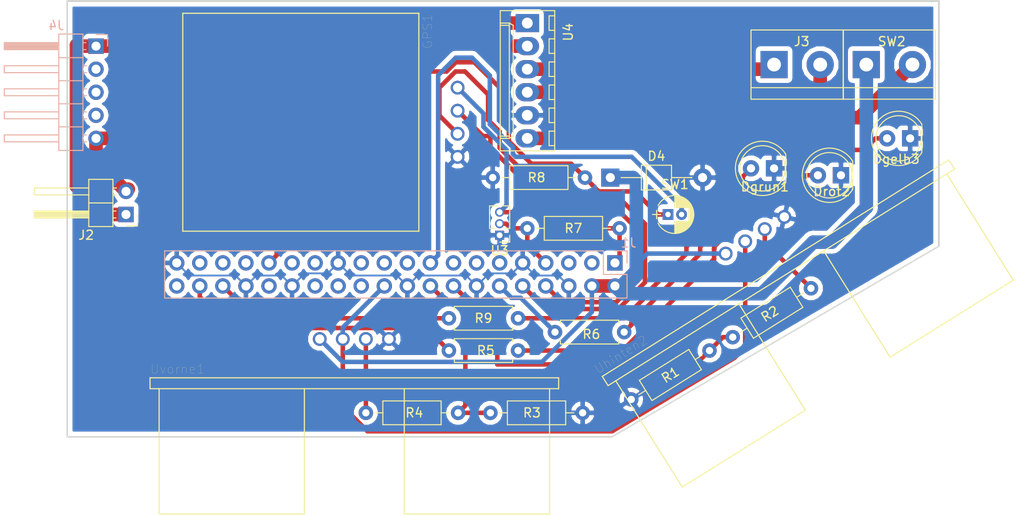
<source format=kicad_pcb>
(kicad_pcb (version 20171130) (host pcbnew "(5.0.2)-1")

  (general
    (thickness 1.6)
    (drawings 6)
    (tracks 226)
    (zones 0)
    (modules 24)
    (nets 46)
  )

  (page A4)
  (layers
    (0 F.Cu signal)
    (31 B.Cu signal)
    (32 B.Adhes user)
    (33 F.Adhes user)
    (34 B.Paste user)
    (35 F.Paste user)
    (36 B.SilkS user)
    (37 F.SilkS user)
    (38 B.Mask user)
    (39 F.Mask user)
    (40 Dwgs.User user)
    (41 Cmts.User user)
    (42 Eco1.User user)
    (43 Eco2.User user)
    (44 Edge.Cuts user)
    (45 Margin user)
    (46 B.CrtYd user)
    (47 F.CrtYd user)
    (48 B.Fab user)
    (49 F.Fab user)
  )

  (setup
    (last_trace_width 1.5)
    (trace_clearance 0.2)
    (zone_clearance 0.508)
    (zone_45_only no)
    (trace_min 0.2)
    (segment_width 0.2)
    (edge_width 0.15)
    (via_size 0.8)
    (via_drill 0.4)
    (via_min_size 0.4)
    (via_min_drill 0.3)
    (uvia_size 0.3)
    (uvia_drill 0.1)
    (uvias_allowed no)
    (uvia_min_size 0.2)
    (uvia_min_drill 0.1)
    (pcb_text_width 0.3)
    (pcb_text_size 1.5 1.5)
    (mod_edge_width 0.15)
    (mod_text_size 1 1)
    (mod_text_width 0.15)
    (pad_size 2.5 2.5)
    (pad_drill 1.2)
    (pad_to_mask_clearance 0.051)
    (solder_mask_min_width 0.25)
    (aux_axis_origin 143.51 80.01)
    (visible_elements 7FFFFFFF)
    (pcbplotparams
      (layerselection 0x010fc_ffffffff)
      (usegerberextensions false)
      (usegerberattributes false)
      (usegerberadvancedattributes false)
      (creategerberjobfile false)
      (excludeedgelayer true)
      (linewidth 0.100000)
      (plotframeref false)
      (viasonmask false)
      (mode 1)
      (useauxorigin false)
      (hpglpennumber 1)
      (hpglpenspeed 20)
      (hpglpendiameter 15.000000)
      (psnegative false)
      (psa4output false)
      (plotreference true)
      (plotvalue false)
      (plotinvisibletext false)
      (padsonsilk false)
      (subtractmaskfromsilk false)
      (outputformat 1)
      (mirror false)
      (drillshape 0)
      (scaleselection 1)
      (outputdirectory "gerber_v10/"))
  )

  (net 0 "")
  (net 1 "Net-(Dgrun1-Pad2)")
  (net 2 "Net-(Drot2-Pad2)")
  (net 3 "Net-(GPS1-Pad2)")
  (net 4 GND)
  (net 5 "Net-(GPS1-Pad1)")
  (net 6 "Net-(J1-Pad37)")
  (net 7 "Net-(J1-Pad36)")
  (net 8 "Net-(J1-Pad35)")
  (net 9 "Net-(J1-Pad33)")
  (net 10 "Net-(J1-Pad32)")
  (net 11 "Net-(J1-Pad29)")
  (net 12 "Net-(J1-Pad28)")
  (net 13 "Net-(J1-Pad27)")
  (net 14 "Net-(J1-Pad26)")
  (net 15 "Net-(J1-Pad24)")
  (net 16 "Net-(J1-Pad23)")
  (net 17 "Net-(J1-Pad22)")
  (net 18 "Net-(J1-Pad21)")
  (net 19 "Net-(J1-Pad19)")
  (net 20 "Net-(J1-Pad18)")
  (net 21 "Net-(J1-Pad16)")
  (net 22 "Net-(J1-Pad15)")
  (net 23 "Net-(J1-Pad13)")
  (net 24 "Net-(J1-Pad12)")
  (net 25 "Net-(J1-Pad11)")
  (net 26 "Net-(J1-Pad7)")
  (net 27 "Net-(J1-Pad5)")
  (net 28 "Net-(J1-Pad3)")
  (net 29 "Net-(R2-Pad1)")
  (net 30 "Net-(R4-Pad1)")
  (net 31 "Net-(GPS1-Pad3)")
  (net 32 "Net-(J1-Pad17)")
  (net 33 "Net-(Dgelb3-Pad2)")
  (net 34 "Net-(J1-Pad31)")
  (net 35 "Net-(J1-Pad40)")
  (net 36 "Net-(J1-Pad38)")
  (net 37 "Net-(D4-Pad1)")
  (net 38 "Net-(J2-Pad2)")
  (net 39 "Net-(J2-Pad1)")
  (net 40 "Net-(J3-Pad1)")
  (net 41 "Net-(J3-Pad2)")
  (net 42 "Net-(J4-Pad4)")
  (net 43 "Net-(J4-Pad3)")
  (net 44 "Net-(J4-Pad2)")
  (net 45 "Net-(SW2-Pad2)")

  (net_class Default "Dies ist die voreingestellte Netzklasse."
    (clearance 0.2)
    (trace_width 1.5)
    (via_dia 0.8)
    (via_drill 0.4)
    (uvia_dia 0.3)
    (uvia_drill 0.1)
    (add_net GND)
    (add_net "Net-(D4-Pad1)")
    (add_net "Net-(Dgelb3-Pad2)")
    (add_net "Net-(Dgrun1-Pad2)")
    (add_net "Net-(Drot2-Pad2)")
    (add_net "Net-(GPS1-Pad1)")
    (add_net "Net-(GPS1-Pad2)")
    (add_net "Net-(GPS1-Pad3)")
    (add_net "Net-(J1-Pad11)")
    (add_net "Net-(J1-Pad12)")
    (add_net "Net-(J1-Pad13)")
    (add_net "Net-(J1-Pad15)")
    (add_net "Net-(J1-Pad16)")
    (add_net "Net-(J1-Pad17)")
    (add_net "Net-(J1-Pad18)")
    (add_net "Net-(J1-Pad19)")
    (add_net "Net-(J1-Pad21)")
    (add_net "Net-(J1-Pad22)")
    (add_net "Net-(J1-Pad23)")
    (add_net "Net-(J1-Pad24)")
    (add_net "Net-(J1-Pad26)")
    (add_net "Net-(J1-Pad27)")
    (add_net "Net-(J1-Pad28)")
    (add_net "Net-(J1-Pad29)")
    (add_net "Net-(J1-Pad3)")
    (add_net "Net-(J1-Pad31)")
    (add_net "Net-(J1-Pad32)")
    (add_net "Net-(J1-Pad33)")
    (add_net "Net-(J1-Pad35)")
    (add_net "Net-(J1-Pad36)")
    (add_net "Net-(J1-Pad37)")
    (add_net "Net-(J1-Pad38)")
    (add_net "Net-(J1-Pad40)")
    (add_net "Net-(J1-Pad5)")
    (add_net "Net-(J1-Pad7)")
    (add_net "Net-(J2-Pad1)")
    (add_net "Net-(J2-Pad2)")
    (add_net "Net-(J3-Pad1)")
    (add_net "Net-(J3-Pad2)")
    (add_net "Net-(J4-Pad2)")
    (add_net "Net-(J4-Pad3)")
    (add_net "Net-(J4-Pad4)")
    (add_net "Net-(R2-Pad1)")
    (add_net "Net-(R4-Pad1)")
    (add_net "Net-(SW2-Pad2)")
  )

  (module Resistors_ThroughHole:R_Axial_DIN0207_L6.3mm_D2.5mm_P7.62mm_Horizontal (layer F.Cu) (tedit 5874F706) (tstamp 5FF1A67A)
    (at 188.722 124.46)
    (descr "Resistor, Axial_DIN0207 series, Axial, Horizontal, pin pitch=7.62mm, 0.25W = 1/4W, length*diameter=6.3*2.5mm^2, http://cdn-reichelt.de/documents/datenblatt/B400/1_4W%23YAG.pdf")
    (tags "Resistor Axial_DIN0207 series Axial Horizontal pin pitch 7.62mm 0.25W = 1/4W length 6.3mm diameter 2.5mm")
    (path /5E2E5626)
    (fp_text reference R6 (at 4.008878 0.240625) (layer F.SilkS)
      (effects (font (size 1 1) (thickness 0.15)))
    )
    (fp_text value 100 (at 3.81 2.31) (layer F.Fab)
      (effects (font (size 1 1) (thickness 0.15)))
    )
    (fp_line (start 0.66 -1.25) (end 0.66 1.25) (layer F.Fab) (width 0.1))
    (fp_line (start 0.66 1.25) (end 6.96 1.25) (layer F.Fab) (width 0.1))
    (fp_line (start 6.96 1.25) (end 6.96 -1.25) (layer F.Fab) (width 0.1))
    (fp_line (start 6.96 -1.25) (end 0.66 -1.25) (layer F.Fab) (width 0.1))
    (fp_line (start 0 0) (end 0.66 0) (layer F.Fab) (width 0.1))
    (fp_line (start 7.62 0) (end 6.96 0) (layer F.Fab) (width 0.1))
    (fp_line (start 0.6 -0.98) (end 0.6 -1.31) (layer F.SilkS) (width 0.12))
    (fp_line (start 0.6 -1.31) (end 7.02 -1.31) (layer F.SilkS) (width 0.12))
    (fp_line (start 7.02 -1.31) (end 7.02 -0.98) (layer F.SilkS) (width 0.12))
    (fp_line (start 0.6 0.98) (end 0.6 1.31) (layer F.SilkS) (width 0.12))
    (fp_line (start 0.6 1.31) (end 7.02 1.31) (layer F.SilkS) (width 0.12))
    (fp_line (start 7.02 1.31) (end 7.02 0.98) (layer F.SilkS) (width 0.12))
    (fp_line (start -1.05 -1.6) (end -1.05 1.6) (layer F.CrtYd) (width 0.05))
    (fp_line (start -1.05 1.6) (end 8.7 1.6) (layer F.CrtYd) (width 0.05))
    (fp_line (start 8.7 1.6) (end 8.7 -1.6) (layer F.CrtYd) (width 0.05))
    (fp_line (start 8.7 -1.6) (end -1.05 -1.6) (layer F.CrtYd) (width 0.05))
    (pad 1 thru_hole circle (at 0 0) (size 1.6 1.6) (drill 0.8) (layers *.Cu *.Mask)
      (net 24 "Net-(J1-Pad12)"))
    (pad 2 thru_hole oval (at 7.62 0) (size 1.6 1.6) (drill 0.8) (layers *.Cu *.Mask)
      (net 1 "Net-(Dgrun1-Pad2)"))
    (model ${KISYS3DMOD}/Resistors_THT.3dshapes/R_Axial_DIN0207_L6.3mm_D2.5mm_P7.62mm_Horizontal.wrl
      (at (xyz 0 0 0))
      (scale (xyz 0.393701 0.393701 0.393701))
      (rotate (xyz 0 0 0))
    )
  )

  (module HC-SR04:XCVR_HC-SR04 (layer F.Cu) (tedit 5E2E0D2F) (tstamp 5E2EC3FA)
    (at 166.624 125.222)
    (path /5E2E123D)
    (fp_text reference Uvorne1 (at -19.48505 3.31671) (layer F.SilkS)
      (effects (font (size 1.00052 1.00052) (thickness 0.015)))
    )
    (fp_text value HC-SR04 (at 23.8102 3.370695) (layer F.Fab)
      (effects (font (size 1.001693 1.001693) (thickness 0.015)))
    )
    (fp_line (start -21.5 19.27) (end -5.5 19.27) (layer F.SilkS) (width 0.127))
    (fp_line (start 5.500001 19.27) (end 21.5 19.27) (layer F.SilkS) (width 0.127))
    (fp_line (start 22.5 5.47) (end 21.5 5.47) (layer F.SilkS) (width 0.127))
    (fp_line (start 21.5 5.47) (end 5.5 5.47) (layer F.SilkS) (width 0.127))
    (fp_line (start 5.5 5.47) (end -5.5 5.47) (layer F.SilkS) (width 0.127))
    (fp_line (start -5.5 5.47) (end -21.5 5.47) (layer F.SilkS) (width 0.127))
    (fp_line (start -21.5 5.47) (end -22.5 5.47) (layer F.SilkS) (width 0.127))
    (fp_line (start -22.5 5.47) (end -22.5 4.27) (layer F.SilkS) (width 0.127))
    (fp_line (start -22.5 4.27) (end 22.5 4.27) (layer F.SilkS) (width 0.127))
    (fp_line (start 22.5 4.27) (end 22.5 5.47) (layer F.SilkS) (width 0.127))
    (fp_line (start -21.5 5.47) (end -21.5 19.27) (layer F.SilkS) (width 0.127))
    (fp_line (start 21.5 5.47) (end 21.5 19.27) (layer F.SilkS) (width 0.127))
    (fp_line (start -5.5 5.47) (end -5.5 19.27) (layer F.SilkS) (width 0.127))
    (fp_line (start 5.5 5.47) (end 5.500001 19.27) (layer F.SilkS) (width 0.127))
    (fp_line (start -22.75 4) (end -22.75 19.5) (layer F.CrtYd) (width 0.05))
    (fp_line (start -22.75 19.5) (end 22.75 19.5) (layer F.CrtYd) (width 0.05))
    (fp_line (start 22.75 19.5) (end 22.75 4) (layer F.CrtYd) (width 0.05))
    (fp_line (start 22.75 4) (end 5 4) (layer F.CrtYd) (width 0.05))
    (fp_line (start 5 4) (end 5 -1.25) (layer F.CrtYd) (width 0.05))
    (fp_line (start 5 -1.25) (end -5 -1.250001) (layer F.CrtYd) (width 0.05))
    (fp_line (start -5 -1.250001) (end -5 4) (layer F.CrtYd) (width 0.05))
    (fp_line (start -5 4) (end -22.75 4) (layer F.CrtYd) (width 0.05))
    (pad 2 thru_hole circle (at -1.27 0) (size 1.53 1.53) (drill 1.02) (layers *.Cu *.Mask)
      (net 17 "Net-(J1-Pad22)"))
    (pad 3 thru_hole circle (at 1.27 0) (size 1.53 1.53) (drill 1.02) (layers *.Cu *.Mask)
      (net 30 "Net-(R4-Pad1)"))
    (pad 4 thru_hole circle (at 3.81 0.000001) (size 1.53 1.53) (drill 1.02) (layers *.Cu *.Mask)
      (net 4 GND))
    (pad 1 thru_hole circle (at -3.81 -0.000001) (size 1.53 1.53) (drill 1.02) (layers *.Cu *.Mask)
      (net 37 "Net-(D4-Pad1)"))
  )

  (module HC-SR04:XCVR_HC-SR04 (layer F.Cu) (tedit 5E2E0D2F) (tstamp 5E2EC3DC)
    (at 210.75 113.792 32)
    (path /5E2E1096)
    (fp_text reference Uhinten2 (at -19.48505 3.31671 32) (layer F.SilkS)
      (effects (font (size 1.00052 1.00052) (thickness 0.015)))
    )
    (fp_text value HC-SR04 (at 23.8102 3.370695 32) (layer F.Fab)
      (effects (font (size 1.001693 1.001693) (thickness 0.015)))
    )
    (fp_line (start -5 4) (end -22.75 4) (layer F.CrtYd) (width 0.05))
    (fp_line (start -5 -1.25) (end -5 4) (layer F.CrtYd) (width 0.05))
    (fp_line (start 5 -1.25) (end -5 -1.25) (layer F.CrtYd) (width 0.05))
    (fp_line (start 5 4) (end 5 -1.25) (layer F.CrtYd) (width 0.05))
    (fp_line (start 22.75 4) (end 5 4) (layer F.CrtYd) (width 0.05))
    (fp_line (start 22.75 19.5) (end 22.75 4) (layer F.CrtYd) (width 0.05))
    (fp_line (start -22.75 19.5) (end 22.75 19.5) (layer F.CrtYd) (width 0.05))
    (fp_line (start -22.75 4) (end -22.75 19.5) (layer F.CrtYd) (width 0.05))
    (fp_line (start 5.5 5.47) (end 5.5 19.27) (layer F.SilkS) (width 0.127))
    (fp_line (start -5.5 5.47) (end -5.499999 19.27) (layer F.SilkS) (width 0.127))
    (fp_line (start 21.5 5.47) (end 21.5 19.27) (layer F.SilkS) (width 0.127))
    (fp_line (start -21.5 5.47) (end -21.5 19.27) (layer F.SilkS) (width 0.127))
    (fp_line (start 22.5 4.27) (end 22.5 5.47) (layer F.SilkS) (width 0.127))
    (fp_line (start -22.5 4.27) (end 22.5 4.27) (layer F.SilkS) (width 0.127))
    (fp_line (start -22.5 5.47) (end -22.5 4.27) (layer F.SilkS) (width 0.127))
    (fp_line (start -21.5 5.47) (end -22.5 5.47) (layer F.SilkS) (width 0.127))
    (fp_line (start -5.5 5.47) (end -21.5 5.47) (layer F.SilkS) (width 0.127))
    (fp_line (start 5.5 5.47) (end -5.5 5.47) (layer F.SilkS) (width 0.127))
    (fp_line (start 21.5 5.47) (end 5.5 5.47) (layer F.SilkS) (width 0.127))
    (fp_line (start 22.5 5.47) (end 21.5 5.47) (layer F.SilkS) (width 0.127))
    (fp_line (start 5.5 19.27) (end 21.5 19.27) (layer F.SilkS) (width 0.127))
    (fp_line (start -21.5 19.27) (end -5.499999 19.27) (layer F.SilkS) (width 0.127))
    (pad 1 thru_hole circle (at -3.81 0.000002 32) (size 1.53 1.53) (drill 1.02) (layers *.Cu *.Mask)
      (net 37 "Net-(D4-Pad1)"))
    (pad 4 thru_hole circle (at 3.81 -0.000002 32) (size 1.53 1.53) (drill 1.02) (layers *.Cu *.Mask)
      (net 4 GND))
    (pad 3 thru_hole circle (at 1.27 0 32) (size 1.53 1.53) (drill 1.02) (layers *.Cu *.Mask)
      (net 29 "Net-(R2-Pad1)"))
    (pad 2 thru_hole circle (at -1.27 0 32) (size 1.53 1.53) (drill 1.02) (layers *.Cu *.Mask)
      (net 17 "Net-(J1-Pad22)"))
  )

  (module LEDs:LED_D5.0mm (layer F.Cu) (tedit 5995936A) (tstamp 5E2EC2E8)
    (at 220.218 107.188 180)
    (descr "LED, diameter 5.0mm, 2 pins, http://cdn-reichelt.de/documents/datenblatt/A500/LL-504BC2E-009.pdf")
    (tags "LED diameter 5.0mm 2 pins")
    (path /5E2E54D6)
    (fp_text reference Drot2 (at 1.016 -1.778 180) (layer F.SilkS)
      (effects (font (size 1 1) (thickness 0.15)))
    )
    (fp_text value LED (at 1.27 3.96 180) (layer F.Fab)
      (effects (font (size 1 1) (thickness 0.15)))
    )
    (fp_arc (start 1.27 0) (end -1.23 -1.469694) (angle 299.1) (layer F.Fab) (width 0.1))
    (fp_arc (start 1.27 0) (end -1.29 -1.54483) (angle 148.9) (layer F.SilkS) (width 0.12))
    (fp_arc (start 1.27 0) (end -1.29 1.54483) (angle -148.9) (layer F.SilkS) (width 0.12))
    (fp_circle (center 1.27 0) (end 3.77 0) (layer F.Fab) (width 0.1))
    (fp_circle (center 1.27 0) (end 3.77 0) (layer F.SilkS) (width 0.12))
    (fp_line (start -1.23 -1.469694) (end -1.23 1.469694) (layer F.Fab) (width 0.1))
    (fp_line (start -1.29 -1.545) (end -1.29 1.545) (layer F.SilkS) (width 0.12))
    (fp_line (start -1.95 -3.25) (end -1.95 3.25) (layer F.CrtYd) (width 0.05))
    (fp_line (start -1.95 3.25) (end 4.5 3.25) (layer F.CrtYd) (width 0.05))
    (fp_line (start 4.5 3.25) (end 4.5 -3.25) (layer F.CrtYd) (width 0.05))
    (fp_line (start 4.5 -3.25) (end -1.95 -3.25) (layer F.CrtYd) (width 0.05))
    (fp_text user %R (at 1.25 0 180) (layer F.Fab)
      (effects (font (size 0.8 0.8) (thickness 0.2)))
    )
    (pad 1 thru_hole rect (at 0 0 180) (size 1.8 1.8) (drill 0.9) (layers *.Cu *.Mask)
      (net 4 GND))
    (pad 2 thru_hole circle (at 2.54 0 180) (size 1.8 1.8) (drill 0.9) (layers *.Cu *.Mask)
      (net 2 "Net-(Drot2-Pad2)"))
    (model ${KISYS3DMOD}/LEDs.3dshapes/LED_D5.0mm.wrl
      (at (xyz 0 0 0))
      (scale (xyz 0.393701 0.393701 0.393701))
      (rotate (xyz 0 0 0))
    )
  )

  (module LEDs:LED_D5.0mm (layer F.Cu) (tedit 5F822967) (tstamp 5E2EC2D6)
    (at 212.852 106.426 180)
    (descr "LED, diameter 5.0mm, 2 pins, http://cdn-reichelt.de/documents/datenblatt/A500/LL-504BC2E-009.pdf")
    (tags "LED diameter 5.0mm 2 pins")
    (path /5E2E5363)
    (fp_text reference Dgrun1 (at 1.016 -2.032 180) (layer F.SilkS)
      (effects (font (size 1 1) (thickness 0.15)))
    )
    (fp_text value LED (at 1.27 3.96 180) (layer F.Fab)
      (effects (font (size 1 1) (thickness 0.15)))
    )
    (fp_text user %R (at 1.25 0 180) (layer F.Fab)
      (effects (font (size 0.8 0.8) (thickness 0.2)))
    )
    (fp_line (start 4.5 -3.25) (end -1.95 -3.25) (layer F.CrtYd) (width 0.05))
    (fp_line (start 4.5 3.25) (end 4.5 -3.25) (layer F.CrtYd) (width 0.05))
    (fp_line (start -1.95 3.25) (end 4.5 3.25) (layer F.CrtYd) (width 0.05))
    (fp_line (start -1.95 -3.25) (end -1.95 3.25) (layer F.CrtYd) (width 0.05))
    (fp_line (start -1.29 -1.545) (end -1.29 1.545) (layer F.SilkS) (width 0.12))
    (fp_line (start -1.23 -1.469694) (end -1.23 1.469694) (layer F.Fab) (width 0.1))
    (fp_circle (center 1.27 0) (end 3.77 0) (layer F.SilkS) (width 0.12))
    (fp_circle (center 1.27 0) (end 3.77 0) (layer F.Fab) (width 0.1))
    (fp_arc (start 1.27 0) (end -1.29 1.54483) (angle -148.9) (layer F.SilkS) (width 0.12))
    (fp_arc (start 1.27 0) (end -1.29 -1.54483) (angle 148.9) (layer F.SilkS) (width 0.12))
    (fp_arc (start 1.27 0) (end -1.23 -1.469694) (angle 299.1) (layer F.Fab) (width 0.1))
    (pad 2 thru_hole circle (at 2.54 0 180) (size 1.8 1.8) (drill 0.9) (layers *.Cu *.Mask)
      (net 1 "Net-(Dgrun1-Pad2)"))
    (pad 1 thru_hole rect (at 0 0 180) (size 1.8 1.8) (drill 0.9) (layers *.Cu *.Mask)
      (net 4 GND))
    (model ${KISYS3DMOD}/LEDs.3dshapes/LED_D5.0mm.wrl
      (at (xyz 0 0 0))
      (scale (xyz 0.393701 0.393701 0.393701))
      (rotate (xyz 0 0 0))
    )
  )

  (module Pin_Headers:Pin_Header_Straight_1x03_Pitch1.27mm (layer F.Cu) (tedit 59650535) (tstamp 5FEF73C1)
    (at 182.626 113.792 180)
    (descr "Through hole straight pin header, 1x03, 1.27mm pitch, single row")
    (tags "Through hole pin header THT 1x03 1.27mm single row")
    (path /5EABAD4A)
    (fp_text reference U3 (at 0 -1.695 180) (layer F.SilkS)
      (effects (font (size 1 1) (thickness 0.15)))
    )
    (fp_text value DS18B20 (at 0 4.235 180) (layer F.Fab)
      (effects (font (size 1 1) (thickness 0.15)))
    )
    (fp_text user %R (at 0 1.27 270) (layer F.Fab)
      (effects (font (size 1 1) (thickness 0.15)))
    )
    (fp_line (start 1.55 -1.15) (end -1.55 -1.15) (layer F.CrtYd) (width 0.05))
    (fp_line (start 1.55 3.7) (end 1.55 -1.15) (layer F.CrtYd) (width 0.05))
    (fp_line (start -1.55 3.7) (end 1.55 3.7) (layer F.CrtYd) (width 0.05))
    (fp_line (start -1.55 -1.15) (end -1.55 3.7) (layer F.CrtYd) (width 0.05))
    (fp_line (start -1.11 -0.76) (end 0 -0.76) (layer F.SilkS) (width 0.12))
    (fp_line (start -1.11 0) (end -1.11 -0.76) (layer F.SilkS) (width 0.12))
    (fp_line (start 0.563471 0.76) (end 1.11 0.76) (layer F.SilkS) (width 0.12))
    (fp_line (start -1.11 0.76) (end -0.563471 0.76) (layer F.SilkS) (width 0.12))
    (fp_line (start 1.11 0.76) (end 1.11 3.235) (layer F.SilkS) (width 0.12))
    (fp_line (start -1.11 0.76) (end -1.11 3.235) (layer F.SilkS) (width 0.12))
    (fp_line (start 0.30753 3.235) (end 1.11 3.235) (layer F.SilkS) (width 0.12))
    (fp_line (start -1.11 3.235) (end -0.30753 3.235) (layer F.SilkS) (width 0.12))
    (fp_line (start -1.05 -0.11) (end -0.525 -0.635) (layer F.Fab) (width 0.1))
    (fp_line (start -1.05 3.175) (end -1.05 -0.11) (layer F.Fab) (width 0.1))
    (fp_line (start 1.05 3.175) (end -1.05 3.175) (layer F.Fab) (width 0.1))
    (fp_line (start 1.05 -0.635) (end 1.05 3.175) (layer F.Fab) (width 0.1))
    (fp_line (start -0.525 -0.635) (end 1.05 -0.635) (layer F.Fab) (width 0.1))
    (pad 3 thru_hole oval (at 0 2.54 180) (size 1 1) (drill 0.65) (layers *.Cu *.Mask)
      (net 5 "Net-(GPS1-Pad1)"))
    (pad 2 thru_hole oval (at 0 1.27 180) (size 1 1) (drill 0.65) (layers *.Cu *.Mask)
      (net 26 "Net-(J1-Pad7)"))
    (pad 1 thru_hole rect (at 0 0 180) (size 1 1) (drill 0.65) (layers *.Cu *.Mask)
      (net 4 GND))
    (model ${KISYS3DMOD}/Pin_Headers.3dshapes/Pin_Header_Straight_1x03_Pitch1.27mm.wrl
      (at (xyz 0 0 0))
      (scale (xyz 1 1 1))
      (rotate (xyz 0 0 0))
    )
  )

  (module Capacitors_ThroughHole:CP_Radial_D4.0mm_P1.50mm (layer F.Cu) (tedit 597BC7C2) (tstamp 5FEF766D)
    (at 201.168 111.506)
    (descr "CP, Radial series, Radial, pin pitch=1.50mm, , diameter=4mm, Electrolytic Capacitor")
    (tags "CP Radial series Radial pin pitch 1.50mm  diameter 4mm Electrolytic Capacitor")
    (path /5EB48149)
    (fp_text reference SW1 (at 0.75 -3.31) (layer F.SilkS)
      (effects (font (size 1 1) (thickness 0.15)))
    )
    (fp_text value SW_DIP_x01 (at 0.75 3.31) (layer F.Fab)
      (effects (font (size 1 1) (thickness 0.15)))
    )
    (fp_text user %R (at 0.75 0) (layer F.Fab)
      (effects (font (size 1 1) (thickness 0.15)))
    )
    (fp_line (start 3.1 -2.35) (end -1.6 -2.35) (layer F.CrtYd) (width 0.05))
    (fp_line (start 3.1 2.35) (end 3.1 -2.35) (layer F.CrtYd) (width 0.05))
    (fp_line (start -1.6 2.35) (end 3.1 2.35) (layer F.CrtYd) (width 0.05))
    (fp_line (start -1.6 -2.35) (end -1.6 2.35) (layer F.CrtYd) (width 0.05))
    (fp_line (start -1.25 -0.45) (end -1.25 0.45) (layer F.SilkS) (width 0.12))
    (fp_line (start -1.7 0) (end -0.8 0) (layer F.SilkS) (width 0.12))
    (fp_line (start 2.831 -0.165) (end 2.831 0.165) (layer F.SilkS) (width 0.12))
    (fp_line (start 2.791 -0.415) (end 2.791 0.415) (layer F.SilkS) (width 0.12))
    (fp_line (start 2.751 -0.567) (end 2.751 0.567) (layer F.SilkS) (width 0.12))
    (fp_line (start 2.711 -0.686) (end 2.711 0.686) (layer F.SilkS) (width 0.12))
    (fp_line (start 2.671 -0.786) (end 2.671 0.786) (layer F.SilkS) (width 0.12))
    (fp_line (start 2.631 -0.874) (end 2.631 0.874) (layer F.SilkS) (width 0.12))
    (fp_line (start 2.591 -0.952) (end 2.591 0.952) (layer F.SilkS) (width 0.12))
    (fp_line (start 2.551 -1.023) (end 2.551 1.023) (layer F.SilkS) (width 0.12))
    (fp_line (start 2.511 -1.088) (end 2.511 1.088) (layer F.SilkS) (width 0.12))
    (fp_line (start 2.471 -1.148) (end 2.471 1.148) (layer F.SilkS) (width 0.12))
    (fp_line (start 2.431 -1.204) (end 2.431 1.204) (layer F.SilkS) (width 0.12))
    (fp_line (start 2.391 -1.256) (end 2.391 1.256) (layer F.SilkS) (width 0.12))
    (fp_line (start 2.351 -1.305) (end 2.351 1.305) (layer F.SilkS) (width 0.12))
    (fp_line (start 2.311 -1.351) (end 2.311 1.351) (layer F.SilkS) (width 0.12))
    (fp_line (start 2.271 0.78) (end 2.271 1.395) (layer F.SilkS) (width 0.12))
    (fp_line (start 2.271 -1.395) (end 2.271 -0.78) (layer F.SilkS) (width 0.12))
    (fp_line (start 2.231 0.78) (end 2.231 1.436) (layer F.SilkS) (width 0.12))
    (fp_line (start 2.231 -1.436) (end 2.231 -0.78) (layer F.SilkS) (width 0.12))
    (fp_line (start 2.191 0.78) (end 2.191 1.475) (layer F.SilkS) (width 0.12))
    (fp_line (start 2.191 -1.475) (end 2.191 -0.78) (layer F.SilkS) (width 0.12))
    (fp_line (start 2.151 0.78) (end 2.151 1.512) (layer F.SilkS) (width 0.12))
    (fp_line (start 2.151 -1.512) (end 2.151 -0.78) (layer F.SilkS) (width 0.12))
    (fp_line (start 2.111 0.78) (end 2.111 1.547) (layer F.SilkS) (width 0.12))
    (fp_line (start 2.111 -1.547) (end 2.111 -0.78) (layer F.SilkS) (width 0.12))
    (fp_line (start 2.071 0.78) (end 2.071 1.581) (layer F.SilkS) (width 0.12))
    (fp_line (start 2.071 -1.581) (end 2.071 -0.78) (layer F.SilkS) (width 0.12))
    (fp_line (start 2.031 0.78) (end 2.031 1.613) (layer F.SilkS) (width 0.12))
    (fp_line (start 2.031 -1.613) (end 2.031 -0.78) (layer F.SilkS) (width 0.12))
    (fp_line (start 1.991 0.78) (end 1.991 1.643) (layer F.SilkS) (width 0.12))
    (fp_line (start 1.991 -1.643) (end 1.991 -0.78) (layer F.SilkS) (width 0.12))
    (fp_line (start 1.951 0.78) (end 1.951 1.672) (layer F.SilkS) (width 0.12))
    (fp_line (start 1.951 -1.672) (end 1.951 -0.78) (layer F.SilkS) (width 0.12))
    (fp_line (start 1.911 0.78) (end 1.911 1.699) (layer F.SilkS) (width 0.12))
    (fp_line (start 1.911 -1.699) (end 1.911 -0.78) (layer F.SilkS) (width 0.12))
    (fp_line (start 1.871 0.78) (end 1.871 1.725) (layer F.SilkS) (width 0.12))
    (fp_line (start 1.871 -1.725) (end 1.871 -0.78) (layer F.SilkS) (width 0.12))
    (fp_line (start 1.831 0.78) (end 1.831 1.75) (layer F.SilkS) (width 0.12))
    (fp_line (start 1.831 -1.75) (end 1.831 -0.78) (layer F.SilkS) (width 0.12))
    (fp_line (start 1.791 0.78) (end 1.791 1.773) (layer F.SilkS) (width 0.12))
    (fp_line (start 1.791 -1.773) (end 1.791 -0.78) (layer F.SilkS) (width 0.12))
    (fp_line (start 1.751 0.78) (end 1.751 1.796) (layer F.SilkS) (width 0.12))
    (fp_line (start 1.751 -1.796) (end 1.751 -0.78) (layer F.SilkS) (width 0.12))
    (fp_line (start 1.711 0.78) (end 1.711 1.817) (layer F.SilkS) (width 0.12))
    (fp_line (start 1.711 -1.817) (end 1.711 -0.78) (layer F.SilkS) (width 0.12))
    (fp_line (start 1.671 0.78) (end 1.671 1.837) (layer F.SilkS) (width 0.12))
    (fp_line (start 1.671 -1.837) (end 1.671 -0.78) (layer F.SilkS) (width 0.12))
    (fp_line (start 1.631 0.78) (end 1.631 1.856) (layer F.SilkS) (width 0.12))
    (fp_line (start 1.631 -1.856) (end 1.631 -0.78) (layer F.SilkS) (width 0.12))
    (fp_line (start 1.591 0.78) (end 1.591 1.874) (layer F.SilkS) (width 0.12))
    (fp_line (start 1.591 -1.874) (end 1.591 -0.78) (layer F.SilkS) (width 0.12))
    (fp_line (start 1.551 0.78) (end 1.551 1.891) (layer F.SilkS) (width 0.12))
    (fp_line (start 1.551 -1.891) (end 1.551 -0.78) (layer F.SilkS) (width 0.12))
    (fp_line (start 1.511 0.78) (end 1.511 1.907) (layer F.SilkS) (width 0.12))
    (fp_line (start 1.511 -1.907) (end 1.511 -0.78) (layer F.SilkS) (width 0.12))
    (fp_line (start 1.471 0.78) (end 1.471 1.923) (layer F.SilkS) (width 0.12))
    (fp_line (start 1.471 -1.923) (end 1.471 -0.78) (layer F.SilkS) (width 0.12))
    (fp_line (start 1.43 0.78) (end 1.43 1.937) (layer F.SilkS) (width 0.12))
    (fp_line (start 1.43 -1.937) (end 1.43 -0.78) (layer F.SilkS) (width 0.12))
    (fp_line (start 1.39 0.78) (end 1.39 1.95) (layer F.SilkS) (width 0.12))
    (fp_line (start 1.39 -1.95) (end 1.39 -0.78) (layer F.SilkS) (width 0.12))
    (fp_line (start 1.35 0.78) (end 1.35 1.963) (layer F.SilkS) (width 0.12))
    (fp_line (start 1.35 -1.963) (end 1.35 -0.78) (layer F.SilkS) (width 0.12))
    (fp_line (start 1.31 0.78) (end 1.31 1.974) (layer F.SilkS) (width 0.12))
    (fp_line (start 1.31 -1.974) (end 1.31 -0.78) (layer F.SilkS) (width 0.12))
    (fp_line (start 1.27 0.78) (end 1.27 1.985) (layer F.SilkS) (width 0.12))
    (fp_line (start 1.27 -1.985) (end 1.27 -0.78) (layer F.SilkS) (width 0.12))
    (fp_line (start 1.23 0.78) (end 1.23 1.995) (layer F.SilkS) (width 0.12))
    (fp_line (start 1.23 -1.995) (end 1.23 -0.78) (layer F.SilkS) (width 0.12))
    (fp_line (start 1.19 0.78) (end 1.19 2.004) (layer F.SilkS) (width 0.12))
    (fp_line (start 1.19 -2.004) (end 1.19 -0.78) (layer F.SilkS) (width 0.12))
    (fp_line (start 1.15 0.78) (end 1.15 2.012) (layer F.SilkS) (width 0.12))
    (fp_line (start 1.15 -2.012) (end 1.15 -0.78) (layer F.SilkS) (width 0.12))
    (fp_line (start 1.11 0.78) (end 1.11 2.019) (layer F.SilkS) (width 0.12))
    (fp_line (start 1.11 -2.019) (end 1.11 -0.78) (layer F.SilkS) (width 0.12))
    (fp_line (start 1.07 0.78) (end 1.07 2.026) (layer F.SilkS) (width 0.12))
    (fp_line (start 1.07 -2.026) (end 1.07 -0.78) (layer F.SilkS) (width 0.12))
    (fp_line (start 1.03 0.78) (end 1.03 2.032) (layer F.SilkS) (width 0.12))
    (fp_line (start 1.03 -2.032) (end 1.03 -0.78) (layer F.SilkS) (width 0.12))
    (fp_line (start 0.99 0.78) (end 0.99 2.037) (layer F.SilkS) (width 0.12))
    (fp_line (start 0.99 -2.037) (end 0.99 -0.78) (layer F.SilkS) (width 0.12))
    (fp_line (start 0.95 0.78) (end 0.95 2.041) (layer F.SilkS) (width 0.12))
    (fp_line (start 0.95 -2.041) (end 0.95 -0.78) (layer F.SilkS) (width 0.12))
    (fp_line (start 0.91 0.78) (end 0.91 2.044) (layer F.SilkS) (width 0.12))
    (fp_line (start 0.91 -2.044) (end 0.91 -0.78) (layer F.SilkS) (width 0.12))
    (fp_line (start 0.87 0.78) (end 0.87 2.047) (layer F.SilkS) (width 0.12))
    (fp_line (start 0.87 -2.047) (end 0.87 -0.78) (layer F.SilkS) (width 0.12))
    (fp_line (start 0.83 0.78) (end 0.83 2.049) (layer F.SilkS) (width 0.12))
    (fp_line (start 0.83 -2.049) (end 0.83 -0.78) (layer F.SilkS) (width 0.12))
    (fp_line (start 0.79 0.78) (end 0.79 2.05) (layer F.SilkS) (width 0.12))
    (fp_line (start 0.79 -2.05) (end 0.79 -0.78) (layer F.SilkS) (width 0.12))
    (fp_line (start 0.75 -2.05) (end 0.75 -0.78) (layer F.SilkS) (width 0.12))
    (fp_line (start 0.75 0.78) (end 0.75 2.05) (layer F.SilkS) (width 0.12))
    (fp_line (start -1.25 -0.45) (end -1.25 0.45) (layer F.Fab) (width 0.1))
    (fp_line (start -1.7 0) (end -0.8 0) (layer F.Fab) (width 0.1))
    (fp_circle (center 0.75 0) (end 2.75 0) (layer F.Fab) (width 0.1))
    (fp_arc (start 0.75 0) (end 2.595996 -0.98) (angle 55.9) (layer F.SilkS) (width 0.12))
    (fp_arc (start 0.75 0) (end -1.095996 0.98) (angle -124.1) (layer F.SilkS) (width 0.12))
    (fp_arc (start 0.75 0) (end -1.095996 -0.98) (angle 124.1) (layer F.SilkS) (width 0.12))
    (pad 2 thru_hole circle (at 1.5 0) (size 1.2 1.2) (drill 0.6) (layers *.Cu *.Mask)
      (net 32 "Net-(J1-Pad17)"))
    (pad 1 thru_hole rect (at 0 0) (size 1.2 1.2) (drill 0.6) (layers *.Cu *.Mask)
      (net 34 "Net-(J1-Pad31)"))
    (model ${KISYS3DMOD}/Capacitors_THT.3dshapes/CP_Radial_D4.0mm_P1.50mm.wrl
      (at (xyz 0 0 0))
      (scale (xyz 1 1 1))
      (rotate (xyz 0 0 0))
    )
  )

  (module Resistors_ThroughHole:R_Axial_DIN0207_L6.3mm_D2.5mm_P10.16mm_Horizontal (layer F.Cu) (tedit 5874F706) (tstamp 5FEF77E8)
    (at 205.74 126.492 212)
    (descr "Resistor, Axial_DIN0207 series, Axial, Horizontal, pin pitch=10.16mm, 0.25W = 1/4W, length*diameter=6.3*2.5mm^2, http://cdn-reichelt.de/documents/datenblatt/B400/1_4W%23YAG.pdf")
    (tags "Resistor Axial_DIN0207 series Axial Horizontal pin pitch 10.16mm 0.25W = 1/4W length 6.3mm diameter 2.5mm")
    (path /5E2DA58E)
    (fp_text reference R1 (at 5.08 0 212) (layer F.SilkS)
      (effects (font (size 1 1) (thickness 0.15)))
    )
    (fp_text value 1k (at 5.08 2.31 212) (layer F.Fab)
      (effects (font (size 1 1) (thickness 0.15)))
    )
    (fp_line (start 11.25 -1.6) (end -1.05 -1.6) (layer F.CrtYd) (width 0.05))
    (fp_line (start 11.25 1.6) (end 11.25 -1.6) (layer F.CrtYd) (width 0.05))
    (fp_line (start -1.05 1.6) (end 11.25 1.6) (layer F.CrtYd) (width 0.05))
    (fp_line (start -1.05 -1.6) (end -1.05 1.6) (layer F.CrtYd) (width 0.05))
    (fp_line (start 9.18 0) (end 8.29 0) (layer F.SilkS) (width 0.12))
    (fp_line (start 0.98 0) (end 1.87 0) (layer F.SilkS) (width 0.12))
    (fp_line (start 8.29 -1.31) (end 1.87 -1.31) (layer F.SilkS) (width 0.12))
    (fp_line (start 8.29 1.31) (end 8.29 -1.31) (layer F.SilkS) (width 0.12))
    (fp_line (start 1.87 1.31) (end 8.29 1.31) (layer F.SilkS) (width 0.12))
    (fp_line (start 1.87 -1.31) (end 1.87 1.31) (layer F.SilkS) (width 0.12))
    (fp_line (start 10.16 0) (end 8.23 0) (layer F.Fab) (width 0.1))
    (fp_line (start 0 0) (end 1.93 0) (layer F.Fab) (width 0.1))
    (fp_line (start 8.23 -1.25) (end 1.93 -1.25) (layer F.Fab) (width 0.1))
    (fp_line (start 8.23 1.25) (end 8.23 -1.25) (layer F.Fab) (width 0.1))
    (fp_line (start 1.93 1.25) (end 8.23 1.25) (layer F.Fab) (width 0.1))
    (fp_line (start 1.93 -1.25) (end 1.93 1.25) (layer F.Fab) (width 0.1))
    (pad 2 thru_hole oval (at 10.16 0 212) (size 1.6 1.6) (drill 0.8) (layers *.Cu *.Mask)
      (net 4 GND))
    (pad 1 thru_hole circle (at 0 0 212) (size 1.6 1.6) (drill 0.8) (layers *.Cu *.Mask)
      (net 21 "Net-(J1-Pad16)"))
    (model ${KISYS3DMOD}/Resistors_THT.3dshapes/R_Axial_DIN0207_L6.3mm_D2.5mm_P10.16mm_Horizontal.wrl
      (at (xyz 0 0 0))
      (scale (xyz 0.393701 0.393701 0.393701))
      (rotate (xyz 0 0 0))
    )
  )

  (module Resistors_ThroughHole:R_Axial_DIN0207_L6.3mm_D2.5mm_P10.16mm_Horizontal (layer F.Cu) (tedit 5874F706) (tstamp 5FEF77FD)
    (at 216.916 119.634 212)
    (descr "Resistor, Axial_DIN0207 series, Axial, Horizontal, pin pitch=10.16mm, 0.25W = 1/4W, length*diameter=6.3*2.5mm^2, http://cdn-reichelt.de/documents/datenblatt/B400/1_4W%23YAG.pdf")
    (tags "Resistor Axial_DIN0207 series Axial Horizontal pin pitch 10.16mm 0.25W = 1/4W length 6.3mm diameter 2.5mm")
    (path /5E2DA64F)
    (fp_text reference R2 (at 5.334 0 212) (layer F.SilkS)
      (effects (font (size 1 1) (thickness 0.15)))
    )
    (fp_text value 510 (at 5.08 2.31 212) (layer F.Fab)
      (effects (font (size 1 1) (thickness 0.15)))
    )
    (fp_line (start 1.93 -1.25) (end 1.93 1.25) (layer F.Fab) (width 0.1))
    (fp_line (start 1.93 1.25) (end 8.23 1.25) (layer F.Fab) (width 0.1))
    (fp_line (start 8.23 1.25) (end 8.23 -1.25) (layer F.Fab) (width 0.1))
    (fp_line (start 8.23 -1.25) (end 1.93 -1.25) (layer F.Fab) (width 0.1))
    (fp_line (start 0 0) (end 1.93 0) (layer F.Fab) (width 0.1))
    (fp_line (start 10.16 0) (end 8.23 0) (layer F.Fab) (width 0.1))
    (fp_line (start 1.87 -1.31) (end 1.87 1.31) (layer F.SilkS) (width 0.12))
    (fp_line (start 1.87 1.31) (end 8.29 1.31) (layer F.SilkS) (width 0.12))
    (fp_line (start 8.29 1.31) (end 8.29 -1.31) (layer F.SilkS) (width 0.12))
    (fp_line (start 8.29 -1.31) (end 1.87 -1.31) (layer F.SilkS) (width 0.12))
    (fp_line (start 0.98 0) (end 1.87 0) (layer F.SilkS) (width 0.12))
    (fp_line (start 9.18 0) (end 8.29 0) (layer F.SilkS) (width 0.12))
    (fp_line (start -1.05 -1.6) (end -1.05 1.6) (layer F.CrtYd) (width 0.05))
    (fp_line (start -1.05 1.6) (end 11.25 1.6) (layer F.CrtYd) (width 0.05))
    (fp_line (start 11.25 1.6) (end 11.25 -1.6) (layer F.CrtYd) (width 0.05))
    (fp_line (start 11.25 -1.6) (end -1.05 -1.6) (layer F.CrtYd) (width 0.05))
    (pad 1 thru_hole circle (at 0 0 212) (size 1.6 1.6) (drill 0.8) (layers *.Cu *.Mask)
      (net 29 "Net-(R2-Pad1)"))
    (pad 2 thru_hole oval (at 10.16 0 212) (size 1.6 1.6) (drill 0.8) (layers *.Cu *.Mask)
      (net 21 "Net-(J1-Pad16)"))
    (model ${KISYS3DMOD}/Resistors_THT.3dshapes/R_Axial_DIN0207_L6.3mm_D2.5mm_P10.16mm_Horizontal.wrl
      (at (xyz 0 0 0))
      (scale (xyz 0.393701 0.393701 0.393701))
      (rotate (xyz 0 0 0))
    )
  )

  (module Resistors_ThroughHole:R_Axial_DIN0207_L6.3mm_D2.5mm_P10.16mm_Horizontal (layer F.Cu) (tedit 5874F706) (tstamp 5FEF7812)
    (at 181.61 133.35)
    (descr "Resistor, Axial_DIN0207 series, Axial, Horizontal, pin pitch=10.16mm, 0.25W = 1/4W, length*diameter=6.3*2.5mm^2, http://cdn-reichelt.de/documents/datenblatt/B400/1_4W%23YAG.pdf")
    (tags "Resistor Axial_DIN0207 series Axial Horizontal pin pitch 10.16mm 0.25W = 1/4W length 6.3mm diameter 2.5mm")
    (path /5E2DA7CE)
    (fp_text reference R3 (at 4.572 0) (layer F.SilkS)
      (effects (font (size 1 1) (thickness 0.15)))
    )
    (fp_text value 1k (at 5.08 2.31) (layer F.Fab)
      (effects (font (size 1 1) (thickness 0.15)))
    )
    (fp_line (start 11.25 -1.6) (end -1.05 -1.6) (layer F.CrtYd) (width 0.05))
    (fp_line (start 11.25 1.6) (end 11.25 -1.6) (layer F.CrtYd) (width 0.05))
    (fp_line (start -1.05 1.6) (end 11.25 1.6) (layer F.CrtYd) (width 0.05))
    (fp_line (start -1.05 -1.6) (end -1.05 1.6) (layer F.CrtYd) (width 0.05))
    (fp_line (start 9.18 0) (end 8.29 0) (layer F.SilkS) (width 0.12))
    (fp_line (start 0.98 0) (end 1.87 0) (layer F.SilkS) (width 0.12))
    (fp_line (start 8.29 -1.31) (end 1.87 -1.31) (layer F.SilkS) (width 0.12))
    (fp_line (start 8.29 1.31) (end 8.29 -1.31) (layer F.SilkS) (width 0.12))
    (fp_line (start 1.87 1.31) (end 8.29 1.31) (layer F.SilkS) (width 0.12))
    (fp_line (start 1.87 -1.31) (end 1.87 1.31) (layer F.SilkS) (width 0.12))
    (fp_line (start 10.16 0) (end 8.23 0) (layer F.Fab) (width 0.1))
    (fp_line (start 0 0) (end 1.93 0) (layer F.Fab) (width 0.1))
    (fp_line (start 8.23 -1.25) (end 1.93 -1.25) (layer F.Fab) (width 0.1))
    (fp_line (start 8.23 1.25) (end 8.23 -1.25) (layer F.Fab) (width 0.1))
    (fp_line (start 1.93 1.25) (end 8.23 1.25) (layer F.Fab) (width 0.1))
    (fp_line (start 1.93 -1.25) (end 1.93 1.25) (layer F.Fab) (width 0.1))
    (pad 2 thru_hole oval (at 10.16 0) (size 1.6 1.6) (drill 0.8) (layers *.Cu *.Mask)
      (net 4 GND))
    (pad 1 thru_hole circle (at 0 0) (size 1.6 1.6) (drill 0.8) (layers *.Cu *.Mask)
      (net 20 "Net-(J1-Pad18)"))
    (model ${KISYS3DMOD}/Resistors_THT.3dshapes/R_Axial_DIN0207_L6.3mm_D2.5mm_P10.16mm_Horizontal.wrl
      (at (xyz 0 0 0))
      (scale (xyz 0.393701 0.393701 0.393701))
      (rotate (xyz 0 0 0))
    )
  )

  (module Resistors_ThroughHole:R_Axial_DIN0207_L6.3mm_D2.5mm_P10.16mm_Horizontal (layer F.Cu) (tedit 5874F706) (tstamp 5FEF7827)
    (at 167.894 133.35)
    (descr "Resistor, Axial_DIN0207 series, Axial, Horizontal, pin pitch=10.16mm, 0.25W = 1/4W, length*diameter=6.3*2.5mm^2, http://cdn-reichelt.de/documents/datenblatt/B400/1_4W%23YAG.pdf")
    (tags "Resistor Axial_DIN0207 series Axial Horizontal pin pitch 10.16mm 0.25W = 1/4W length 6.3mm diameter 2.5mm")
    (path /5E2DA7D4)
    (fp_text reference R4 (at 5.334 0) (layer F.SilkS)
      (effects (font (size 1 1) (thickness 0.15)))
    )
    (fp_text value 510 (at 5.08 2.31) (layer F.Fab)
      (effects (font (size 1 1) (thickness 0.15)))
    )
    (fp_line (start 1.93 -1.25) (end 1.93 1.25) (layer F.Fab) (width 0.1))
    (fp_line (start 1.93 1.25) (end 8.23 1.25) (layer F.Fab) (width 0.1))
    (fp_line (start 8.23 1.25) (end 8.23 -1.25) (layer F.Fab) (width 0.1))
    (fp_line (start 8.23 -1.25) (end 1.93 -1.25) (layer F.Fab) (width 0.1))
    (fp_line (start 0 0) (end 1.93 0) (layer F.Fab) (width 0.1))
    (fp_line (start 10.16 0) (end 8.23 0) (layer F.Fab) (width 0.1))
    (fp_line (start 1.87 -1.31) (end 1.87 1.31) (layer F.SilkS) (width 0.12))
    (fp_line (start 1.87 1.31) (end 8.29 1.31) (layer F.SilkS) (width 0.12))
    (fp_line (start 8.29 1.31) (end 8.29 -1.31) (layer F.SilkS) (width 0.12))
    (fp_line (start 8.29 -1.31) (end 1.87 -1.31) (layer F.SilkS) (width 0.12))
    (fp_line (start 0.98 0) (end 1.87 0) (layer F.SilkS) (width 0.12))
    (fp_line (start 9.18 0) (end 8.29 0) (layer F.SilkS) (width 0.12))
    (fp_line (start -1.05 -1.6) (end -1.05 1.6) (layer F.CrtYd) (width 0.05))
    (fp_line (start -1.05 1.6) (end 11.25 1.6) (layer F.CrtYd) (width 0.05))
    (fp_line (start 11.25 1.6) (end 11.25 -1.6) (layer F.CrtYd) (width 0.05))
    (fp_line (start 11.25 -1.6) (end -1.05 -1.6) (layer F.CrtYd) (width 0.05))
    (pad 1 thru_hole circle (at 0 0) (size 1.6 1.6) (drill 0.8) (layers *.Cu *.Mask)
      (net 30 "Net-(R4-Pad1)"))
    (pad 2 thru_hole oval (at 10.16 0) (size 1.6 1.6) (drill 0.8) (layers *.Cu *.Mask)
      (net 20 "Net-(J1-Pad18)"))
    (model ${KISYS3DMOD}/Resistors_THT.3dshapes/R_Axial_DIN0207_L6.3mm_D2.5mm_P10.16mm_Horizontal.wrl
      (at (xyz 0 0 0))
      (scale (xyz 0.393701 0.393701 0.393701))
      (rotate (xyz 0 0 0))
    )
  )

  (module Resistors_ThroughHole:R_Axial_DIN0207_L6.3mm_D2.5mm_P10.16mm_Horizontal (layer F.Cu) (tedit 5874F706) (tstamp 5FEF7866)
    (at 195.834 113.03 180)
    (descr "Resistor, Axial_DIN0207 series, Axial, Horizontal, pin pitch=10.16mm, 0.25W = 1/4W, length*diameter=6.3*2.5mm^2, http://cdn-reichelt.de/documents/datenblatt/B400/1_4W%23YAG.pdf")
    (tags "Resistor Axial_DIN0207 series Axial Horizontal pin pitch 10.16mm 0.25W = 1/4W length 6.3mm diameter 2.5mm")
    (path /5EAC10A0)
    (fp_text reference R7 (at 5.08 0 180) (layer F.SilkS)
      (effects (font (size 1 1) (thickness 0.15)))
    )
    (fp_text value 4,7k (at 5.08 2.31 180) (layer F.Fab)
      (effects (font (size 1 1) (thickness 0.15)))
    )
    (fp_line (start 11.25 -1.6) (end -1.05 -1.6) (layer F.CrtYd) (width 0.05))
    (fp_line (start 11.25 1.6) (end 11.25 -1.6) (layer F.CrtYd) (width 0.05))
    (fp_line (start -1.05 1.6) (end 11.25 1.6) (layer F.CrtYd) (width 0.05))
    (fp_line (start -1.05 -1.6) (end -1.05 1.6) (layer F.CrtYd) (width 0.05))
    (fp_line (start 9.18 0) (end 8.29 0) (layer F.SilkS) (width 0.12))
    (fp_line (start 0.98 0) (end 1.87 0) (layer F.SilkS) (width 0.12))
    (fp_line (start 8.29 -1.31) (end 1.87 -1.31) (layer F.SilkS) (width 0.12))
    (fp_line (start 8.29 1.31) (end 8.29 -1.31) (layer F.SilkS) (width 0.12))
    (fp_line (start 1.87 1.31) (end 8.29 1.31) (layer F.SilkS) (width 0.12))
    (fp_line (start 1.87 -1.31) (end 1.87 1.31) (layer F.SilkS) (width 0.12))
    (fp_line (start 10.16 0) (end 8.23 0) (layer F.Fab) (width 0.1))
    (fp_line (start 0 0) (end 1.93 0) (layer F.Fab) (width 0.1))
    (fp_line (start 8.23 -1.25) (end 1.93 -1.25) (layer F.Fab) (width 0.1))
    (fp_line (start 8.23 1.25) (end 8.23 -1.25) (layer F.Fab) (width 0.1))
    (fp_line (start 1.93 1.25) (end 8.23 1.25) (layer F.Fab) (width 0.1))
    (fp_line (start 1.93 -1.25) (end 1.93 1.25) (layer F.Fab) (width 0.1))
    (pad 2 thru_hole oval (at 10.16 0 180) (size 1.6 1.6) (drill 0.8) (layers *.Cu *.Mask)
      (net 26 "Net-(J1-Pad7)"))
    (pad 1 thru_hole circle (at 0 0 180) (size 1.6 1.6) (drill 0.8) (layers *.Cu *.Mask)
      (net 5 "Net-(GPS1-Pad1)"))
    (model ${KISYS3DMOD}/Resistors_THT.3dshapes/R_Axial_DIN0207_L6.3mm_D2.5mm_P10.16mm_Horizontal.wrl
      (at (xyz 0 0 0))
      (scale (xyz 0.393701 0.393701 0.393701))
      (rotate (xyz 0 0 0))
    )
  )

  (module Resistors_ThroughHole:R_Axial_DIN0207_L6.3mm_D2.5mm_P10.16mm_Horizontal (layer F.Cu) (tedit 5874F706) (tstamp 5FEF787B)
    (at 192.024 107.442 180)
    (descr "Resistor, Axial_DIN0207 series, Axial, Horizontal, pin pitch=10.16mm, 0.25W = 1/4W, length*diameter=6.3*2.5mm^2, http://cdn-reichelt.de/documents/datenblatt/B400/1_4W%23YAG.pdf")
    (tags "Resistor Axial_DIN0207 series Axial Horizontal pin pitch 10.16mm 0.25W = 1/4W length 6.3mm diameter 2.5mm")
    (path /5FF0297E)
    (fp_text reference R8 (at 5.334 0 180) (layer F.SilkS)
      (effects (font (size 1 1) (thickness 0.15)))
    )
    (fp_text value 10k (at 5.08 2.31 180) (layer F.Fab)
      (effects (font (size 1 1) (thickness 0.15)))
    )
    (fp_line (start 1.93 -1.25) (end 1.93 1.25) (layer F.Fab) (width 0.1))
    (fp_line (start 1.93 1.25) (end 8.23 1.25) (layer F.Fab) (width 0.1))
    (fp_line (start 8.23 1.25) (end 8.23 -1.25) (layer F.Fab) (width 0.1))
    (fp_line (start 8.23 -1.25) (end 1.93 -1.25) (layer F.Fab) (width 0.1))
    (fp_line (start 0 0) (end 1.93 0) (layer F.Fab) (width 0.1))
    (fp_line (start 10.16 0) (end 8.23 0) (layer F.Fab) (width 0.1))
    (fp_line (start 1.87 -1.31) (end 1.87 1.31) (layer F.SilkS) (width 0.12))
    (fp_line (start 1.87 1.31) (end 8.29 1.31) (layer F.SilkS) (width 0.12))
    (fp_line (start 8.29 1.31) (end 8.29 -1.31) (layer F.SilkS) (width 0.12))
    (fp_line (start 8.29 -1.31) (end 1.87 -1.31) (layer F.SilkS) (width 0.12))
    (fp_line (start 0.98 0) (end 1.87 0) (layer F.SilkS) (width 0.12))
    (fp_line (start 9.18 0) (end 8.29 0) (layer F.SilkS) (width 0.12))
    (fp_line (start -1.05 -1.6) (end -1.05 1.6) (layer F.CrtYd) (width 0.05))
    (fp_line (start -1.05 1.6) (end 11.25 1.6) (layer F.CrtYd) (width 0.05))
    (fp_line (start 11.25 1.6) (end 11.25 -1.6) (layer F.CrtYd) (width 0.05))
    (fp_line (start 11.25 -1.6) (end -1.05 -1.6) (layer F.CrtYd) (width 0.05))
    (pad 1 thru_hole circle (at 0 0 180) (size 1.6 1.6) (drill 0.8) (layers *.Cu *.Mask)
      (net 34 "Net-(J1-Pad31)"))
    (pad 2 thru_hole oval (at 10.16 0 180) (size 1.6 1.6) (drill 0.8) (layers *.Cu *.Mask)
      (net 4 GND))
    (model ${KISYS3DMOD}/Resistors_THT.3dshapes/R_Axial_DIN0207_L6.3mm_D2.5mm_P10.16mm_Horizontal.wrl
      (at (xyz 0 0 0))
      (scale (xyz 0.393701 0.393701 0.393701))
      (rotate (xyz 0 0 0))
    )
  )

  (module LEDs:LED_D5.0mm (layer F.Cu) (tedit 5995936A) (tstamp 5FF0DDC0)
    (at 227.838 103.124 180)
    (descr "LED, diameter 5.0mm, 2 pins, http://cdn-reichelt.de/documents/datenblatt/A500/LL-504BC2E-009.pdf")
    (tags "LED diameter 5.0mm 2 pins")
    (path /5FF11742)
    (fp_text reference Dgelb3 (at 1.524 -2.286 180) (layer F.SilkS)
      (effects (font (size 1 1) (thickness 0.15)))
    )
    (fp_text value LED (at 1.27 3.96 180) (layer F.Fab)
      (effects (font (size 1 1) (thickness 0.15)))
    )
    (fp_text user %R (at 1.25 0 180) (layer F.Fab)
      (effects (font (size 0.8 0.8) (thickness 0.2)))
    )
    (fp_line (start 4.5 -3.25) (end -1.95 -3.25) (layer F.CrtYd) (width 0.05))
    (fp_line (start 4.5 3.25) (end 4.5 -3.25) (layer F.CrtYd) (width 0.05))
    (fp_line (start -1.95 3.25) (end 4.5 3.25) (layer F.CrtYd) (width 0.05))
    (fp_line (start -1.95 -3.25) (end -1.95 3.25) (layer F.CrtYd) (width 0.05))
    (fp_line (start -1.29 -1.545) (end -1.29 1.545) (layer F.SilkS) (width 0.12))
    (fp_line (start -1.23 -1.469694) (end -1.23 1.469694) (layer F.Fab) (width 0.1))
    (fp_circle (center 1.27 0) (end 3.77 0) (layer F.SilkS) (width 0.12))
    (fp_circle (center 1.27 0) (end 3.77 0) (layer F.Fab) (width 0.1))
    (fp_arc (start 1.27 0) (end -1.29 1.54483) (angle -148.9) (layer F.SilkS) (width 0.12))
    (fp_arc (start 1.27 0) (end -1.29 -1.54483) (angle 148.9) (layer F.SilkS) (width 0.12))
    (fp_arc (start 1.27 0) (end -1.23 -1.469694) (angle 299.1) (layer F.Fab) (width 0.1))
    (pad 2 thru_hole circle (at 2.54 0 180) (size 1.8 1.8) (drill 0.9) (layers *.Cu *.Mask)
      (net 33 "Net-(Dgelb3-Pad2)"))
    (pad 1 thru_hole rect (at 0 0 180) (size 1.8 1.8) (drill 0.9) (layers *.Cu *.Mask)
      (net 4 GND))
    (model ${KISYS3DMOD}/LEDs.3dshapes/LED_D5.0mm.wrl
      (at (xyz 0 0 0))
      (scale (xyz 0.393701 0.393701 0.393701))
      (rotate (xyz 0 0 0))
    )
  )

  (module Resistors_ThroughHole:R_Axial_DIN0207_L6.3mm_D2.5mm_P7.62mm_Horizontal (layer F.Cu) (tedit 5874F706) (tstamp 5FF1A665)
    (at 177.038 126.492)
    (descr "Resistor, Axial_DIN0207 series, Axial, Horizontal, pin pitch=7.62mm, 0.25W = 1/4W, length*diameter=6.3*2.5mm^2, http://cdn-reichelt.de/documents/datenblatt/B400/1_4W%23YAG.pdf")
    (tags "Resistor Axial_DIN0207 series Axial Horizontal pin pitch 7.62mm 0.25W = 1/4W length 6.3mm diameter 2.5mm")
    (path /5E2E5592)
    (fp_text reference R5 (at 4.064 0) (layer F.SilkS)
      (effects (font (size 1 1) (thickness 0.15)))
    )
    (fp_text value 100 (at 3.81 2.31) (layer F.Fab)
      (effects (font (size 1 1) (thickness 0.15)))
    )
    (fp_line (start 8.7 -1.6) (end -1.05 -1.6) (layer F.CrtYd) (width 0.05))
    (fp_line (start 8.7 1.6) (end 8.7 -1.6) (layer F.CrtYd) (width 0.05))
    (fp_line (start -1.05 1.6) (end 8.7 1.6) (layer F.CrtYd) (width 0.05))
    (fp_line (start -1.05 -1.6) (end -1.05 1.6) (layer F.CrtYd) (width 0.05))
    (fp_line (start 7.02 1.31) (end 7.02 0.98) (layer F.SilkS) (width 0.12))
    (fp_line (start 0.6 1.31) (end 7.02 1.31) (layer F.SilkS) (width 0.12))
    (fp_line (start 0.6 0.98) (end 0.6 1.31) (layer F.SilkS) (width 0.12))
    (fp_line (start 7.02 -1.31) (end 7.02 -0.98) (layer F.SilkS) (width 0.12))
    (fp_line (start 0.6 -1.31) (end 7.02 -1.31) (layer F.SilkS) (width 0.12))
    (fp_line (start 0.6 -0.98) (end 0.6 -1.31) (layer F.SilkS) (width 0.12))
    (fp_line (start 7.62 0) (end 6.96 0) (layer F.Fab) (width 0.1))
    (fp_line (start 0 0) (end 0.66 0) (layer F.Fab) (width 0.1))
    (fp_line (start 6.96 -1.25) (end 0.66 -1.25) (layer F.Fab) (width 0.1))
    (fp_line (start 6.96 1.25) (end 6.96 -1.25) (layer F.Fab) (width 0.1))
    (fp_line (start 0.66 1.25) (end 6.96 1.25) (layer F.Fab) (width 0.1))
    (fp_line (start 0.66 -1.25) (end 0.66 1.25) (layer F.Fab) (width 0.1))
    (pad 2 thru_hole oval (at 7.62 0) (size 1.6 1.6) (drill 0.8) (layers *.Cu *.Mask)
      (net 2 "Net-(Drot2-Pad2)"))
    (pad 1 thru_hole circle (at 0 0) (size 1.6 1.6) (drill 0.8) (layers *.Cu *.Mask)
      (net 36 "Net-(J1-Pad38)"))
    (model ${KISYS3DMOD}/Resistors_THT.3dshapes/R_Axial_DIN0207_L6.3mm_D2.5mm_P7.62mm_Horizontal.wrl
      (at (xyz 0 0 0))
      (scale (xyz 0.393701 0.393701 0.393701))
      (rotate (xyz 0 0 0))
    )
  )

  (module Resistors_ThroughHole:R_Axial_DIN0207_L6.3mm_D2.5mm_P7.62mm_Horizontal (layer F.Cu) (tedit 5874F706) (tstamp 5FF1A68F)
    (at 177.038 122.936)
    (descr "Resistor, Axial_DIN0207 series, Axial, Horizontal, pin pitch=7.62mm, 0.25W = 1/4W, length*diameter=6.3*2.5mm^2, http://cdn-reichelt.de/documents/datenblatt/B400/1_4W%23YAG.pdf")
    (tags "Resistor Axial_DIN0207 series Axial Horizontal pin pitch 7.62mm 0.25W = 1/4W length 6.3mm diameter 2.5mm")
    (path /5FF11809)
    (fp_text reference R9 (at 3.81 0) (layer F.SilkS)
      (effects (font (size 1 1) (thickness 0.15)))
    )
    (fp_text value 100 (at 3.81 2.31) (layer F.Fab)
      (effects (font (size 1 1) (thickness 0.15)))
    )
    (fp_line (start 8.7 -1.6) (end -1.05 -1.6) (layer F.CrtYd) (width 0.05))
    (fp_line (start 8.7 1.6) (end 8.7 -1.6) (layer F.CrtYd) (width 0.05))
    (fp_line (start -1.05 1.6) (end 8.7 1.6) (layer F.CrtYd) (width 0.05))
    (fp_line (start -1.05 -1.6) (end -1.05 1.6) (layer F.CrtYd) (width 0.05))
    (fp_line (start 7.02 1.31) (end 7.02 0.98) (layer F.SilkS) (width 0.12))
    (fp_line (start 0.6 1.31) (end 7.02 1.31) (layer F.SilkS) (width 0.12))
    (fp_line (start 0.6 0.98) (end 0.6 1.31) (layer F.SilkS) (width 0.12))
    (fp_line (start 7.02 -1.31) (end 7.02 -0.98) (layer F.SilkS) (width 0.12))
    (fp_line (start 0.6 -1.31) (end 7.02 -1.31) (layer F.SilkS) (width 0.12))
    (fp_line (start 0.6 -0.98) (end 0.6 -1.31) (layer F.SilkS) (width 0.12))
    (fp_line (start 7.62 0) (end 6.96 0) (layer F.Fab) (width 0.1))
    (fp_line (start 0 0) (end 0.66 0) (layer F.Fab) (width 0.1))
    (fp_line (start 6.96 -1.25) (end 0.66 -1.25) (layer F.Fab) (width 0.1))
    (fp_line (start 6.96 1.25) (end 6.96 -1.25) (layer F.Fab) (width 0.1))
    (fp_line (start 0.66 1.25) (end 6.96 1.25) (layer F.Fab) (width 0.1))
    (fp_line (start 0.66 -1.25) (end 0.66 1.25) (layer F.Fab) (width 0.1))
    (pad 2 thru_hole oval (at 7.62 0) (size 1.6 1.6) (drill 0.8) (layers *.Cu *.Mask)
      (net 33 "Net-(Dgelb3-Pad2)"))
    (pad 1 thru_hole circle (at 0 0) (size 1.6 1.6) (drill 0.8) (layers *.Cu *.Mask)
      (net 7 "Net-(J1-Pad36)"))
    (model ${KISYS3DMOD}/Resistors_THT.3dshapes/R_Axial_DIN0207_L6.3mm_D2.5mm_P7.62mm_Horizontal.wrl
      (at (xyz 0 0 0))
      (scale (xyz 0.393701 0.393701 0.393701))
      (rotate (xyz 0 0 0))
    )
  )

  (module Diodes_ThroughHole:D_T-1_P10.16mm_Horizontal (layer F.Cu) (tedit 5921392F) (tstamp 5FF24C44)
    (at 194.818 107.442)
    (descr "D, T-1 series, Axial, Horizontal, pin pitch=10.16mm, , length*diameter=3.2*2.6mm^2, , http://www.diodes.com/_files/packages/T-1.pdf")
    (tags "D T-1 series Axial Horizontal pin pitch 10.16mm  length 3.2mm diameter 2.6mm")
    (path /5FF44238)
    (fp_text reference D4 (at 5.08 -2.36) (layer F.SilkS)
      (effects (font (size 1 1) (thickness 0.15)))
    )
    (fp_text value Z5,1V (at 5.08 2.36) (layer F.Fab)
      (effects (font (size 1 1) (thickness 0.15)))
    )
    (fp_line (start 11.45 -1.65) (end -1.25 -1.65) (layer F.CrtYd) (width 0.05))
    (fp_line (start 11.45 1.65) (end 11.45 -1.65) (layer F.CrtYd) (width 0.05))
    (fp_line (start -1.25 1.65) (end 11.45 1.65) (layer F.CrtYd) (width 0.05))
    (fp_line (start -1.25 -1.65) (end -1.25 1.65) (layer F.CrtYd) (width 0.05))
    (fp_line (start 3.96 -1.36) (end 3.96 1.36) (layer F.SilkS) (width 0.12))
    (fp_line (start 8.98 0) (end 6.74 0) (layer F.SilkS) (width 0.12))
    (fp_line (start 1.18 0) (end 3.42 0) (layer F.SilkS) (width 0.12))
    (fp_line (start 6.74 -1.36) (end 3.42 -1.36) (layer F.SilkS) (width 0.12))
    (fp_line (start 6.74 1.36) (end 6.74 -1.36) (layer F.SilkS) (width 0.12))
    (fp_line (start 3.42 1.36) (end 6.74 1.36) (layer F.SilkS) (width 0.12))
    (fp_line (start 3.42 -1.36) (end 3.42 1.36) (layer F.SilkS) (width 0.12))
    (fp_line (start 3.96 -1.3) (end 3.96 1.3) (layer F.Fab) (width 0.1))
    (fp_line (start 10.16 0) (end 6.68 0) (layer F.Fab) (width 0.1))
    (fp_line (start 0 0) (end 3.48 0) (layer F.Fab) (width 0.1))
    (fp_line (start 6.68 -1.3) (end 3.48 -1.3) (layer F.Fab) (width 0.1))
    (fp_line (start 6.68 1.3) (end 6.68 -1.3) (layer F.Fab) (width 0.1))
    (fp_line (start 3.48 1.3) (end 6.68 1.3) (layer F.Fab) (width 0.1))
    (fp_line (start 3.48 -1.3) (end 3.48 1.3) (layer F.Fab) (width 0.1))
    (fp_text user %R (at 5.08 0) (layer F.Fab)
      (effects (font (size 1 1) (thickness 0.15)))
    )
    (pad 2 thru_hole oval (at 10.16 0) (size 2 2) (drill 1) (layers *.Cu *.Mask)
      (net 4 GND))
    (pad 1 thru_hole rect (at 0 0) (size 2 2) (drill 1) (layers *.Cu *.Mask)
      (net 37 "Net-(D4-Pad1)"))
    (model ${KISYS3DMOD}/Diodes_THT.3dshapes/D_T-1_P10.16mm_Horizontal.wrl
      (at (xyz 0 0 0))
      (scale (xyz 0.393701 0.393701 0.393701))
      (rotate (xyz 0 0 0))
    )
  )

  (module Pin_Headers:Pin_Header_Angled_1x02_Pitch2.54mm (layer F.Cu) (tedit 59650532) (tstamp 5FF24C77)
    (at 141.478 111.506 180)
    (descr "Through hole angled pin header, 1x02, 2.54mm pitch, 6mm pin length, single row")
    (tags "Through hole angled pin header THT 1x02 2.54mm single row")
    (path /5FF25185)
    (fp_text reference J2 (at 4.385 -2.27 180) (layer F.SilkS)
      (effects (font (size 1 1) (thickness 0.15)))
    )
    (fp_text value Conn_01x02_Female (at 4.385 4.81 180) (layer F.Fab)
      (effects (font (size 1 1) (thickness 0.15)))
    )
    (fp_text user %R (at 2.77 1.27 270) (layer F.Fab)
      (effects (font (size 1 1) (thickness 0.15)))
    )
    (fp_line (start 10.55 -1.8) (end -1.8 -1.8) (layer F.CrtYd) (width 0.05))
    (fp_line (start 10.55 4.35) (end 10.55 -1.8) (layer F.CrtYd) (width 0.05))
    (fp_line (start -1.8 4.35) (end 10.55 4.35) (layer F.CrtYd) (width 0.05))
    (fp_line (start -1.8 -1.8) (end -1.8 4.35) (layer F.CrtYd) (width 0.05))
    (fp_line (start -1.27 -1.27) (end 0 -1.27) (layer F.SilkS) (width 0.12))
    (fp_line (start -1.27 0) (end -1.27 -1.27) (layer F.SilkS) (width 0.12))
    (fp_line (start 1.042929 2.92) (end 1.44 2.92) (layer F.SilkS) (width 0.12))
    (fp_line (start 1.042929 2.16) (end 1.44 2.16) (layer F.SilkS) (width 0.12))
    (fp_line (start 10.1 2.92) (end 4.1 2.92) (layer F.SilkS) (width 0.12))
    (fp_line (start 10.1 2.16) (end 10.1 2.92) (layer F.SilkS) (width 0.12))
    (fp_line (start 4.1 2.16) (end 10.1 2.16) (layer F.SilkS) (width 0.12))
    (fp_line (start 1.44 1.27) (end 4.1 1.27) (layer F.SilkS) (width 0.12))
    (fp_line (start 1.11 0.38) (end 1.44 0.38) (layer F.SilkS) (width 0.12))
    (fp_line (start 1.11 -0.38) (end 1.44 -0.38) (layer F.SilkS) (width 0.12))
    (fp_line (start 4.1 0.28) (end 10.1 0.28) (layer F.SilkS) (width 0.12))
    (fp_line (start 4.1 0.16) (end 10.1 0.16) (layer F.SilkS) (width 0.12))
    (fp_line (start 4.1 0.04) (end 10.1 0.04) (layer F.SilkS) (width 0.12))
    (fp_line (start 4.1 -0.08) (end 10.1 -0.08) (layer F.SilkS) (width 0.12))
    (fp_line (start 4.1 -0.2) (end 10.1 -0.2) (layer F.SilkS) (width 0.12))
    (fp_line (start 4.1 -0.32) (end 10.1 -0.32) (layer F.SilkS) (width 0.12))
    (fp_line (start 10.1 0.38) (end 4.1 0.38) (layer F.SilkS) (width 0.12))
    (fp_line (start 10.1 -0.38) (end 10.1 0.38) (layer F.SilkS) (width 0.12))
    (fp_line (start 4.1 -0.38) (end 10.1 -0.38) (layer F.SilkS) (width 0.12))
    (fp_line (start 4.1 -1.33) (end 1.44 -1.33) (layer F.SilkS) (width 0.12))
    (fp_line (start 4.1 3.87) (end 4.1 -1.33) (layer F.SilkS) (width 0.12))
    (fp_line (start 1.44 3.87) (end 4.1 3.87) (layer F.SilkS) (width 0.12))
    (fp_line (start 1.44 -1.33) (end 1.44 3.87) (layer F.SilkS) (width 0.12))
    (fp_line (start 4.04 2.86) (end 10.04 2.86) (layer F.Fab) (width 0.1))
    (fp_line (start 10.04 2.22) (end 10.04 2.86) (layer F.Fab) (width 0.1))
    (fp_line (start 4.04 2.22) (end 10.04 2.22) (layer F.Fab) (width 0.1))
    (fp_line (start -0.32 2.86) (end 1.5 2.86) (layer F.Fab) (width 0.1))
    (fp_line (start -0.32 2.22) (end -0.32 2.86) (layer F.Fab) (width 0.1))
    (fp_line (start -0.32 2.22) (end 1.5 2.22) (layer F.Fab) (width 0.1))
    (fp_line (start 4.04 0.32) (end 10.04 0.32) (layer F.Fab) (width 0.1))
    (fp_line (start 10.04 -0.32) (end 10.04 0.32) (layer F.Fab) (width 0.1))
    (fp_line (start 4.04 -0.32) (end 10.04 -0.32) (layer F.Fab) (width 0.1))
    (fp_line (start -0.32 0.32) (end 1.5 0.32) (layer F.Fab) (width 0.1))
    (fp_line (start -0.32 -0.32) (end -0.32 0.32) (layer F.Fab) (width 0.1))
    (fp_line (start -0.32 -0.32) (end 1.5 -0.32) (layer F.Fab) (width 0.1))
    (fp_line (start 1.5 -0.635) (end 2.135 -1.27) (layer F.Fab) (width 0.1))
    (fp_line (start 1.5 3.81) (end 1.5 -0.635) (layer F.Fab) (width 0.1))
    (fp_line (start 4.04 3.81) (end 1.5 3.81) (layer F.Fab) (width 0.1))
    (fp_line (start 4.04 -1.27) (end 4.04 3.81) (layer F.Fab) (width 0.1))
    (fp_line (start 2.135 -1.27) (end 4.04 -1.27) (layer F.Fab) (width 0.1))
    (pad 2 thru_hole oval (at 0 2.54 180) (size 1.7 1.7) (drill 1) (layers *.Cu *.Mask)
      (net 38 "Net-(J2-Pad2)"))
    (pad 1 thru_hole rect (at 0 0 180) (size 1.7 1.7) (drill 1) (layers *.Cu *.Mask)
      (net 39 "Net-(J2-Pad1)"))
    (model ${KISYS3DMOD}/Pin_Headers.3dshapes/Pin_Header_Angled_1x02_Pitch2.54mm.wrl
      (at (xyz 0 0 0))
      (scale (xyz 1 1 1))
      (rotate (xyz 0 0 0))
    )
  )

  (module HC-SR04:GY-GPS6MV (layer F.Cu) (tedit 5FF253CB) (tstamp 5FF26696)
    (at 178 101.346 270)
    (path /5E2E2E35)
    (fp_text reference GPS1 (at -10 3.31671 270) (layer F.SilkS)
      (effects (font (size 1.00052 1.00052) (thickness 0.015)))
    )
    (fp_text value GY-GPS6MV2 (at 0 3.370695 270) (layer F.Fab)
      (effects (font (size 1.001693 1.001693) (thickness 0.015)))
    )
    (fp_line (start -12 4.27) (end 12 4.27) (layer F.SilkS) (width 0.127))
    (fp_line (start 13 -1.25) (end -13 -1.25) (layer F.CrtYd) (width 0.05))
    (fp_line (start -12 30.27) (end 12 30.27) (layer F.SilkS) (width 0.127))
    (fp_line (start -12 4.27) (end -12 30.27) (layer F.SilkS) (width 0.127))
    (fp_line (start 12 4.27) (end 12 30.27) (layer F.SilkS) (width 0.127))
    (fp_line (start -13 -1.25) (end -13 30.5) (layer F.CrtYd) (width 0.05))
    (fp_line (start 13 -1.25) (end 13 30.5) (layer F.CrtYd) (width 0.05))
    (fp_line (start -13 30.5) (end 13 30.5) (layer F.CrtYd) (width 0.05))
    (pad 2 thru_hole circle (at -1.27 0 270) (size 1.53 1.53) (drill 1.02) (layers *.Cu *.Mask)
      (net 3 "Net-(GPS1-Pad2)"))
    (pad 3 thru_hole circle (at 1.27 0 270) (size 1.53 1.53) (drill 1.02) (layers *.Cu *.Mask)
      (net 31 "Net-(GPS1-Pad3)"))
    (pad 4 thru_hole circle (at 3.81 0 270) (size 1.53 1.53) (drill 1.02) (layers *.Cu *.Mask)
      (net 4 GND))
    (pad 1 thru_hole circle (at -3.81 0 270) (size 1.53 1.53) (drill 1.02) (layers *.Cu *.Mask)
      (net 5 "Net-(GPS1-Pad1)"))
  )

  (module HC-SR04:BatCharging (layer F.Cu) (tedit 5FF2569A) (tstamp 5FF26D5A)
    (at 185.674 90.424 270)
    (descr "Connector Headers with Friction Lock, 22-27-2061, http://www.molex.com/pdm_docs/sd/022272021_sd.pdf")
    (tags "connector molex kk_6410 22-27-2061")
    (path /5FF270C7)
    (fp_text reference U4 (at 1 -4.5 270) (layer F.SilkS)
      (effects (font (size 1 1) (thickness 0.15)))
    )
    (fp_text value Battery_Charging (at 6.35 -8.89 270) (layer F.Fab)
      (effects (font (size 1 1) (thickness 0.15)))
    )
    (fp_text user %R (at 6.35 -3.81 270) (layer F.Fab)
      (effects (font (size 1 1) (thickness 0.15)))
    )
    (fp_line (start 14.6 3.5) (end -1.9 3.5) (layer F.CrtYd) (width 0.05))
    (fp_line (start 14.6 -21.5) (end 14.6 3.5) (layer F.CrtYd) (width 0.05))
    (fp_line (start -1.9 -21.5) (end 14.6 -21.5) (layer F.CrtYd) (width 0.05))
    (fp_line (start -1.9 3.5) (end -1.9 -21.5) (layer F.CrtYd) (width 0.05))
    (fp_line (start 13.5 -2.4) (end 13.5 -3.02) (layer F.SilkS) (width 0.12))
    (fp_line (start 11.9 -2.4) (end 13.5 -2.4) (layer F.SilkS) (width 0.12))
    (fp_line (start 11.9 -3.02) (end 11.9 -2.4) (layer F.SilkS) (width 0.12))
    (fp_line (start 10.96 -2.4) (end 10.96 -3.02) (layer F.SilkS) (width 0.12))
    (fp_line (start 9.36 -2.4) (end 10.96 -2.4) (layer F.SilkS) (width 0.12))
    (fp_line (start 9.36 -3.02) (end 9.36 -2.4) (layer F.SilkS) (width 0.12))
    (fp_line (start 8.42 -2.4) (end 8.42 -3.02) (layer F.SilkS) (width 0.12))
    (fp_line (start 6.82 -2.4) (end 8.42 -2.4) (layer F.SilkS) (width 0.12))
    (fp_line (start 6.82 -3.02) (end 6.82 -2.4) (layer F.SilkS) (width 0.12))
    (fp_line (start 5.88 -2.4) (end 5.88 -3.02) (layer F.SilkS) (width 0.12))
    (fp_line (start 4.28 -2.4) (end 5.88 -2.4) (layer F.SilkS) (width 0.12))
    (fp_line (start 4.28 -3.02) (end 4.28 -2.4) (layer F.SilkS) (width 0.12))
    (fp_line (start 3.34 -2.4) (end 3.34 -3.02) (layer F.SilkS) (width 0.12))
    (fp_line (start 1.74 -2.4) (end 3.34 -2.4) (layer F.SilkS) (width 0.12))
    (fp_line (start 1.74 -3.02) (end 1.74 -2.4) (layer F.SilkS) (width 0.12))
    (fp_line (start 0.8 -2.4) (end 0.8 -3.02) (layer F.SilkS) (width 0.12))
    (fp_line (start -0.8 -2.4) (end 0.8 -2.4) (layer F.SilkS) (width 0.12))
    (fp_line (start -0.8 -3.02) (end -0.8 -2.4) (layer F.SilkS) (width 0.12))
    (fp_line (start 12.45 2.98) (end 12.45 1.98) (layer F.SilkS) (width 0.12))
    (fp_line (start 0.25 2.98) (end 0.25 1.98) (layer F.SilkS) (width 0.12))
    (fp_line (start 12.45 1.55) (end 12.7 1.98) (layer F.SilkS) (width 0.12))
    (fp_line (start 0.25 1.55) (end 12.45 1.55) (layer F.SilkS) (width 0.12))
    (fp_line (start 0 1.98) (end 0.25 1.55) (layer F.SilkS) (width 0.12))
    (fp_line (start 12.7 1.98) (end 12.7 2.98) (layer F.SilkS) (width 0.12))
    (fp_line (start 0 1.98) (end 12.7 1.98) (layer F.SilkS) (width 0.12))
    (fp_line (start 0 2.98) (end 0 1.98) (layer F.SilkS) (width 0.12))
    (fp_line (start 14.07 -3.02) (end -1.37 -3.02) (layer F.SilkS) (width 0.12))
    (fp_line (start 14.07 2.98) (end 14.07 -3.02) (layer F.SilkS) (width 0.12))
    (fp_line (start -1.37 2.98) (end 14.07 2.98) (layer F.SilkS) (width 0.12))
    (fp_line (start -1.37 -3.02) (end -1.37 2.98) (layer F.SilkS) (width 0.12))
    (fp_line (start 14.17 -3.12) (end -1.47 -3.12) (layer F.Fab) (width 0.12))
    (fp_line (start 14.17 3.08) (end 14.17 -3.12) (layer F.Fab) (width 0.12))
    (fp_line (start -1.47 3.08) (end 14.17 3.08) (layer F.Fab) (width 0.12))
    (fp_line (start -1.47 -3.12) (end -1.47 3.08) (layer F.Fab) (width 0.12))
    (pad 6 thru_hole oval (at 12.7 0 270) (size 2 2.6) (drill 1.2) (layers *.Cu *.Mask)
      (net 45 "Net-(SW2-Pad2)"))
    (pad 5 thru_hole oval (at 10.16 0 270) (size 2 2.6) (drill 1.2) (layers *.Cu *.Mask)
      (net 4 GND))
    (pad 4 thru_hole oval (at 7.62 0 270) (size 2 2.6) (drill 1.2) (layers *.Cu *.Mask)
      (net 41 "Net-(J3-Pad2)"))
    (pad 3 thru_hole oval (at 5.08 0 270) (size 2 2.6) (drill 1.2) (layers *.Cu *.Mask)
      (net 40 "Net-(J3-Pad1)"))
    (pad 2 thru_hole oval (at 2.54 0 270) (size 2 2.6) (drill 1.2) (layers *.Cu *.Mask)
      (net 38 "Net-(J2-Pad2)"))
    (pad 1 thru_hole rect (at 0 0 270) (size 2 2.6) (drill 1.2) (layers *.Cu *.Mask)
      (net 39 "Net-(J2-Pad1)"))
    (model ${KISYS3DMOD}/Connectors_Molex.3dshapes/Molex_KK-6410-06_06x2.54mm_Straight.wrl
      (at (xyz 0 0 0))
      (scale (xyz 1 1 1))
      (rotate (xyz 0 0 0))
    )
  )

  (module HC-SR04:Raspi_Zero (layer B.Cu) (tedit 5FF25972) (tstamp 5FF27332)
    (at 195.326 116.84 90)
    (descr "Through hole straight socket strip, 2x20, 2.54mm pitch, double cols (from Kicad 4.0.7), script generated")
    (tags "Through hole socket strip THT 2x20 2.54mm double row")
    (path /5E2DA375)
    (fp_text reference J1 (at 2.208 1.512 -180) (layer B.SilkS)
      (effects (font (size 1 1) (thickness 0.15)) (justify mirror))
    )
    (fp_text value Raspberry_Pi_2_3 (at -1.27 -51.03 90) (layer B.Fab)
      (effects (font (size 1 1) (thickness 0.15)) (justify mirror))
    )
    (fp_text user %R (at -1.27 -24.13) (layer B.Fab)
      (effects (font (size 1 1) (thickness 0.15)) (justify mirror))
    )
    (fp_line (start -4.34 -57.6) (end -4.34 9.4) (layer B.CrtYd) (width 0.05))
    (fp_line (start 25.66 -57.6) (end -4.34 -57.6) (layer B.CrtYd) (width 0.05))
    (fp_line (start 25.66 9.4) (end 25.66 -57.6) (layer B.CrtYd) (width 0.05))
    (fp_line (start -4.34 9.4) (end 25.66 9.4) (layer B.CrtYd) (width 0.05))
    (fp_line (start 0 1.33) (end 1.33 1.33) (layer B.SilkS) (width 0.12))
    (fp_line (start 1.33 1.33) (end 1.33 0) (layer B.SilkS) (width 0.12))
    (fp_line (start -1.27 1.33) (end -1.27 -1.27) (layer B.SilkS) (width 0.12))
    (fp_line (start -1.27 -1.27) (end 1.33 -1.27) (layer B.SilkS) (width 0.12))
    (fp_line (start 1.33 -1.27) (end 1.33 -49.59) (layer B.SilkS) (width 0.12))
    (fp_line (start -3.87 -49.59) (end 1.33 -49.59) (layer B.SilkS) (width 0.12))
    (fp_line (start -3.87 1.33) (end -3.87 -49.59) (layer B.SilkS) (width 0.12))
    (fp_line (start -3.87 1.33) (end -1.27 1.33) (layer B.SilkS) (width 0.12))
    (fp_line (start -3.81 -49.53) (end -3.81 1.27) (layer B.Fab) (width 0.1))
    (fp_line (start 1.27 -49.53) (end -3.81 -49.53) (layer B.Fab) (width 0.1))
    (fp_line (start 1.27 0.27) (end 1.27 -49.53) (layer B.Fab) (width 0.1))
    (fp_line (start 0.27 1.27) (end 1.27 0.27) (layer B.Fab) (width 0.1))
    (fp_line (start -3.81 1.27) (end 0.27 1.27) (layer B.Fab) (width 0.1))
    (pad 40 thru_hole oval (at -2.54 -48.26 90) (size 1.7 1.7) (drill 1) (layers *.Cu *.Mask)
      (net 35 "Net-(J1-Pad40)"))
    (pad 39 thru_hole oval (at 0 -48.26 90) (size 1.7 1.7) (drill 1) (layers *.Cu *.Mask)
      (net 4 GND))
    (pad 38 thru_hole oval (at -2.54 -45.72 90) (size 1.7 1.7) (drill 1) (layers *.Cu *.Mask)
      (net 36 "Net-(J1-Pad38)"))
    (pad 37 thru_hole oval (at 0 -45.72 90) (size 1.7 1.7) (drill 1) (layers *.Cu *.Mask)
      (net 6 "Net-(J1-Pad37)"))
    (pad 36 thru_hole oval (at -2.54 -43.18 90) (size 1.7 1.7) (drill 1) (layers *.Cu *.Mask)
      (net 7 "Net-(J1-Pad36)"))
    (pad 35 thru_hole oval (at 0 -43.18 90) (size 1.7 1.7) (drill 1) (layers *.Cu *.Mask)
      (net 8 "Net-(J1-Pad35)"))
    (pad 34 thru_hole oval (at -2.54 -40.64 90) (size 1.7 1.7) (drill 1) (layers *.Cu *.Mask)
      (net 4 GND))
    (pad 33 thru_hole oval (at 0 -40.64 90) (size 1.7 1.7) (drill 1) (layers *.Cu *.Mask)
      (net 9 "Net-(J1-Pad33)"))
    (pad 32 thru_hole oval (at -2.54 -38.1 90) (size 1.7 1.7) (drill 1) (layers *.Cu *.Mask)
      (net 10 "Net-(J1-Pad32)"))
    (pad 31 thru_hole oval (at 0 -38.1 90) (size 1.7 1.7) (drill 1) (layers *.Cu *.Mask)
      (net 34 "Net-(J1-Pad31)"))
    (pad 30 thru_hole oval (at -2.54 -35.56 90) (size 1.7 1.7) (drill 1) (layers *.Cu *.Mask)
      (net 4 GND))
    (pad 29 thru_hole oval (at 0 -35.56 90) (size 1.7 1.7) (drill 1) (layers *.Cu *.Mask)
      (net 11 "Net-(J1-Pad29)"))
    (pad 28 thru_hole oval (at -2.54 -33.02 90) (size 1.7 1.7) (drill 1) (layers *.Cu *.Mask)
      (net 12 "Net-(J1-Pad28)"))
    (pad 27 thru_hole oval (at 0 -33.02 90) (size 1.7 1.7) (drill 1) (layers *.Cu *.Mask)
      (net 13 "Net-(J1-Pad27)"))
    (pad 26 thru_hole oval (at -2.54 -30.48 90) (size 1.7 1.7) (drill 1) (layers *.Cu *.Mask)
      (net 14 "Net-(J1-Pad26)"))
    (pad 25 thru_hole oval (at 0 -30.48 90) (size 1.7 1.7) (drill 1) (layers *.Cu *.Mask)
      (net 4 GND))
    (pad 24 thru_hole oval (at -2.54 -27.94 90) (size 1.7 1.7) (drill 1) (layers *.Cu *.Mask)
      (net 15 "Net-(J1-Pad24)"))
    (pad 23 thru_hole oval (at 0 -27.94 90) (size 1.7 1.7) (drill 1) (layers *.Cu *.Mask)
      (net 16 "Net-(J1-Pad23)"))
    (pad 22 thru_hole oval (at -2.54 -25.4 90) (size 1.7 1.7) (drill 1) (layers *.Cu *.Mask)
      (net 17 "Net-(J1-Pad22)"))
    (pad 21 thru_hole oval (at 0 -25.4 90) (size 1.7 1.7) (drill 1) (layers *.Cu *.Mask)
      (net 18 "Net-(J1-Pad21)"))
    (pad 20 thru_hole oval (at -2.54 -22.86 90) (size 1.7 1.7) (drill 1) (layers *.Cu *.Mask)
      (net 4 GND))
    (pad 19 thru_hole oval (at 0 -22.86 90) (size 1.7 1.7) (drill 1) (layers *.Cu *.Mask)
      (net 19 "Net-(J1-Pad19)"))
    (pad 18 thru_hole oval (at -2.54 -20.32 90) (size 1.7 1.7) (drill 1) (layers *.Cu *.Mask)
      (net 20 "Net-(J1-Pad18)"))
    (pad 17 thru_hole oval (at 0 -20.32 90) (size 1.7 1.7) (drill 1) (layers *.Cu *.Mask)
      (net 32 "Net-(J1-Pad17)"))
    (pad 16 thru_hole oval (at -2.54 -17.78 90) (size 1.7 1.7) (drill 1) (layers *.Cu *.Mask)
      (net 21 "Net-(J1-Pad16)"))
    (pad 15 thru_hole oval (at 0 -17.78 90) (size 1.7 1.7) (drill 1) (layers *.Cu *.Mask)
      (net 22 "Net-(J1-Pad15)"))
    (pad 14 thru_hole oval (at -2.54 -15.24 90) (size 1.7 1.7) (drill 1) (layers *.Cu *.Mask)
      (net 4 GND))
    (pad 13 thru_hole oval (at 0 -15.24 90) (size 1.7 1.7) (drill 1) (layers *.Cu *.Mask)
      (net 23 "Net-(J1-Pad13)"))
    (pad 12 thru_hole oval (at -2.54 -12.7 90) (size 1.7 1.7) (drill 1) (layers *.Cu *.Mask)
      (net 24 "Net-(J1-Pad12)"))
    (pad 11 thru_hole oval (at 0 -12.7 90) (size 1.7 1.7) (drill 1) (layers *.Cu *.Mask)
      (net 25 "Net-(J1-Pad11)"))
    (pad 10 thru_hole oval (at -2.54 -10.16 90) (size 1.7 1.7) (drill 1) (layers *.Cu *.Mask)
      (net 31 "Net-(GPS1-Pad3)"))
    (pad 9 thru_hole oval (at 0 -10.16 90) (size 1.7 1.7) (drill 1) (layers *.Cu *.Mask)
      (net 4 GND))
    (pad 8 thru_hole oval (at -2.54 -7.62 90) (size 1.7 1.7) (drill 1) (layers *.Cu *.Mask)
      (net 3 "Net-(GPS1-Pad2)"))
    (pad 7 thru_hole oval (at 0 -7.62 90) (size 1.7 1.7) (drill 1) (layers *.Cu *.Mask)
      (net 26 "Net-(J1-Pad7)"))
    (pad 6 thru_hole oval (at -2.54 -5.08 90) (size 1.7 1.7) (drill 1) (layers *.Cu *.Mask)
      (net 4 GND))
    (pad 5 thru_hole oval (at 0 -5.08 90) (size 1.7 1.7) (drill 1) (layers *.Cu *.Mask)
      (net 27 "Net-(J1-Pad5)"))
    (pad 4 thru_hole oval (at -2.54 -2.54 90) (size 1.7 1.7) (drill 1) (layers *.Cu *.Mask)
      (net 37 "Net-(D4-Pad1)"))
    (pad 3 thru_hole oval (at 0 -2.54 90) (size 1.7 1.7) (drill 1) (layers *.Cu *.Mask)
      (net 28 "Net-(J1-Pad3)"))
    (pad 2 thru_hole oval (at -2.54 0 90) (size 1.7 1.7) (drill 1) (layers *.Cu *.Mask)
      (net 37 "Net-(D4-Pad1)"))
    (pad 1 thru_hole rect (at 0 0 90) (size 1.7 1.7) (drill 1) (layers *.Cu *.Mask)
      (net 5 "Net-(GPS1-Pad1)"))
    (model ${KISYS3DMOD}/Connector_PinSocket_2.54mm.3dshapes/PinSocket_2x20_P2.54mm_Vertical.wrl
      (at (xyz 0 0 0))
      (scale (xyz 1 1 1))
      (rotate (xyz 0 0 0))
    )
  )

  (module Terminal_Blocks:TerminalBlock_bornier-2_P5.08mm (layer F.Cu) (tedit 59FF03AB) (tstamp 5FF4AE78)
    (at 212.852 94.996)
    (descr "simple 2-pin terminal block, pitch 5.08mm, revamped version of bornier2")
    (tags "terminal block bornier2")
    (path /5FF25208)
    (fp_text reference J3 (at 3.048 -2.54) (layer F.SilkS)
      (effects (font (size 1 1) (thickness 0.15)))
    )
    (fp_text value Conn_01x02_Female (at 2.54 5.08) (layer F.Fab)
      (effects (font (size 1 1) (thickness 0.15)))
    )
    (fp_text user %R (at 2.54 0) (layer F.Fab)
      (effects (font (size 1 1) (thickness 0.15)))
    )
    (fp_line (start -2.41 2.55) (end 7.49 2.55) (layer F.Fab) (width 0.1))
    (fp_line (start -2.46 -3.75) (end -2.46 3.75) (layer F.Fab) (width 0.1))
    (fp_line (start -2.46 3.75) (end 7.54 3.75) (layer F.Fab) (width 0.1))
    (fp_line (start 7.54 3.75) (end 7.54 -3.75) (layer F.Fab) (width 0.1))
    (fp_line (start 7.54 -3.75) (end -2.46 -3.75) (layer F.Fab) (width 0.1))
    (fp_line (start 7.62 2.54) (end -2.54 2.54) (layer F.SilkS) (width 0.12))
    (fp_line (start 7.62 3.81) (end 7.62 -3.81) (layer F.SilkS) (width 0.12))
    (fp_line (start 7.62 -3.81) (end -2.54 -3.81) (layer F.SilkS) (width 0.12))
    (fp_line (start -2.54 -3.81) (end -2.54 3.81) (layer F.SilkS) (width 0.12))
    (fp_line (start -2.54 3.81) (end 7.62 3.81) (layer F.SilkS) (width 0.12))
    (fp_line (start -2.71 -4) (end 7.79 -4) (layer F.CrtYd) (width 0.05))
    (fp_line (start -2.71 -4) (end -2.71 4) (layer F.CrtYd) (width 0.05))
    (fp_line (start 7.79 4) (end 7.79 -4) (layer F.CrtYd) (width 0.05))
    (fp_line (start 7.79 4) (end -2.71 4) (layer F.CrtYd) (width 0.05))
    (pad 1 thru_hole rect (at 0 0) (size 3 3) (drill 1.52) (layers *.Cu *.Mask)
      (net 40 "Net-(J3-Pad1)"))
    (pad 2 thru_hole circle (at 5.08 0) (size 3 3) (drill 1.52) (layers *.Cu *.Mask)
      (net 41 "Net-(J3-Pad2)"))
    (model ${KISYS3DMOD}/Terminal_Blocks.3dshapes/TerminalBlock_bornier-2_P5.08mm.wrl
      (offset (xyz 2.539999961853027 0 0))
      (scale (xyz 1 1 1))
      (rotate (xyz 0 0 0))
    )
  )

  (module Terminal_Blocks:TerminalBlock_bornier-2_P5.08mm (layer F.Cu) (tedit 59FF03AB) (tstamp 5FF4AE8C)
    (at 223.012 94.996)
    (descr "simple 2-pin terminal block, pitch 5.08mm, revamped version of bornier2")
    (tags "terminal block bornier2")
    (path /5FF4E616)
    (fp_text reference SW2 (at 2.794 -2.54) (layer F.SilkS)
      (effects (font (size 1 1) (thickness 0.15)))
    )
    (fp_text value SW_on_off (at 2.54 5.08) (layer F.Fab)
      (effects (font (size 1 1) (thickness 0.15)))
    )
    (fp_line (start 7.79 4) (end -2.71 4) (layer F.CrtYd) (width 0.05))
    (fp_line (start 7.79 4) (end 7.79 -4) (layer F.CrtYd) (width 0.05))
    (fp_line (start -2.71 -4) (end -2.71 4) (layer F.CrtYd) (width 0.05))
    (fp_line (start -2.71 -4) (end 7.79 -4) (layer F.CrtYd) (width 0.05))
    (fp_line (start -2.54 3.81) (end 7.62 3.81) (layer F.SilkS) (width 0.12))
    (fp_line (start -2.54 -3.81) (end -2.54 3.81) (layer F.SilkS) (width 0.12))
    (fp_line (start 7.62 -3.81) (end -2.54 -3.81) (layer F.SilkS) (width 0.12))
    (fp_line (start 7.62 3.81) (end 7.62 -3.81) (layer F.SilkS) (width 0.12))
    (fp_line (start 7.62 2.54) (end -2.54 2.54) (layer F.SilkS) (width 0.12))
    (fp_line (start 7.54 -3.75) (end -2.46 -3.75) (layer F.Fab) (width 0.1))
    (fp_line (start 7.54 3.75) (end 7.54 -3.75) (layer F.Fab) (width 0.1))
    (fp_line (start -2.46 3.75) (end 7.54 3.75) (layer F.Fab) (width 0.1))
    (fp_line (start -2.46 -3.75) (end -2.46 3.75) (layer F.Fab) (width 0.1))
    (fp_line (start -2.41 2.55) (end 7.49 2.55) (layer F.Fab) (width 0.1))
    (fp_text user %R (at 2.54 0) (layer F.Fab)
      (effects (font (size 1 1) (thickness 0.15)))
    )
    (pad 2 thru_hole circle (at 5.08 0) (size 3 3) (drill 1.52) (layers *.Cu *.Mask)
      (net 45 "Net-(SW2-Pad2)"))
    (pad 1 thru_hole rect (at 0 0) (size 3 3) (drill 1.52) (layers *.Cu *.Mask)
      (net 37 "Net-(D4-Pad1)"))
    (model ${KISYS3DMOD}/Terminal_Blocks.3dshapes/TerminalBlock_bornier-2_P5.08mm.wrl
      (offset (xyz 2.539999961853027 0 0))
      (scale (xyz 1 1 1))
      (rotate (xyz 0 0 0))
    )
  )

  (module Pin_Headers:Pin_Header_Angled_1x05_Pitch2.54mm (layer B.Cu) (tedit 59650532) (tstamp 5FF5F291)
    (at 138.176 92.964 180)
    (descr "Through hole angled pin header, 1x05, 2.54mm pitch, 6mm pin length, single row")
    (tags "Through hole angled pin header THT 1x05 2.54mm single row")
    (path /5FF4C0DA)
    (fp_text reference J4 (at 4.385 2.27 180) (layer B.SilkS)
      (effects (font (size 1 1) (thickness 0.15)) (justify mirror))
    )
    (fp_text value USB_B_Micro (at 4.385 -12.43 180) (layer B.Fab)
      (effects (font (size 1 1) (thickness 0.15)) (justify mirror))
    )
    (fp_text user %R (at 2.77 -5.08 90) (layer B.Fab)
      (effects (font (size 1 1) (thickness 0.15)) (justify mirror))
    )
    (fp_line (start 10.55 1.8) (end -1.8 1.8) (layer B.CrtYd) (width 0.05))
    (fp_line (start 10.55 -11.95) (end 10.55 1.8) (layer B.CrtYd) (width 0.05))
    (fp_line (start -1.8 -11.95) (end 10.55 -11.95) (layer B.CrtYd) (width 0.05))
    (fp_line (start -1.8 1.8) (end -1.8 -11.95) (layer B.CrtYd) (width 0.05))
    (fp_line (start -1.27 1.27) (end 0 1.27) (layer B.SilkS) (width 0.12))
    (fp_line (start -1.27 0) (end -1.27 1.27) (layer B.SilkS) (width 0.12))
    (fp_line (start 1.042929 -10.54) (end 1.44 -10.54) (layer B.SilkS) (width 0.12))
    (fp_line (start 1.042929 -9.78) (end 1.44 -9.78) (layer B.SilkS) (width 0.12))
    (fp_line (start 10.1 -10.54) (end 4.1 -10.54) (layer B.SilkS) (width 0.12))
    (fp_line (start 10.1 -9.78) (end 10.1 -10.54) (layer B.SilkS) (width 0.12))
    (fp_line (start 4.1 -9.78) (end 10.1 -9.78) (layer B.SilkS) (width 0.12))
    (fp_line (start 1.44 -8.89) (end 4.1 -8.89) (layer B.SilkS) (width 0.12))
    (fp_line (start 1.042929 -8) (end 1.44 -8) (layer B.SilkS) (width 0.12))
    (fp_line (start 1.042929 -7.24) (end 1.44 -7.24) (layer B.SilkS) (width 0.12))
    (fp_line (start 10.1 -8) (end 4.1 -8) (layer B.SilkS) (width 0.12))
    (fp_line (start 10.1 -7.24) (end 10.1 -8) (layer B.SilkS) (width 0.12))
    (fp_line (start 4.1 -7.24) (end 10.1 -7.24) (layer B.SilkS) (width 0.12))
    (fp_line (start 1.44 -6.35) (end 4.1 -6.35) (layer B.SilkS) (width 0.12))
    (fp_line (start 1.042929 -5.46) (end 1.44 -5.46) (layer B.SilkS) (width 0.12))
    (fp_line (start 1.042929 -4.7) (end 1.44 -4.7) (layer B.SilkS) (width 0.12))
    (fp_line (start 10.1 -5.46) (end 4.1 -5.46) (layer B.SilkS) (width 0.12))
    (fp_line (start 10.1 -4.7) (end 10.1 -5.46) (layer B.SilkS) (width 0.12))
    (fp_line (start 4.1 -4.7) (end 10.1 -4.7) (layer B.SilkS) (width 0.12))
    (fp_line (start 1.44 -3.81) (end 4.1 -3.81) (layer B.SilkS) (width 0.12))
    (fp_line (start 1.042929 -2.92) (end 1.44 -2.92) (layer B.SilkS) (width 0.12))
    (fp_line (start 1.042929 -2.16) (end 1.44 -2.16) (layer B.SilkS) (width 0.12))
    (fp_line (start 10.1 -2.92) (end 4.1 -2.92) (layer B.SilkS) (width 0.12))
    (fp_line (start 10.1 -2.16) (end 10.1 -2.92) (layer B.SilkS) (width 0.12))
    (fp_line (start 4.1 -2.16) (end 10.1 -2.16) (layer B.SilkS) (width 0.12))
    (fp_line (start 1.44 -1.27) (end 4.1 -1.27) (layer B.SilkS) (width 0.12))
    (fp_line (start 1.11 -0.38) (end 1.44 -0.38) (layer B.SilkS) (width 0.12))
    (fp_line (start 1.11 0.38) (end 1.44 0.38) (layer B.SilkS) (width 0.12))
    (fp_line (start 4.1 -0.28) (end 10.1 -0.28) (layer B.SilkS) (width 0.12))
    (fp_line (start 4.1 -0.16) (end 10.1 -0.16) (layer B.SilkS) (width 0.12))
    (fp_line (start 4.1 -0.04) (end 10.1 -0.04) (layer B.SilkS) (width 0.12))
    (fp_line (start 4.1 0.08) (end 10.1 0.08) (layer B.SilkS) (width 0.12))
    (fp_line (start 4.1 0.2) (end 10.1 0.2) (layer B.SilkS) (width 0.12))
    (fp_line (start 4.1 0.32) (end 10.1 0.32) (layer B.SilkS) (width 0.12))
    (fp_line (start 10.1 -0.38) (end 4.1 -0.38) (layer B.SilkS) (width 0.12))
    (fp_line (start 10.1 0.38) (end 10.1 -0.38) (layer B.SilkS) (width 0.12))
    (fp_line (start 4.1 0.38) (end 10.1 0.38) (layer B.SilkS) (width 0.12))
    (fp_line (start 4.1 1.33) (end 1.44 1.33) (layer B.SilkS) (width 0.12))
    (fp_line (start 4.1 -11.49) (end 4.1 1.33) (layer B.SilkS) (width 0.12))
    (fp_line (start 1.44 -11.49) (end 4.1 -11.49) (layer B.SilkS) (width 0.12))
    (fp_line (start 1.44 1.33) (end 1.44 -11.49) (layer B.SilkS) (width 0.12))
    (fp_line (start 4.04 -10.48) (end 10.04 -10.48) (layer B.Fab) (width 0.1))
    (fp_line (start 10.04 -9.84) (end 10.04 -10.48) (layer B.Fab) (width 0.1))
    (fp_line (start 4.04 -9.84) (end 10.04 -9.84) (layer B.Fab) (width 0.1))
    (fp_line (start -0.32 -10.48) (end 1.5 -10.48) (layer B.Fab) (width 0.1))
    (fp_line (start -0.32 -9.84) (end -0.32 -10.48) (layer B.Fab) (width 0.1))
    (fp_line (start -0.32 -9.84) (end 1.5 -9.84) (layer B.Fab) (width 0.1))
    (fp_line (start 4.04 -7.94) (end 10.04 -7.94) (layer B.Fab) (width 0.1))
    (fp_line (start 10.04 -7.3) (end 10.04 -7.94) (layer B.Fab) (width 0.1))
    (fp_line (start 4.04 -7.3) (end 10.04 -7.3) (layer B.Fab) (width 0.1))
    (fp_line (start -0.32 -7.94) (end 1.5 -7.94) (layer B.Fab) (width 0.1))
    (fp_line (start -0.32 -7.3) (end -0.32 -7.94) (layer B.Fab) (width 0.1))
    (fp_line (start -0.32 -7.3) (end 1.5 -7.3) (layer B.Fab) (width 0.1))
    (fp_line (start 4.04 -5.4) (end 10.04 -5.4) (layer B.Fab) (width 0.1))
    (fp_line (start 10.04 -4.76) (end 10.04 -5.4) (layer B.Fab) (width 0.1))
    (fp_line (start 4.04 -4.76) (end 10.04 -4.76) (layer B.Fab) (width 0.1))
    (fp_line (start -0.32 -5.4) (end 1.5 -5.4) (layer B.Fab) (width 0.1))
    (fp_line (start -0.32 -4.76) (end -0.32 -5.4) (layer B.Fab) (width 0.1))
    (fp_line (start -0.32 -4.76) (end 1.5 -4.76) (layer B.Fab) (width 0.1))
    (fp_line (start 4.04 -2.86) (end 10.04 -2.86) (layer B.Fab) (width 0.1))
    (fp_line (start 10.04 -2.22) (end 10.04 -2.86) (layer B.Fab) (width 0.1))
    (fp_line (start 4.04 -2.22) (end 10.04 -2.22) (layer B.Fab) (width 0.1))
    (fp_line (start -0.32 -2.86) (end 1.5 -2.86) (layer B.Fab) (width 0.1))
    (fp_line (start -0.32 -2.22) (end -0.32 -2.86) (layer B.Fab) (width 0.1))
    (fp_line (start -0.32 -2.22) (end 1.5 -2.22) (layer B.Fab) (width 0.1))
    (fp_line (start 4.04 -0.32) (end 10.04 -0.32) (layer B.Fab) (width 0.1))
    (fp_line (start 10.04 0.32) (end 10.04 -0.32) (layer B.Fab) (width 0.1))
    (fp_line (start 4.04 0.32) (end 10.04 0.32) (layer B.Fab) (width 0.1))
    (fp_line (start -0.32 -0.32) (end 1.5 -0.32) (layer B.Fab) (width 0.1))
    (fp_line (start -0.32 0.32) (end -0.32 -0.32) (layer B.Fab) (width 0.1))
    (fp_line (start -0.32 0.32) (end 1.5 0.32) (layer B.Fab) (width 0.1))
    (fp_line (start 1.5 0.635) (end 2.135 1.27) (layer B.Fab) (width 0.1))
    (fp_line (start 1.5 -11.43) (end 1.5 0.635) (layer B.Fab) (width 0.1))
    (fp_line (start 4.04 -11.43) (end 1.5 -11.43) (layer B.Fab) (width 0.1))
    (fp_line (start 4.04 1.27) (end 4.04 -11.43) (layer B.Fab) (width 0.1))
    (fp_line (start 2.135 1.27) (end 4.04 1.27) (layer B.Fab) (width 0.1))
    (pad 5 thru_hole oval (at 0 -10.16 180) (size 1.7 1.7) (drill 1) (layers *.Cu *.Mask)
      (net 38 "Net-(J2-Pad2)"))
    (pad 4 thru_hole oval (at 0 -7.62 180) (size 1.7 1.7) (drill 1) (layers *.Cu *.Mask)
      (net 42 "Net-(J4-Pad4)"))
    (pad 3 thru_hole oval (at 0 -5.08 180) (size 1.7 1.7) (drill 1) (layers *.Cu *.Mask)
      (net 43 "Net-(J4-Pad3)"))
    (pad 2 thru_hole oval (at 0 -2.54 180) (size 1.7 1.7) (drill 1) (layers *.Cu *.Mask)
      (net 44 "Net-(J4-Pad2)"))
    (pad 1 thru_hole rect (at 0 0 180) (size 1.7 1.7) (drill 1) (layers *.Cu *.Mask)
      (net 39 "Net-(J2-Pad1)"))
    (model ${KISYS3DMOD}/Pin_Headers.3dshapes/Pin_Header_Angled_1x05_Pitch2.54mm.wrl
      (at (xyz 0 0 0))
      (scale (xyz 1 1 1))
      (rotate (xyz 0 0 0))
    )
  )

  (gr_line (start 231 88) (end 135 88) (layer Edge.Cuts) (width 0.2))
  (gr_line (start 231 115) (end 231 88) (layer Edge.Cuts) (width 0.2))
  (gr_line (start 135 136) (end 195 136) (layer Edge.Cuts) (width 0.15))
  (gr_text "Kesselbox V10\n\n\n\n" (at 147.574 130.556) (layer B.Paste)
    (effects (font (size 1.5 1.5) (thickness 0.3)))
  )
  (gr_line (start 135 136) (end 135 88) (layer Edge.Cuts) (width 0.15))
  (gr_line (start 231 115) (end 195 136) (layer Edge.Cuts) (width 0.15))

  (segment (start 197.141999 123.660001) (end 196.342 124.46) (width 0.5) (layer F.Cu) (net 1))
  (segment (start 197.141999 123.399769) (end 197.141999 123.660001) (width 0.5) (layer F.Cu) (net 1))
  (segment (start 204.717768 115.824) (end 197.141999 123.399769) (width 0.5) (layer F.Cu) (net 1))
  (segment (start 204.717768 115.068232) (end 204.717768 115.824) (width 0.5) (layer F.Cu) (net 1))
  (segment (start 209.412001 107.325999) (end 209.412001 108.849999) (width 0.5) (layer F.Cu) (net 1))
  (segment (start 210.312 106.426) (end 209.412001 107.325999) (width 0.5) (layer F.Cu) (net 1))
  (segment (start 209.412001 108.849999) (end 208.026 110.236) (width 0.5) (layer F.Cu) (net 1))
  (segment (start 208.026 111.76) (end 204.717768 115.068232) (width 0.5) (layer F.Cu) (net 1))
  (segment (start 208.026 110.236) (end 208.026 111.76) (width 0.5) (layer F.Cu) (net 1))
  (segment (start 196.160002 126.492) (end 206.248 116.404002) (width 0.5) (layer F.Cu) (net 2))
  (segment (start 184.658 126.492) (end 196.160002 126.492) (width 0.5) (layer F.Cu) (net 2))
  (segment (start 206.248 115.062) (end 206.248 115.57) (width 0.5) (layer F.Cu) (net 2))
  (segment (start 206.248 116.404002) (end 206.248 115.57) (width 0.5) (layer F.Cu) (net 2))
  (segment (start 216.405208 107.188) (end 217.678 107.188) (width 0.5) (layer F.Cu) (net 2))
  (segment (start 213.865208 109.728) (end 216.405208 107.188) (width 0.5) (layer F.Cu) (net 2))
  (segment (start 212.344 109.728) (end 213.865208 109.728) (width 0.5) (layer F.Cu) (net 2))
  (segment (start 206.248 115.28373) (end 206.28027 115.28373) (width 0.5) (layer F.Cu) (net 2))
  (segment (start 206.248 115.57) (end 206.248 115.28373) (width 0.5) (layer F.Cu) (net 2))
  (segment (start 206.28027 115.28373) (end 206.28027 115.02973) (width 0.5) (layer F.Cu) (net 2))
  (segment (start 206.28027 115.02973) (end 210.058 111.252) (width 0.5) (layer F.Cu) (net 2))
  (segment (start 210.058 111.252) (end 210.82 111.252) (width 0.5) (layer F.Cu) (net 2))
  (segment (start 210.82 111.252) (end 212.344 109.728) (width 0.5) (layer F.Cu) (net 2))
  (segment (start 187.96 110.998) (end 187.198 110.236) (width 0.5) (layer F.Cu) (net 3))
  (segment (start 189.23 120.904) (end 189.23 121.158) (width 0.5) (layer F.Cu) (net 3))
  (segment (start 187.706 119.38) (end 189.23 120.904) (width 0.5) (layer F.Cu) (net 3))
  (segment (start 189.23 121.158) (end 195.472002 121.158) (width 0.5) (layer F.Cu) (net 3))
  (segment (start 195.652002 110.998) (end 187.96 110.998) (width 0.5) (layer F.Cu) (net 3))
  (segment (start 195.472002 121.158) (end 197.866 118.764002) (width 0.5) (layer F.Cu) (net 3))
  (segment (start 197.866 118.764002) (end 197.866 113.211998) (width 0.5) (layer F.Cu) (net 3))
  (segment (start 197.866 113.211998) (end 195.652002 110.998) (width 0.5) (layer F.Cu) (net 3))
  (segment (start 181.61 102.87) (end 181.61 104.14) (width 0.5) (layer F.Cu) (net 3))
  (segment (start 187.198 109.728) (end 187.198 110.236) (width 0.5) (layer F.Cu) (net 3))
  (segment (start 181.61 104.14) (end 187.198 109.728) (width 0.5) (layer F.Cu) (net 3))
  (segment (start 180.794 102.87) (end 178 100.076) (width 0.5) (layer F.Cu) (net 3))
  (segment (start 181.61 102.87) (end 180.794 102.87) (width 0.5) (layer F.Cu) (net 3))
  (segment (start 184.316001 117.689999) (end 185.166 116.84) (width 0.2) (layer B.Cu) (net 4))
  (segment (start 184.015999 117.990001) (end 184.316001 117.689999) (width 0.2) (layer B.Cu) (net 4))
  (segment (start 181.475999 117.990001) (end 184.015999 117.990001) (width 0.2) (layer B.Cu) (net 4))
  (segment (start 180.086 119.38) (end 181.475999 117.990001) (width 0.2) (layer B.Cu) (net 4))
  (segment (start 189.396001 118.530001) (end 190.246 119.38) (width 0.2) (layer B.Cu) (net 4))
  (segment (start 189.095999 118.229999) (end 189.396001 118.530001) (width 0.2) (layer B.Cu) (net 4))
  (segment (start 186.555999 118.229999) (end 189.095999 118.229999) (width 0.2) (layer B.Cu) (net 4))
  (segment (start 185.166 116.84) (end 186.555999 118.229999) (width 0.2) (layer B.Cu) (net 4))
  (segment (start 173.315999 118.530001) (end 172.466 119.38) (width 0.2) (layer B.Cu) (net 4))
  (segment (start 173.616001 118.229999) (end 173.315999 118.530001) (width 0.2) (layer B.Cu) (net 4))
  (segment (start 178.935999 118.229999) (end 173.616001 118.229999) (width 0.2) (layer B.Cu) (net 4))
  (segment (start 180.086 119.38) (end 178.935999 118.229999) (width 0.2) (layer B.Cu) (net 4))
  (segment (start 171.616001 118.530001) (end 172.466 119.38) (width 0.2) (layer B.Cu) (net 4))
  (segment (start 171.315999 118.229999) (end 171.616001 118.530001) (width 0.2) (layer B.Cu) (net 4))
  (segment (start 166.235999 118.229999) (end 171.315999 118.229999) (width 0.2) (layer B.Cu) (net 4))
  (segment (start 164.846 116.84) (end 166.235999 118.229999) (width 0.2) (layer B.Cu) (net 4))
  (segment (start 160.615999 118.530001) (end 159.766 119.38) (width 0.2) (layer B.Cu) (net 4))
  (segment (start 161.155999 117.990001) (end 160.615999 118.530001) (width 0.2) (layer B.Cu) (net 4))
  (segment (start 163.695999 117.990001) (end 161.155999 117.990001) (width 0.2) (layer B.Cu) (net 4))
  (segment (start 164.846 116.84) (end 163.695999 117.990001) (width 0.2) (layer B.Cu) (net 4))
  (segment (start 158.916001 118.530001) (end 159.766 119.38) (width 0.2) (layer B.Cu) (net 4))
  (segment (start 158.615999 118.229999) (end 158.916001 118.530001) (width 0.2) (layer B.Cu) (net 4))
  (segment (start 155.836001 118.229999) (end 158.615999 118.229999) (width 0.2) (layer B.Cu) (net 4))
  (segment (start 154.686 119.38) (end 155.836001 118.229999) (width 0.2) (layer B.Cu) (net 4))
  (segment (start 153.836001 118.530001) (end 154.686 119.38) (width 0.2) (layer B.Cu) (net 4))
  (segment (start 153.535999 118.229999) (end 153.836001 118.530001) (width 0.2) (layer B.Cu) (net 4))
  (segment (start 148.455999 118.229999) (end 153.535999 118.229999) (width 0.2) (layer B.Cu) (net 4))
  (segment (start 147.066 116.84) (end 148.455999 118.229999) (width 0.2) (layer B.Cu) (net 4))
  (segment (start 195.834 116.332) (end 195.326 116.84) (width 0.5) (layer F.Cu) (net 5))
  (segment (start 195.834 113.03) (end 195.834 116.332) (width 0.5) (layer F.Cu) (net 5))
  (segment (start 186.944 111.506) (end 188.468 113.03) (width 0.5) (layer F.Cu) (net 5))
  (segment (start 188.468 113.03) (end 195.834 113.03) (width 0.5) (layer F.Cu) (net 5))
  (segment (start 186.000002 111.506) (end 186.944 111.506) (width 0.5) (layer F.Cu) (net 5))
  (segment (start 185.746002 111.252) (end 186.000002 111.506) (width 0.5) (layer F.Cu) (net 5))
  (segment (start 182.626 111.252) (end 185.746002 111.252) (width 0.5) (layer F.Cu) (net 5))
  (segment (start 180.848 101.854) (end 183.388 104.394) (width 0.5) (layer B.Cu) (net 5))
  (segment (start 183.388 110.49) (end 182.626 111.252) (width 0.5) (layer B.Cu) (net 5))
  (segment (start 183.388 104.394) (end 183.388 110.49) (width 0.5) (layer B.Cu) (net 5))
  (segment (start 180.848 100.384) (end 180.848 101.854) (width 0.5) (layer B.Cu) (net 5))
  (segment (start 178 97.536) (end 180.848 100.384) (width 0.5) (layer B.Cu) (net 5))
  (segment (start 155.702 122.936) (end 177.038 122.936) (width 0.5) (layer F.Cu) (net 7))
  (segment (start 152.146 119.38) (end 155.702 122.936) (width 0.5) (layer F.Cu) (net 7))
  (segment (start 165.354 123.952) (end 169.926 119.38) (width 0.5) (layer B.Cu) (net 17))
  (segment (start 165.354 125.222) (end 165.354 123.952) (width 0.5) (layer B.Cu) (net 17))
  (segment (start 165.354 132.660002) (end 168.075998 135.382) (width 0.5) (layer F.Cu) (net 17))
  (segment (start 165.354 125.222) (end 165.354 132.660002) (width 0.5) (layer F.Cu) (net 17))
  (segment (start 195.009565 135.382) (end 208.500652 127.287348) (width 0.5) (layer F.Cu) (net 17))
  (segment (start 168.075998 135.382) (end 195.009565 135.382) (width 0.5) (layer F.Cu) (net 17))
  (segment (start 209.672979 126.115021) (end 209.672979 114.464997) (width 0.5) (layer F.Cu) (net 17))
  (segment (start 208.500652 127.287348) (end 209.672979 126.115021) (width 0.5) (layer F.Cu) (net 17))
  (segment (start 178.054 133.35) (end 181.61 133.35) (width 0.5) (layer F.Cu) (net 20))
  (segment (start 176.306001 120.680001) (end 176.560001 120.680001) (width 0.5) (layer F.Cu) (net 20))
  (segment (start 175.006 119.38) (end 176.306001 120.680001) (width 0.5) (layer F.Cu) (net 20))
  (segment (start 176.560001 120.680001) (end 177.038 121.158) (width 0.5) (layer F.Cu) (net 20))
  (segment (start 177.038 121.158) (end 178.054 121.158) (width 0.5) (layer F.Cu) (net 20))
  (segment (start 178.853999 132.550001) (end 178.054 133.35) (width 0.5) (layer F.Cu) (net 20))
  (segment (start 178.853999 121.957999) (end 178.853999 132.550001) (width 0.5) (layer F.Cu) (net 20))
  (segment (start 178.054 121.158) (end 178.853999 121.957999) (width 0.5) (layer F.Cu) (net 20))
  (segment (start 177.546 119.38) (end 181.356 123.19) (width 0.5) (layer F.Cu) (net 21))
  (segment (start 181.356 125.040002) (end 182.372 126.056002) (width 0.5) (layer F.Cu) (net 21))
  (segment (start 181.356 123.19) (end 181.356 125.040002) (width 0.5) (layer F.Cu) (net 21))
  (segment (start 182.372 126.056002) (end 182.372 128.016) (width 0.5) (layer F.Cu) (net 21))
  (segment (start 204.216 128.016) (end 205.74 126.492) (width 0.5) (layer F.Cu) (net 21))
  (segment (start 182.372 128.016) (end 204.216 128.016) (width 0.5) (layer F.Cu) (net 21))
  (segment (start 207.21402 125.01798) (end 205.74 126.492) (width 0.5) (layer F.Cu) (net 21))
  (segment (start 208.299831 125.01798) (end 207.21402 125.01798) (width 0.5) (layer F.Cu) (net 21))
  (segment (start 187.922001 123.660001) (end 188.722 124.46) (width 0.5) (layer B.Cu) (net 24))
  (segment (start 184.942001 120.680001) (end 187.922001 123.660001) (width 0.5) (layer B.Cu) (net 24))
  (segment (start 183.926001 120.680001) (end 184.942001 120.680001) (width 0.5) (layer B.Cu) (net 24))
  (segment (start 182.626 119.38) (end 183.926001 120.680001) (width 0.5) (layer B.Cu) (net 24))
  (segment (start 185.674 114.808) (end 187.706 116.84) (width 0.5) (layer F.Cu) (net 26))
  (segment (start 185.674 113.03) (end 185.674 114.808) (width 0.5) (layer F.Cu) (net 26))
  (segment (start 185.674 113.03) (end 184.54263 113.03) (width 0.5) (layer F.Cu) (net 26))
  (segment (start 183.841106 113.03) (end 184.54263 113.03) (width 0.5) (layer F.Cu) (net 26))
  (segment (start 183.333106 112.522) (end 183.841106 113.03) (width 0.5) (layer F.Cu) (net 26))
  (segment (start 182.626 112.522) (end 183.333106 112.522) (width 0.5) (layer F.Cu) (net 26))
  (segment (start 211.827021 114.545021) (end 216.916 119.634) (width 0.5) (layer F.Cu) (net 29))
  (segment (start 211.827021 113.119003) (end 211.827021 114.545021) (width 0.5) (layer F.Cu) (net 29))
  (segment (start 167.894 125.222) (end 167.894 133.35) (width 0.5) (layer F.Cu) (net 30))
  (segment (start 182.626 104.166038) (end 182.626 102.362) (width 0.5) (layer F.Cu) (net 31))
  (segment (start 187.96 109.982) (end 187.96 109.500038) (width 0.5) (layer F.Cu) (net 31))
  (segment (start 187.706 121.92) (end 195.699965 121.92) (width 0.5) (layer F.Cu) (net 31))
  (segment (start 185.166 119.38) (end 187.706 121.92) (width 0.5) (layer F.Cu) (net 31))
  (segment (start 195.699965 121.92) (end 198.628 118.991965) (width 0.5) (layer F.Cu) (net 31))
  (segment (start 187.96 109.500038) (end 182.626 104.166038) (width 0.5) (layer F.Cu) (net 31))
  (segment (start 198.628 112.522) (end 196.088 109.982) (width 0.5) (layer F.Cu) (net 31))
  (segment (start 198.628 118.991965) (end 198.628 112.522) (width 0.5) (layer F.Cu) (net 31))
  (segment (start 196.088 109.982) (end 187.96 109.982) (width 0.5) (layer F.Cu) (net 31))
  (segment (start 182.626 102.362) (end 181.356 101.092) (width 0.5) (layer F.Cu) (net 31))
  (segment (start 181.356 101.092) (end 181.356 98.298) (width 0.5) (layer F.Cu) (net 31))
  (segment (start 181.356 98.298) (end 178.816 95.758) (width 0.5) (layer F.Cu) (net 31))
  (segment (start 177.773962 95.758) (end 175.995962 97.536) (width 0.5) (layer F.Cu) (net 31))
  (segment (start 178.816 95.758) (end 177.773962 95.758) (width 0.5) (layer F.Cu) (net 31))
  (segment (start 175.995962 100.611962) (end 178 102.616) (width 0.5) (layer F.Cu) (net 31))
  (segment (start 175.995962 97.536) (end 175.995962 100.611962) (width 0.5) (layer F.Cu) (net 31))
  (segment (start 202.668 110.657472) (end 202.668 111.506) (width 0.5) (layer B.Cu) (net 32))
  (segment (start 184.08801 104.84001) (end 184.404 105.156) (width 0.5) (layer B.Cu) (net 32))
  (segment (start 197.166528 105.156) (end 202.668 110.657472) (width 0.5) (layer B.Cu) (net 32))
  (segment (start 184.08801 104.104048) (end 184.08801 104.84001) (width 0.5) (layer B.Cu) (net 32))
  (segment (start 181.54801 101.564048) (end 184.08801 104.104048) (width 0.5) (layer B.Cu) (net 32))
  (segment (start 184.404 105.156) (end 197.166528 105.156) (width 0.5) (layer B.Cu) (net 32))
  (segment (start 175.006 116.84) (end 175.855999 115.990001) (width 0.5) (layer B.Cu) (net 32))
  (segment (start 175.855999 96.178001) (end 177.8 94.234) (width 0.5) (layer B.Cu) (net 32))
  (segment (start 177.8 94.234) (end 179.578 94.234) (width 0.5) (layer B.Cu) (net 32))
  (segment (start 179.578 94.234) (end 181.54801 96.20401) (width 0.5) (layer B.Cu) (net 32))
  (segment (start 175.855999 115.990001) (end 175.855999 96.178001) (width 0.5) (layer B.Cu) (net 32))
  (segment (start 181.54801 96.20401) (end 181.54801 101.564048) (width 0.5) (layer B.Cu) (net 32))
  (segment (start 196.342 122.936) (end 184.658 122.936) (width 0.5) (layer F.Cu) (net 33))
  (segment (start 199.136 120.142) (end 196.342 122.936) (width 0.5) (layer F.Cu) (net 33))
  (segment (start 203.2 115.824) (end 199.136 119.888) (width 0.5) (layer F.Cu) (net 33))
  (segment (start 199.136 119.888) (end 199.136 120.142) (width 0.5) (layer F.Cu) (net 33))
  (segment (start 224.025208 103.124) (end 222.755208 104.394) (width 0.5) (layer F.Cu) (net 33))
  (segment (start 222.755208 104.394) (end 208.788 104.394) (width 0.5) (layer F.Cu) (net 33))
  (segment (start 208.788 104.394) (end 207.01 106.172) (width 0.5) (layer F.Cu) (net 33))
  (segment (start 207.01 106.172) (end 207.01 111.252) (width 0.5) (layer F.Cu) (net 33))
  (segment (start 203.2 115.062) (end 203.2 115.824) (width 0.5) (layer F.Cu) (net 33))
  (segment (start 207.01 111.252) (end 203.2 115.062) (width 0.5) (layer F.Cu) (net 33))
  (segment (start 225.298 103.124) (end 224.025208 103.124) (width 0.5) (layer F.Cu) (net 33))
  (segment (start 156.888 116.84) (end 157.226 116.84) (width 0.5) (layer F.Cu) (net 34))
  (segment (start 192.823999 108.258001) (end 193.531998 108.966) (width 0.5) (layer F.Cu) (net 34))
  (segment (start 192.024 107.442) (end 192.823999 108.241999) (width 0.5) (layer F.Cu) (net 34))
  (segment (start 192.823999 108.241999) (end 192.823999 108.258001) (width 0.5) (layer F.Cu) (net 34))
  (segment (start 200.068 111.506) (end 201.168 111.506) (width 0.5) (layer F.Cu) (net 34))
  (segment (start 197.528 108.966) (end 200.068 111.506) (width 0.5) (layer F.Cu) (net 34))
  (segment (start 193.531998 108.966) (end 197.528 108.966) (width 0.5) (layer F.Cu) (net 34))
  (segment (start 190.5 105.918) (end 192.024 107.442) (width 0.5) (layer F.Cu) (net 34))
  (segment (start 186.117377 105.918) (end 190.5 105.918) (width 0.5) (layer F.Cu) (net 34))
  (segment (start 183.642 101.092) (end 183.642 103.442623) (width 0.5) (layer F.Cu) (net 34))
  (segment (start 182.88 100.33) (end 183.642 101.092) (width 0.5) (layer F.Cu) (net 34))
  (segment (start 182.88 97.79) (end 182.88 100.33) (width 0.5) (layer F.Cu) (net 34))
  (segment (start 179.832 94.742) (end 182.88 97.79) (width 0.5) (layer F.Cu) (net 34))
  (segment (start 158.075999 115.990001) (end 158.075999 111.808036) (width 0.5) (layer F.Cu) (net 34))
  (segment (start 157.226 116.84) (end 158.075999 115.990001) (width 0.5) (layer F.Cu) (net 34))
  (segment (start 158.075999 111.808036) (end 174.126035 95.758) (width 0.5) (layer F.Cu) (net 34))
  (segment (start 183.642 103.442623) (end 186.117377 105.918) (width 0.5) (layer F.Cu) (net 34))
  (segment (start 174.126035 95.758) (end 176.784 95.758) (width 0.5) (layer F.Cu) (net 34))
  (segment (start 176.784 95.758) (end 177.8 94.742) (width 0.5) (layer F.Cu) (net 34))
  (segment (start 177.8 94.742) (end 179.832 94.742) (width 0.5) (layer F.Cu) (net 34))
  (segment (start 176.238001 125.692001) (end 177.038 126.492) (width 0.5) (layer F.Cu) (net 36))
  (segment (start 174.552998 124.006998) (end 176.238001 125.692001) (width 0.5) (layer F.Cu) (net 36))
  (segment (start 153.030917 124.006998) (end 174.552998 124.006998) (width 0.5) (layer F.Cu) (net 36))
  (segment (start 149.606 120.582081) (end 153.030917 124.006998) (width 0.5) (layer F.Cu) (net 36))
  (segment (start 149.606 119.38) (end 149.606 120.582081) (width 0.5) (layer F.Cu) (net 36))
  (segment (start 198.895006 115.810994) (end 195.326 119.38) (width 0.5) (layer B.Cu) (net 37))
  (segment (start 207.518938 115.810994) (end 198.895006 115.810994) (width 0.5) (layer B.Cu) (net 37))
  (segment (start 163.578999 125.986998) (end 162.814 125.221999) (width 0.5) (layer B.Cu) (net 37))
  (segment (start 165.334002 127.742001) (end 163.578999 125.986998) (width 0.5) (layer B.Cu) (net 37))
  (segment (start 187.290001 127.742001) (end 165.334002 127.742001) (width 0.5) (layer B.Cu) (net 37))
  (segment (start 192.786 122.246002) (end 187.290001 127.742001) (width 0.5) (layer B.Cu) (net 37))
  (segment (start 192.786 119.38) (end 192.786 122.246002) (width 0.5) (layer B.Cu) (net 37))
  (segment (start 192.786 119.38) (end 195.326 119.38) (width 1.5) (layer F.Cu) (net 37))
  (segment (start 196.528081 119.38) (end 195.326 119.38) (width 1.5) (layer B.Cu) (net 37))
  (segment (start 197.684001 118.22408) (end 196.528081 119.38) (width 1.5) (layer B.Cu) (net 37))
  (segment (start 197.684001 107.808001) (end 197.684001 118.22408) (width 1.5) (layer B.Cu) (net 37))
  (segment (start 197.318 107.442) (end 197.684001 107.808001) (width 1.5) (layer B.Cu) (net 37))
  (segment (start 194.818 107.442) (end 197.318 107.442) (width 1.5) (layer B.Cu) (net 37))
  (segment (start 196.175999 120.229999) (end 195.326 119.38) (width 1.5) (layer B.Cu) (net 37))
  (segment (start 211.494001 120.229999) (end 196.175999 120.229999) (width 1.5) (layer B.Cu) (net 37))
  (segment (start 217.17 114.554) (end 211.494001 120.229999) (width 1.5) (layer B.Cu) (net 37))
  (segment (start 219.202 114.554) (end 217.17 114.554) (width 1.5) (layer B.Cu) (net 37))
  (segment (start 223.012 94.996) (end 223.012 110.744) (width 1.5) (layer B.Cu) (net 37))
  (segment (start 223.012 110.744) (end 219.202 114.554) (width 1.5) (layer B.Cu) (net 37))
  (segment (start 141.732 108.712) (end 141.478 108.966) (width 1.5) (layer F.Cu) (net 38))
  (segment (start 149.352 103.124) (end 138.176 103.124) (width 1.5) (layer F.Cu) (net 38))
  (segment (start 159.766 92.71) (end 149.352 103.124) (width 1.5) (layer F.Cu) (net 38))
  (segment (start 182.62 92.71) (end 159.766 92.71) (width 1.5) (layer F.Cu) (net 38))
  (segment (start 185.674 92.964) (end 182.874 92.964) (width 1.5) (layer F.Cu) (net 38))
  (segment (start 182.874 92.964) (end 182.62 92.71) (width 1.5) (layer F.Cu) (net 38))
  (segment (start 138.176 105.664) (end 141.478 108.966) (width 1.5) (layer F.Cu) (net 38))
  (segment (start 138.176 103.124) (end 138.176 105.664) (width 1.5) (layer F.Cu) (net 38))
  (segment (start 141.205998 111.506) (end 141.478 111.506) (width 1.5) (layer F.Cu) (net 39))
  (segment (start 185.674 90.424) (end 152.4 90.424) (width 1.5) (layer F.Cu) (net 39))
  (segment (start 140.926 90.424) (end 152.4 90.424) (width 1.5) (layer F.Cu) (net 39))
  (segment (start 139.128 111.506) (end 141.478 111.506) (width 1.5) (layer F.Cu) (net 39))
  (segment (start 136.02501 108.40301) (end 139.128 111.506) (width 1.5) (layer F.Cu) (net 39))
  (segment (start 136.02501 92.850988) (end 136.02501 108.40301) (width 1.5) (layer F.Cu) (net 39))
  (segment (start 136.138022 92.964) (end 136.02501 92.850988) (width 1.5) (layer F.Cu) (net 39))
  (segment (start 138.176 92.964) (end 136.138022 92.964) (width 1.5) (layer F.Cu) (net 39))
  (segment (start 140.926 92.564) (end 140.926 90.424) (width 1.5) (layer F.Cu) (net 39))
  (segment (start 140.526 92.964) (end 140.926 92.564) (width 1.5) (layer F.Cu) (net 39))
  (segment (start 138.176 92.964) (end 140.526 92.964) (width 1.5) (layer F.Cu) (net 39))
  (segment (start 212.344 95.504) (end 212.852 94.996) (width 1.5) (layer F.Cu) (net 40))
  (segment (start 185.674 95.504) (end 212.344 95.504) (width 1.5) (layer F.Cu) (net 40))
  (segment (start 213.36 98.044) (end 185.674 98.044) (width 1.5) (layer F.Cu) (net 41))
  (segment (start 217.932 97.11732) (end 217.00532 98.044) (width 1.5) (layer F.Cu) (net 41))
  (segment (start 217.932 94.996) (end 217.932 97.11732) (width 1.5) (layer F.Cu) (net 41))
  (segment (start 217.00532 98.044) (end 213.36 98.044) (width 1.5) (layer F.Cu) (net 41))
  (segment (start 222.25 100.838) (end 228.092 94.996) (width 1.5) (layer F.Cu) (net 45))
  (segment (start 190.76 100.838) (end 222.25 100.838) (width 1.5) (layer F.Cu) (net 45))
  (segment (start 185.674 103.124) (end 188.474 103.124) (width 1.5) (layer F.Cu) (net 45))
  (segment (start 188.474 103.124) (end 190.76 100.838) (width 1.5) (layer F.Cu) (net 45))

  (zone (net 4) (net_name GND) (layer B.Cu) (tstamp 0) (hatch edge 0.508)
    (connect_pads (clearance 0.508))
    (min_thickness 0.254)
    (fill yes (arc_segments 16) (thermal_gap 0.508) (thermal_bridge_width 0.508))
    (polygon
      (pts
        (xy 134.874 87.884) (xy 135.128 135.89) (xy 194.818 135.89) (xy 231.14 114.808) (xy 230.886 87.884)
      )
    )
    (filled_polygon
      (pts
        (xy 230.265 114.606781) (xy 194.808053 135.29) (xy 135.71 135.29) (xy 135.71 133.064561) (xy 166.459 133.064561)
        (xy 166.459 133.635439) (xy 166.677466 134.162862) (xy 167.081138 134.566534) (xy 167.608561 134.785) (xy 168.179439 134.785)
        (xy 168.706862 134.566534) (xy 169.110534 134.162862) (xy 169.329 133.635439) (xy 169.329 133.35) (xy 176.590887 133.35)
        (xy 176.70226 133.909909) (xy 177.019423 134.384577) (xy 177.494091 134.70174) (xy 177.912667 134.785) (xy 178.195333 134.785)
        (xy 178.613909 134.70174) (xy 179.088577 134.384577) (xy 179.40574 133.909909) (xy 179.517113 133.35) (xy 179.460336 133.064561)
        (xy 180.175 133.064561) (xy 180.175 133.635439) (xy 180.393466 134.162862) (xy 180.797138 134.566534) (xy 181.324561 134.785)
        (xy 181.895439 134.785) (xy 182.422862 134.566534) (xy 182.826534 134.162862) (xy 183.018655 133.699039) (xy 190.378096 133.699039)
        (xy 190.538959 134.087423) (xy 190.914866 134.502389) (xy 191.420959 134.741914) (xy 191.643 134.620629) (xy 191.643 133.477)
        (xy 191.897 133.477) (xy 191.897 134.620629) (xy 192.119041 134.741914) (xy 192.625134 134.502389) (xy 193.001041 134.087423)
        (xy 193.161904 133.699039) (xy 193.039915 133.477) (xy 191.897 133.477) (xy 191.643 133.477) (xy 190.500085 133.477)
        (xy 190.378096 133.699039) (xy 183.018655 133.699039) (xy 183.045 133.635439) (xy 183.045 133.064561) (xy 183.018656 133.000961)
        (xy 190.378096 133.000961) (xy 190.500085 133.223) (xy 191.643 133.223) (xy 191.643 132.079371) (xy 191.897 132.079371)
        (xy 191.897 133.223) (xy 193.039915 133.223) (xy 193.161904 133.000961) (xy 193.01929 132.656635) (xy 196.114182 132.656635)
        (xy 196.128392 132.909579) (xy 196.470624 133.153703) (xy 197.009309 133.306413) (xy 197.565429 133.241354) (xy 197.68946 133.020834)
        (xy 197.083429 132.050982) (xy 196.114182 132.656635) (xy 193.01929 132.656635) (xy 193.001041 132.612577) (xy 192.625134 132.197611)
        (xy 192.119041 131.958086) (xy 191.897 132.079371) (xy 191.643 132.079371) (xy 191.420959 131.958086) (xy 190.914866 132.197611)
        (xy 190.538959 132.612577) (xy 190.378096 133.000961) (xy 183.018656 133.000961) (xy 182.826534 132.537138) (xy 182.422862 132.133466)
        (xy 181.895439 131.915) (xy 181.324561 131.915) (xy 180.797138 132.133466) (xy 180.393466 132.537138) (xy 180.175 133.064561)
        (xy 179.460336 133.064561) (xy 179.40574 132.790091) (xy 179.088577 132.315423) (xy 178.613909 131.99826) (xy 178.195333 131.915)
        (xy 177.912667 131.915) (xy 177.494091 131.99826) (xy 177.019423 132.315423) (xy 176.70226 132.790091) (xy 176.590887 133.35)
        (xy 169.329 133.35) (xy 169.329 133.064561) (xy 169.110534 132.537138) (xy 168.706862 132.133466) (xy 168.179439 131.915)
        (xy 167.608561 131.915) (xy 167.081138 132.133466) (xy 166.677466 132.537138) (xy 166.459 133.064561) (xy 135.71 133.064561)
        (xy 135.71 131.902962) (xy 195.689074 131.902962) (xy 195.758467 132.317575) (xy 195.979582 132.44123) (xy 196.819515 131.916382)
        (xy 197.298833 131.916382) (xy 197.904864 132.886235) (xy 198.157437 132.871426) (xy 198.459699 132.400109) (xy 198.558588 131.848998)
        (xy 198.489195 131.434385) (xy 198.26808 131.31073) (xy 197.298833 131.916382) (xy 196.819515 131.916382) (xy 196.948829 131.835578)
        (xy 196.342798 130.865725) (xy 196.090225 130.880534) (xy 195.787963 131.351851) (xy 195.689074 131.902962) (xy 135.71 131.902962)
        (xy 135.71 130.731126) (xy 196.558202 130.731126) (xy 197.164233 131.700978) (xy 198.13348 131.095325) (xy 198.11927 130.842381)
        (xy 197.777038 130.598257) (xy 197.238353 130.445547) (xy 196.682233 130.510606) (xy 196.558202 130.731126) (xy 135.71 130.731126)
        (xy 135.71 119.38) (xy 145.551908 119.38) (xy 145.667161 119.959418) (xy 145.995375 120.450625) (xy 146.486582 120.778839)
        (xy 146.919744 120.865) (xy 147.212256 120.865) (xy 147.645418 120.778839) (xy 148.136625 120.450625) (xy 148.336 120.152239)
        (xy 148.535375 120.450625) (xy 149.026582 120.778839) (xy 149.459744 120.865) (xy 149.752256 120.865) (xy 150.185418 120.778839)
        (xy 150.676625 120.450625) (xy 150.876 120.152239) (xy 151.075375 120.450625) (xy 151.566582 120.778839) (xy 151.999744 120.865)
        (xy 152.292256 120.865) (xy 152.725418 120.778839) (xy 153.216625 120.450625) (xy 153.429843 120.131522) (xy 153.490817 120.261358)
        (xy 153.919076 120.651645) (xy 154.32911 120.821476) (xy 154.559 120.700155) (xy 154.559 119.507) (xy 154.539 119.507)
        (xy 154.539 119.253) (xy 154.559 119.253) (xy 154.559 119.233) (xy 154.813 119.233) (xy 154.813 119.253)
        (xy 154.833 119.253) (xy 154.833 119.507) (xy 154.813 119.507) (xy 154.813 120.700155) (xy 155.04289 120.821476)
        (xy 155.452924 120.651645) (xy 155.881183 120.261358) (xy 155.942157 120.131522) (xy 156.155375 120.450625) (xy 156.646582 120.778839)
        (xy 157.079744 120.865) (xy 157.372256 120.865) (xy 157.805418 120.778839) (xy 158.296625 120.450625) (xy 158.509843 120.131522)
        (xy 158.570817 120.261358) (xy 158.999076 120.651645) (xy 159.40911 120.821476) (xy 159.639 120.700155) (xy 159.639 119.507)
        (xy 159.619 119.507) (xy 159.619 119.253) (xy 159.639 119.253) (xy 159.639 119.233) (xy 159.893 119.233)
        (xy 159.893 119.253) (xy 159.913 119.253) (xy 159.913 119.507) (xy 159.893 119.507) (xy 159.893 120.700155)
        (xy 160.12289 120.821476) (xy 160.532924 120.651645) (xy 160.961183 120.261358) (xy 161.022157 120.131522) (xy 161.235375 120.450625)
        (xy 161.726582 120.778839) (xy 162.159744 120.865) (xy 162.452256 120.865) (xy 162.885418 120.778839) (xy 163.376625 120.450625)
        (xy 163.576 120.152239) (xy 163.775375 120.450625) (xy 164.266582 120.778839) (xy 164.699744 120.865) (xy 164.992256 120.865)
        (xy 165.425418 120.778839) (xy 165.916625 120.450625) (xy 166.116 120.152239) (xy 166.315375 120.450625) (xy 166.806582 120.778839)
        (xy 167.19777 120.856651) (xy 164.789845 123.264577) (xy 164.715952 123.313951) (xy 164.666578 123.387844) (xy 164.666576 123.387846)
        (xy 164.520348 123.606691) (xy 164.451663 123.952) (xy 164.469001 124.039165) (xy 164.469001 124.127099) (xy 164.167137 124.428963)
        (xy 164.084 124.629674) (xy 164.000863 124.428962) (xy 163.607037 124.035136) (xy 163.092477 123.821999) (xy 162.535523 123.821999)
        (xy 162.020963 124.035136) (xy 161.627137 124.428962) (xy 161.414 124.943522) (xy 161.414 125.500476) (xy 161.627137 126.015036)
        (xy 162.020963 126.408862) (xy 162.535523 126.621999) (xy 162.962421 126.621999) (xy 163.014844 126.674422) (xy 163.014847 126.674424)
        (xy 164.646579 128.306157) (xy 164.695953 128.38005) (xy 164.769846 128.429424) (xy 164.769847 128.429425) (xy 164.825588 128.46667)
        (xy 164.988692 128.575653) (xy 165.246837 128.627001) (xy 165.246842 128.627001) (xy 165.334001 128.644338) (xy 165.421161 128.627001)
        (xy 187.20284 128.627001) (xy 187.290001 128.644338) (xy 187.377162 128.627001) (xy 187.377166 128.627001) (xy 187.635311 128.575653)
        (xy 187.92805 128.38005) (xy 187.977426 128.306154) (xy 190.077019 126.206561) (xy 204.305 126.206561) (xy 204.305 126.777439)
        (xy 204.523466 127.304862) (xy 204.927138 127.708534) (xy 205.454561 127.927) (xy 206.025439 127.927) (xy 206.552862 127.708534)
        (xy 206.956534 127.304862) (xy 207.175 126.777439) (xy 207.175 126.206561) (xy 206.956534 125.679138) (xy 206.552862 125.275466)
        (xy 206.025439 125.057) (xy 205.454561 125.057) (xy 204.927138 125.275466) (xy 204.523466 125.679138) (xy 204.305 126.206561)
        (xy 190.077019 126.206561) (xy 191.82358 124.46) (xy 194.878887 124.46) (xy 194.99026 125.019909) (xy 195.307423 125.494577)
        (xy 195.782091 125.81174) (xy 196.200667 125.895) (xy 196.483333 125.895) (xy 196.901909 125.81174) (xy 197.376577 125.494577)
        (xy 197.69374 125.019909) (xy 197.694123 125.01798) (xy 206.836718 125.01798) (xy 206.948091 125.577889) (xy 207.265254 126.052557)
        (xy 207.739922 126.36972) (xy 208.158498 126.45298) (xy 208.441164 126.45298) (xy 208.85974 126.36972) (xy 209.334408 126.052557)
        (xy 209.651571 125.577889) (xy 209.762944 125.01798) (xy 209.651571 124.458071) (xy 209.334408 123.983403) (xy 208.85974 123.66624)
        (xy 208.441164 123.58298) (xy 208.158498 123.58298) (xy 207.739922 123.66624) (xy 207.265254 123.983403) (xy 206.948091 124.458071)
        (xy 206.836718 125.01798) (xy 197.694123 125.01798) (xy 197.805113 124.46) (xy 197.69374 123.900091) (xy 197.376577 123.425423)
        (xy 196.901909 123.10826) (xy 196.483333 123.025) (xy 196.200667 123.025) (xy 195.782091 123.10826) (xy 195.307423 123.425423)
        (xy 194.99026 123.900091) (xy 194.878887 124.46) (xy 191.82358 124.46) (xy 193.350156 122.933425) (xy 193.424049 122.884051)
        (xy 193.619652 122.591312) (xy 193.671 122.333167) (xy 193.671 122.333163) (xy 193.688337 122.246003) (xy 193.671 122.158843)
        (xy 193.671 120.574656) (xy 193.856625 120.450625) (xy 194.056 120.152239) (xy 194.255375 120.450625) (xy 194.746582 120.778839)
        (xy 194.771014 120.783699) (xy 195.100199 121.112884) (xy 195.17747 121.228528) (xy 195.635599 121.53464) (xy 196.039592 121.614999)
        (xy 196.175998 121.642132) (xy 196.312404 121.614999) (xy 211.357594 121.614999) (xy 211.494001 121.642132) (xy 211.630408 121.614999)
        (xy 212.034401 121.53464) (xy 212.49253 121.228528) (xy 212.5698 121.112885) (xy 214.334124 119.348561) (xy 215.481 119.348561)
        (xy 215.481 119.919439) (xy 215.699466 120.446862) (xy 216.103138 120.850534) (xy 216.630561 121.069) (xy 217.201439 121.069)
        (xy 217.728862 120.850534) (xy 218.132534 120.446862) (xy 218.351 119.919439) (xy 218.351 119.348561) (xy 218.132534 118.821138)
        (xy 217.728862 118.417466) (xy 217.201439 118.199) (xy 216.630561 118.199) (xy 216.103138 118.417466) (xy 215.699466 118.821138)
        (xy 215.481 119.348561) (xy 214.334124 119.348561) (xy 217.743686 115.939) (xy 219.065593 115.939) (xy 219.202 115.966133)
        (xy 219.338407 115.939) (xy 219.7424 115.858641) (xy 220.200529 115.552529) (xy 220.277799 115.436886) (xy 223.894888 111.819798)
        (xy 224.010529 111.742529) (xy 224.316641 111.2844) (xy 224.397 110.880407) (xy 224.424133 110.744) (xy 224.397 110.607593)
        (xy 224.397 104.393817) (xy 224.428493 104.42531) (xy 224.99267 104.659) (xy 225.60333 104.659) (xy 226.167507 104.42531)
        (xy 226.343861 104.248956) (xy 226.399673 104.383699) (xy 226.578302 104.562327) (xy 226.811691 104.659) (xy 227.55225 104.659)
        (xy 227.711 104.50025) (xy 227.711 103.251) (xy 227.965 103.251) (xy 227.965 104.50025) (xy 228.12375 104.659)
        (xy 228.864309 104.659) (xy 229.097698 104.562327) (xy 229.276327 104.383699) (xy 229.373 104.15031) (xy 229.373 103.40975)
        (xy 229.21425 103.251) (xy 227.965 103.251) (xy 227.711 103.251) (xy 227.691 103.251) (xy 227.691 102.997)
        (xy 227.711 102.997) (xy 227.711 101.74775) (xy 227.965 101.74775) (xy 227.965 102.997) (xy 229.21425 102.997)
        (xy 229.373 102.83825) (xy 229.373 102.09769) (xy 229.276327 101.864301) (xy 229.097698 101.685673) (xy 228.864309 101.589)
        (xy 228.12375 101.589) (xy 227.965 101.74775) (xy 227.711 101.74775) (xy 227.55225 101.589) (xy 226.811691 101.589)
        (xy 226.578302 101.685673) (xy 226.399673 101.864301) (xy 226.343861 101.999044) (xy 226.167507 101.82269) (xy 225.60333 101.589)
        (xy 224.99267 101.589) (xy 224.428493 101.82269) (xy 224.397 101.854183) (xy 224.397 97.14344) (xy 224.512 97.14344)
        (xy 224.759765 97.094157) (xy 224.969809 96.953809) (xy 225.110157 96.743765) (xy 225.15944 96.496) (xy 225.15944 94.571322)
        (xy 225.957 94.571322) (xy 225.957 95.420678) (xy 226.282034 96.20538) (xy 226.88262 96.805966) (xy 227.667322 97.131)
        (xy 228.516678 97.131) (xy 229.30138 96.805966) (xy 229.901966 96.20538) (xy 230.227 95.420678) (xy 230.227 94.571322)
        (xy 229.901966 93.78662) (xy 229.30138 93.186034) (xy 228.516678 92.861) (xy 227.667322 92.861) (xy 226.88262 93.186034)
        (xy 226.282034 93.78662) (xy 225.957 94.571322) (xy 225.15944 94.571322) (xy 225.15944 93.496) (xy 225.110157 93.248235)
        (xy 224.969809 93.038191) (xy 224.759765 92.897843) (xy 224.512 92.84856) (xy 221.512 92.84856) (xy 221.264235 92.897843)
        (xy 221.054191 93.038191) (xy 220.913843 93.248235) (xy 220.86456 93.496) (xy 220.86456 96.496) (xy 220.913843 96.743765)
        (xy 221.054191 96.953809) (xy 221.264235 97.094157) (xy 221.512 97.14344) (xy 221.627 97.14344) (xy 221.627001 105.898975)
        (xy 221.477698 105.749673) (xy 221.244309 105.653) (xy 220.50375 105.653) (xy 220.345 105.81175) (xy 220.345 107.061)
        (xy 220.365 107.061) (xy 220.365 107.315) (xy 220.345 107.315) (xy 220.345 108.56425) (xy 220.50375 108.723)
        (xy 221.244309 108.723) (xy 221.477698 108.626327) (xy 221.627001 108.477025) (xy 221.627001 110.170313) (xy 218.628315 113.169)
        (xy 217.306407 113.169) (xy 217.17 113.141867) (xy 217.033593 113.169) (xy 216.6296 113.249359) (xy 216.171471 113.555471)
        (xy 216.094202 113.671112) (xy 210.920316 118.844999) (xy 198.934841 118.844999) (xy 198.988642 118.76448) (xy 199.069001 118.360487)
        (xy 199.096134 118.22408) (xy 199.069001 118.087673) (xy 199.069001 116.888578) (xy 199.261585 116.695994) (xy 206.424038 116.695994)
        (xy 206.725901 116.997857) (xy 207.240461 117.210994) (xy 207.797415 117.210994) (xy 208.311975 116.997857) (xy 208.705801 116.604031)
        (xy 208.918938 116.089471) (xy 208.918938 115.668013) (xy 209.394502 115.864997) (xy 209.951456 115.864997) (xy 210.466016 115.65186)
        (xy 210.859842 115.258034) (xy 211.072979 114.743474) (xy 211.072979 114.322018) (xy 211.548544 114.519003) (xy 212.105498 114.519003)
        (xy 212.620058 114.305866) (xy 213.013884 113.91204) (xy 213.227021 113.39748) (xy 213.227021 112.969713) (xy 213.330706 113.043671)
        (xy 213.373239 113.031527) (xy 213.82085 113.031527) (xy 214.008575 113.200169) (xy 214.552633 113.081004) (xy 215.009674 112.762708)
        (xy 215.251727 112.423362) (xy 215.182445 112.180708) (xy 214.076238 111.92532) (xy 213.82085 113.031527) (xy 213.373239 113.031527)
        (xy 213.57336 112.974389) (xy 213.757685 112.175991) (xy 213.966921 111.966755) (xy 213.787313 111.787147) (xy 213.729249 111.845211)
        (xy 213.004243 111.67783) (xy 214.133376 111.67783) (xy 215.239583 111.933218) (xy 215.408225 111.745493) (xy 215.28906 111.201435)
        (xy 214.970764 110.744394) (xy 214.631418 110.502341) (xy 214.388764 110.571623) (xy 214.133376 111.67783) (xy 213.004243 111.67783)
        (xy 212.722541 111.612794) (xy 212.553899 111.800519) (xy 212.579003 111.915135) (xy 212.105498 111.719003) (xy 211.548544 111.719003)
        (xy 211.033984 111.93214) (xy 210.640158 112.325966) (xy 210.427021 112.840526) (xy 210.427021 113.261982) (xy 209.951456 113.064997)
        (xy 209.394502 113.064997) (xy 208.879942 113.278134) (xy 208.486116 113.67196) (xy 208.272979 114.18652) (xy 208.272979 114.607978)
        (xy 207.797415 114.410994) (xy 207.240461 114.410994) (xy 206.725901 114.624131) (xy 206.424038 114.925994) (xy 199.069001 114.925994)
        (xy 199.069001 108.310051) (xy 201.017509 110.25856) (xy 200.568 110.25856) (xy 200.320235 110.307843) (xy 200.110191 110.448191)
        (xy 199.969843 110.658235) (xy 199.92056 110.906) (xy 199.92056 112.106) (xy 199.969843 112.353765) (xy 200.110191 112.563809)
        (xy 200.320235 112.704157) (xy 200.568 112.75344) (xy 201.768 112.75344) (xy 202.015765 112.704157) (xy 202.137317 112.622938)
        (xy 202.422343 112.741) (xy 202.913657 112.741) (xy 203.367571 112.552982) (xy 203.714982 112.205571) (xy 203.903 111.751657)
        (xy 203.903 111.260343) (xy 203.845966 111.12265) (xy 212.710397 111.12265) (xy 212.779679 111.365304) (xy 213.885886 111.620692)
        (xy 214.141274 110.514485) (xy 213.953549 110.345843) (xy 213.409491 110.465008) (xy 212.95245 110.783304) (xy 212.710397 111.12265)
        (xy 203.845966 111.12265) (xy 203.714982 110.806429) (xy 203.569621 110.661068) (xy 203.570337 110.657471) (xy 203.553 110.570311)
        (xy 203.553 110.570307) (xy 203.501652 110.312162) (xy 203.306049 110.019423) (xy 203.232156 109.970049) (xy 201.084541 107.822434)
        (xy 203.387876 107.822434) (xy 203.584598 108.297385) (xy 204.018006 108.765505) (xy 204.597565 109.032133) (xy 204.851 108.913319)
        (xy 204.851 107.569) (xy 205.105 107.569) (xy 205.105 108.913319) (xy 205.358435 109.032133) (xy 205.937994 108.765505)
        (xy 206.371402 108.297385) (xy 206.568124 107.822434) (xy 206.448777 107.569) (xy 205.105 107.569) (xy 204.851 107.569)
        (xy 203.507223 107.569) (xy 203.387876 107.822434) (xy 201.084541 107.822434) (xy 200.323673 107.061566) (xy 203.387876 107.061566)
        (xy 203.507223 107.315) (xy 204.851 107.315) (xy 204.851 105.970681) (xy 205.105 105.970681) (xy 205.105 107.315)
        (xy 206.448777 107.315) (xy 206.568124 107.061566) (xy 206.371402 106.586615) (xy 205.940008 106.12067) (xy 208.777 106.12067)
        (xy 208.777 106.73133) (xy 209.01069 107.295507) (xy 209.442493 107.72731) (xy 210.00667 107.961) (xy 210.61733 107.961)
        (xy 211.181507 107.72731) (xy 211.357861 107.550956) (xy 211.413673 107.685699) (xy 211.592302 107.864327) (xy 211.825691 107.961)
        (xy 212.56625 107.961) (xy 212.725 107.80225) (xy 212.725 106.553) (xy 212.979 106.553) (xy 212.979 107.80225)
        (xy 213.13775 107.961) (xy 213.878309 107.961) (xy 214.111698 107.864327) (xy 214.290327 107.685699) (xy 214.387 107.45231)
        (xy 214.387 106.88267) (xy 216.143 106.88267) (xy 216.143 107.49333) (xy 216.37669 108.057507) (xy 216.808493 108.48931)
        (xy 217.37267 108.723) (xy 217.98333 108.723) (xy 218.547507 108.48931) (xy 218.723861 108.312956) (xy 218.779673 108.447699)
        (xy 218.958302 108.626327) (xy 219.191691 108.723) (xy 219.93225 108.723) (xy 220.091 108.56425) (xy 220.091 107.315)
        (xy 220.071 107.315) (xy 220.071 107.061) (xy 220.091 107.061) (xy 220.091 105.81175) (xy 219.93225 105.653)
        (xy 219.191691 105.653) (xy 218.958302 105.749673) (xy 218.779673 105.928301) (xy 218.723861 106.063044) (xy 218.547507 105.88669)
        (xy 217.98333 105.653) (xy 217.37267 105.653) (xy 216.808493 105.88669) (xy 216.37669 106.318493) (xy 216.143 106.88267)
        (xy 214.387 106.88267) (xy 214.387 106.71175) (xy 214.22825 106.553) (xy 212.979 106.553) (xy 212.725 106.553)
        (xy 212.705 106.553) (xy 212.705 106.299) (xy 212.725 106.299) (xy 212.725 105.04975) (xy 212.979 105.04975)
        (xy 212.979 106.299) (xy 214.22825 106.299) (xy 214.387 106.14025) (xy 214.387 105.39969) (xy 214.290327 105.166301)
        (xy 214.111698 104.987673) (xy 213.878309 104.891) (xy 213.13775 104.891) (xy 212.979 105.04975) (xy 212.725 105.04975)
        (xy 212.56625 104.891) (xy 211.825691 104.891) (xy 211.592302 104.987673) (xy 211.413673 105.166301) (xy 211.357861 105.301044)
        (xy 211.181507 105.12469) (xy 210.61733 104.891) (xy 210.00667 104.891) (xy 209.442493 105.12469) (xy 209.01069 105.556493)
        (xy 208.777 106.12067) (xy 205.940008 106.12067) (xy 205.937994 106.118495) (xy 205.358435 105.851867) (xy 205.105 105.970681)
        (xy 204.851 105.970681) (xy 204.597565 105.851867) (xy 204.018006 106.118495) (xy 203.584598 106.586615) (xy 203.387876 107.061566)
        (xy 200.323673 107.061566) (xy 197.853952 104.591846) (xy 197.804577 104.517951) (xy 197.511838 104.322348) (xy 197.253693 104.271)
        (xy 197.253689 104.271) (xy 197.166528 104.253663) (xy 197.079367 104.271) (xy 187.173996 104.271) (xy 187.514136 103.761945)
        (xy 187.641031 103.124) (xy 187.514136 102.486055) (xy 187.152769 101.945231) (xy 186.986371 101.834048) (xy 187.219922 101.650317)
        (xy 187.533144 101.092355) (xy 187.564124 100.964434) (xy 187.444777 100.711) (xy 185.801 100.711) (xy 185.801 100.731)
        (xy 185.547 100.731) (xy 185.547 100.711) (xy 183.903223 100.711) (xy 183.783876 100.964434) (xy 183.814856 101.092355)
        (xy 184.128078 101.650317) (xy 184.361629 101.834048) (xy 184.195231 101.945231) (xy 183.833864 102.486055) (xy 183.815237 102.579697)
        (xy 182.43301 101.19747) (xy 182.43301 96.291171) (xy 182.450347 96.20401) (xy 182.43301 96.116849) (xy 182.43301 96.116845)
        (xy 182.381662 95.8587) (xy 182.186059 95.565961) (xy 182.112166 95.516587) (xy 180.265425 93.669847) (xy 180.216049 93.595951)
        (xy 179.92331 93.400348) (xy 179.665165 93.349) (xy 179.665161 93.349) (xy 179.578 93.331663) (xy 179.490839 93.349)
        (xy 177.887161 93.349) (xy 177.8 93.331663) (xy 177.712839 93.349) (xy 177.712835 93.349) (xy 177.45469 93.400348)
        (xy 177.235845 93.546576) (xy 177.235844 93.546577) (xy 177.161951 93.595951) (xy 177.112577 93.669844) (xy 175.291844 95.490578)
        (xy 175.217951 95.539952) (xy 175.168577 95.613845) (xy 175.168575 95.613847) (xy 175.022347 95.832692) (xy 174.953662 96.178001)
        (xy 174.971 96.265167) (xy 174.970999 115.355) (xy 174.859744 115.355) (xy 174.426582 115.441161) (xy 173.935375 115.769375)
        (xy 173.736 116.067761) (xy 173.536625 115.769375) (xy 173.045418 115.441161) (xy 172.612256 115.355) (xy 172.319744 115.355)
        (xy 171.886582 115.441161) (xy 171.395375 115.769375) (xy 171.196 116.067761) (xy 170.996625 115.769375) (xy 170.505418 115.441161)
        (xy 170.072256 115.355) (xy 169.779744 115.355) (xy 169.346582 115.441161) (xy 168.855375 115.769375) (xy 168.656 116.067761)
        (xy 168.456625 115.769375) (xy 167.965418 115.441161) (xy 167.532256 115.355) (xy 167.239744 115.355) (xy 166.806582 115.441161)
        (xy 166.315375 115.769375) (xy 166.102157 116.088478) (xy 166.041183 115.958642) (xy 165.612924 115.568355) (xy 165.20289 115.398524)
        (xy 164.973 115.519845) (xy 164.973 116.713) (xy 164.993 116.713) (xy 164.993 116.967) (xy 164.973 116.967)
        (xy 164.973 116.987) (xy 164.719 116.987) (xy 164.719 116.967) (xy 164.699 116.967) (xy 164.699 116.713)
        (xy 164.719 116.713) (xy 164.719 115.519845) (xy 164.48911 115.398524) (xy 164.079076 115.568355) (xy 163.650817 115.958642)
        (xy 163.589843 116.088478) (xy 163.376625 115.769375) (xy 162.885418 115.441161) (xy 162.452256 115.355) (xy 162.159744 115.355)
        (xy 161.726582 115.441161) (xy 161.235375 115.769375) (xy 161.036 116.067761) (xy 160.836625 115.769375) (xy 160.345418 115.441161)
        (xy 159.912256 115.355) (xy 159.619744 115.355) (xy 159.186582 115.441161) (xy 158.695375 115.769375) (xy 158.496 116.067761)
        (xy 158.296625 115.769375) (xy 157.805418 115.441161) (xy 157.372256 115.355) (xy 157.079744 115.355) (xy 156.646582 115.441161)
        (xy 156.155375 115.769375) (xy 155.956 116.067761) (xy 155.756625 115.769375) (xy 155.265418 115.441161) (xy 154.832256 115.355)
        (xy 154.539744 115.355) (xy 154.106582 115.441161) (xy 153.615375 115.769375) (xy 153.416 116.067761) (xy 153.216625 115.769375)
        (xy 152.725418 115.441161) (xy 152.292256 115.355) (xy 151.999744 115.355) (xy 151.566582 115.441161) (xy 151.075375 115.769375)
        (xy 150.876 116.067761) (xy 150.676625 115.769375) (xy 150.185418 115.441161) (xy 149.752256 115.355) (xy 149.459744 115.355)
        (xy 149.026582 115.441161) (xy 148.535375 115.769375) (xy 148.322157 116.088478) (xy 148.261183 115.958642) (xy 147.832924 115.568355)
        (xy 147.42289 115.398524) (xy 147.193 115.519845) (xy 147.193 116.713) (xy 147.213 116.713) (xy 147.213 116.967)
        (xy 147.193 116.967) (xy 147.193 116.987) (xy 146.939 116.987) (xy 146.939 116.967) (xy 145.745181 116.967)
        (xy 145.624514 117.196892) (xy 145.870817 117.721358) (xy 146.295786 118.108647) (xy 145.995375 118.309375) (xy 145.667161 118.800582)
        (xy 145.551908 119.38) (xy 135.71 119.38) (xy 135.71 116.483108) (xy 145.624514 116.483108) (xy 145.745181 116.713)
        (xy 146.939 116.713) (xy 146.939 115.519845) (xy 146.70911 115.398524) (xy 146.299076 115.568355) (xy 145.870817 115.958642)
        (xy 145.624514 116.483108) (xy 135.71 116.483108) (xy 135.71 108.966) (xy 139.963908 108.966) (xy 140.079161 109.545418)
        (xy 140.407375 110.036625) (xy 140.425619 110.048816) (xy 140.380235 110.057843) (xy 140.170191 110.198191) (xy 140.029843 110.408235)
        (xy 139.98056 110.656) (xy 139.98056 112.356) (xy 140.029843 112.603765) (xy 140.170191 112.813809) (xy 140.380235 112.954157)
        (xy 140.628 113.00344) (xy 142.328 113.00344) (xy 142.575765 112.954157) (xy 142.785809 112.813809) (xy 142.926157 112.603765)
        (xy 142.97544 112.356) (xy 142.97544 110.656) (xy 142.926157 110.408235) (xy 142.785809 110.198191) (xy 142.575765 110.057843)
        (xy 142.530381 110.048816) (xy 142.548625 110.036625) (xy 142.876839 109.545418) (xy 142.992092 108.966) (xy 142.876839 108.386582)
        (xy 142.548625 107.895375) (xy 142.057418 107.567161) (xy 141.624256 107.481) (xy 141.331744 107.481) (xy 140.898582 107.567161)
        (xy 140.407375 107.895375) (xy 140.079161 108.386582) (xy 139.963908 108.966) (xy 135.71 108.966) (xy 135.71 95.504)
        (xy 136.661908 95.504) (xy 136.777161 96.083418) (xy 137.105375 96.574625) (xy 137.403761 96.774) (xy 137.105375 96.973375)
        (xy 136.777161 97.464582) (xy 136.661908 98.044) (xy 136.777161 98.623418) (xy 137.105375 99.114625) (xy 137.403761 99.314)
        (xy 137.105375 99.513375) (xy 136.777161 100.004582) (xy 136.661908 100.584) (xy 136.777161 101.163418) (xy 137.105375 101.654625)
        (xy 137.403761 101.854) (xy 137.105375 102.053375) (xy 136.777161 102.544582) (xy 136.661908 103.124) (xy 136.777161 103.703418)
        (xy 137.105375 104.194625) (xy 137.596582 104.522839) (xy 138.029744 104.609) (xy 138.322256 104.609) (xy 138.755418 104.522839)
        (xy 139.246625 104.194625) (xy 139.574839 103.703418) (xy 139.690092 103.124) (xy 139.574839 102.544582) (xy 139.246625 102.053375)
        (xy 138.948239 101.854) (xy 139.246625 101.654625) (xy 139.574839 101.163418) (xy 139.690092 100.584) (xy 139.574839 100.004582)
        (xy 139.246625 99.513375) (xy 138.948239 99.314) (xy 139.246625 99.114625) (xy 139.574839 98.623418) (xy 139.690092 98.044)
        (xy 139.574839 97.464582) (xy 139.246625 96.973375) (xy 138.948239 96.774) (xy 139.246625 96.574625) (xy 139.574839 96.083418)
        (xy 139.690092 95.504) (xy 139.574839 94.924582) (xy 139.246625 94.433375) (xy 139.228381 94.421184) (xy 139.273765 94.412157)
        (xy 139.483809 94.271809) (xy 139.624157 94.061765) (xy 139.67344 93.814) (xy 139.67344 92.964) (xy 183.706969 92.964)
        (xy 183.833864 93.601945) (xy 184.195231 94.142769) (xy 184.331768 94.234) (xy 184.195231 94.325231) (xy 183.833864 94.866055)
        (xy 183.706969 95.504) (xy 183.833864 96.141945) (xy 184.195231 96.682769) (xy 184.331768 96.774) (xy 184.195231 96.865231)
        (xy 183.833864 97.406055) (xy 183.706969 98.044) (xy 183.833864 98.681945) (xy 184.195231 99.222769) (xy 184.361629 99.333952)
        (xy 184.128078 99.517683) (xy 183.814856 100.075645) (xy 183.783876 100.203566) (xy 183.903223 100.457) (xy 185.547 100.457)
        (xy 185.547 100.437) (xy 185.801 100.437) (xy 185.801 100.457) (xy 187.444777 100.457) (xy 187.564124 100.203566)
        (xy 187.533144 100.075645) (xy 187.219922 99.517683) (xy 186.986371 99.333952) (xy 187.152769 99.222769) (xy 187.514136 98.681945)
        (xy 187.641031 98.044) (xy 187.514136 97.406055) (xy 187.152769 96.865231) (xy 187.016232 96.774) (xy 187.152769 96.682769)
        (xy 187.514136 96.141945) (xy 187.641031 95.504) (xy 187.514136 94.866055) (xy 187.152769 94.325231) (xy 187.016232 94.234)
        (xy 187.152769 94.142769) (xy 187.514136 93.601945) (xy 187.535209 93.496) (xy 210.70456 93.496) (xy 210.70456 96.496)
        (xy 210.753843 96.743765) (xy 210.894191 96.953809) (xy 211.104235 97.094157) (xy 211.352 97.14344) (xy 214.352 97.14344)
        (xy 214.599765 97.094157) (xy 214.809809 96.953809) (xy 214.950157 96.743765) (xy 214.99944 96.496) (xy 214.99944 94.571322)
        (xy 215.797 94.571322) (xy 215.797 95.420678) (xy 216.122034 96.20538) (xy 216.72262 96.805966) (xy 217.507322 97.131)
        (xy 218.356678 97.131) (xy 219.14138 96.805966) (xy 219.741966 96.20538) (xy 220.067 95.420678) (xy 220.067 94.571322)
        (xy 219.741966 93.78662) (xy 219.14138 93.186034) (xy 218.356678 92.861) (xy 217.507322 92.861) (xy 216.72262 93.186034)
        (xy 216.122034 93.78662) (xy 215.797 94.571322) (xy 214.99944 94.571322) (xy 214.99944 93.496) (xy 214.950157 93.248235)
        (xy 214.809809 93.038191) (xy 214.599765 92.897843) (xy 214.352 92.84856) (xy 211.352 92.84856) (xy 211.104235 92.897843)
        (xy 210.894191 93.038191) (xy 210.753843 93.248235) (xy 210.70456 93.496) (xy 187.535209 93.496) (xy 187.641031 92.964)
        (xy 187.514136 92.326055) (xy 187.283511 91.9809) (xy 187.431809 91.881809) (xy 187.572157 91.671765) (xy 187.62144 91.424)
        (xy 187.62144 89.424) (xy 187.572157 89.176235) (xy 187.431809 88.966191) (xy 187.221765 88.825843) (xy 186.974 88.77656)
        (xy 184.374 88.77656) (xy 184.126235 88.825843) (xy 183.916191 88.966191) (xy 183.775843 89.176235) (xy 183.72656 89.424)
        (xy 183.72656 91.424) (xy 183.775843 91.671765) (xy 183.916191 91.881809) (xy 184.064489 91.9809) (xy 183.833864 92.326055)
        (xy 183.706969 92.964) (xy 139.67344 92.964) (xy 139.67344 92.114) (xy 139.624157 91.866235) (xy 139.483809 91.656191)
        (xy 139.273765 91.515843) (xy 139.026 91.46656) (xy 137.326 91.46656) (xy 137.078235 91.515843) (xy 136.868191 91.656191)
        (xy 136.727843 91.866235) (xy 136.67856 92.114) (xy 136.67856 93.814) (xy 136.727843 94.061765) (xy 136.868191 94.271809)
        (xy 137.078235 94.412157) (xy 137.123619 94.421184) (xy 137.105375 94.433375) (xy 136.777161 94.924582) (xy 136.661908 95.504)
        (xy 135.71 95.504) (xy 135.71 88.735) (xy 230.265001 88.735)
      )
    )
    (filled_polygon
      (pts
        (xy 172.593 119.253) (xy 172.613 119.253) (xy 172.613 119.507) (xy 172.593 119.507) (xy 172.593 120.700155)
        (xy 172.82289 120.821476) (xy 173.232924 120.651645) (xy 173.661183 120.261358) (xy 173.722157 120.131522) (xy 173.935375 120.450625)
        (xy 174.426582 120.778839) (xy 174.859744 120.865) (xy 175.152256 120.865) (xy 175.585418 120.778839) (xy 176.076625 120.450625)
        (xy 176.276 120.152239) (xy 176.475375 120.450625) (xy 176.966582 120.778839) (xy 177.399744 120.865) (xy 177.692256 120.865)
        (xy 178.125418 120.778839) (xy 178.616625 120.450625) (xy 178.829843 120.131522) (xy 178.890817 120.261358) (xy 179.319076 120.651645)
        (xy 179.72911 120.821476) (xy 179.959 120.700155) (xy 179.959 119.507) (xy 179.939 119.507) (xy 179.939 119.253)
        (xy 179.959 119.253) (xy 179.959 119.233) (xy 180.213 119.233) (xy 180.213 119.253) (xy 180.233 119.253)
        (xy 180.233 119.507) (xy 180.213 119.507) (xy 180.213 120.700155) (xy 180.44289 120.821476) (xy 180.852924 120.651645)
        (xy 181.281183 120.261358) (xy 181.342157 120.131522) (xy 181.555375 120.450625) (xy 182.046582 120.778839) (xy 182.479744 120.865)
        (xy 182.772256 120.865) (xy 182.84496 120.850538) (xy 183.238578 121.244157) (xy 183.287952 121.31805) (xy 183.361845 121.367424)
        (xy 183.361846 121.367425) (xy 183.417587 121.40467) (xy 183.580691 121.513653) (xy 183.838836 121.565001) (xy 183.838841 121.565001)
        (xy 183.926 121.582338) (xy 184.01316 121.565001) (xy 184.194912 121.565001) (xy 184.098091 121.58426) (xy 183.623423 121.901423)
        (xy 183.30626 122.376091) (xy 183.194887 122.936) (xy 183.30626 123.495909) (xy 183.623423 123.970577) (xy 184.098091 124.28774)
        (xy 184.516667 124.371) (xy 184.799333 124.371) (xy 185.217909 124.28774) (xy 185.692577 123.970577) (xy 186.00974 123.495909)
        (xy 186.09213 123.081708) (xy 187.287 124.276579) (xy 187.287 124.745439) (xy 187.505466 125.272862) (xy 187.909138 125.676534)
        (xy 188.046848 125.733576) (xy 186.923423 126.857001) (xy 186.04851 126.857001) (xy 186.121113 126.492) (xy 186.00974 125.932091)
        (xy 185.692577 125.457423) (xy 185.217909 125.14026) (xy 184.799333 125.057) (xy 184.516667 125.057) (xy 184.098091 125.14026)
        (xy 183.623423 125.457423) (xy 183.30626 125.932091) (xy 183.194887 126.492) (xy 183.26749 126.857001) (xy 178.440044 126.857001)
        (xy 178.473 126.777439) (xy 178.473 126.206561) (xy 178.254534 125.679138) (xy 177.850862 125.275466) (xy 177.323439 125.057)
        (xy 176.752561 125.057) (xy 176.225138 125.275466) (xy 175.821466 125.679138) (xy 175.603 126.206561) (xy 175.603 126.777439)
        (xy 175.635956 126.857001) (xy 165.700581 126.857001) (xy 165.46558 126.622) (xy 165.632477 126.622) (xy 166.147037 126.408863)
        (xy 166.540863 126.015037) (xy 166.624 125.814326) (xy 166.707137 126.015037) (xy 167.100963 126.408863) (xy 167.615523 126.622)
        (xy 168.172477 126.622) (xy 168.687037 126.408863) (xy 168.891512 126.204388) (xy 169.631218 126.204388) (xy 169.701051 126.446884)
        (xy 170.225586 126.634133) (xy 170.78185 126.606397) (xy 171.166949 126.446884) (xy 171.236782 126.204388) (xy 170.434 125.401606)
        (xy 169.631218 126.204388) (xy 168.891512 126.204388) (xy 169.080863 126.015037) (xy 169.157434 125.830177) (xy 169.209117 125.95495)
        (xy 169.451613 126.024783) (xy 170.254395 125.222001) (xy 170.613605 125.222001) (xy 171.416387 126.024783) (xy 171.658883 125.95495)
        (xy 171.846132 125.430415) (xy 171.818396 124.874151) (xy 171.658883 124.489052) (xy 171.416387 124.419219) (xy 170.613605 125.222001)
        (xy 170.254395 125.222001) (xy 169.451613 124.419219) (xy 169.209117 124.489052) (xy 169.16127 124.623084) (xy 169.080863 124.428963)
        (xy 168.891514 124.239614) (xy 169.631218 124.239614) (xy 170.434 125.042396) (xy 171.236782 124.239614) (xy 171.166949 123.997118)
        (xy 170.642414 123.809869) (xy 170.08615 123.837605) (xy 169.701051 123.997118) (xy 169.631218 124.239614) (xy 168.891514 124.239614)
        (xy 168.687037 124.035137) (xy 168.172477 123.822) (xy 167.615523 123.822) (xy 167.100963 124.035137) (xy 166.707137 124.428963)
        (xy 166.624 124.629674) (xy 166.540863 124.428963) (xy 166.334739 124.222839) (xy 167.907017 122.650561) (xy 175.603 122.650561)
        (xy 175.603 123.221439) (xy 175.821466 123.748862) (xy 176.225138 124.152534) (xy 176.752561 124.371) (xy 177.323439 124.371)
        (xy 177.850862 124.152534) (xy 178.254534 123.748862) (xy 178.473 123.221439) (xy 178.473 122.650561) (xy 178.254534 122.123138)
        (xy 177.850862 121.719466) (xy 177.323439 121.501) (xy 176.752561 121.501) (xy 176.225138 121.719466) (xy 175.821466 122.123138)
        (xy 175.603 122.650561) (xy 167.907017 122.650561) (xy 169.70704 120.850538) (xy 169.779744 120.865) (xy 170.072256 120.865)
        (xy 170.505418 120.778839) (xy 170.996625 120.450625) (xy 171.209843 120.131522) (xy 171.270817 120.261358) (xy 171.699076 120.651645)
        (xy 172.10911 120.821476) (xy 172.339 120.700155) (xy 172.339 119.507) (xy 172.319 119.507) (xy 172.319 119.253)
        (xy 172.339 119.253) (xy 172.339 119.233) (xy 172.593 119.233)
      )
    )
    (filled_polygon
      (pts
        (xy 190.373 119.253) (xy 190.393 119.253) (xy 190.393 119.507) (xy 190.373 119.507) (xy 190.373 120.700155)
        (xy 190.60289 120.821476) (xy 191.012924 120.651645) (xy 191.441183 120.261358) (xy 191.502157 120.131522) (xy 191.715375 120.450625)
        (xy 191.901 120.574656) (xy 191.901001 121.879422) (xy 189.995575 123.784848) (xy 189.938534 123.647138) (xy 189.534862 123.243466)
        (xy 189.007439 123.025) (xy 188.538579 123.025) (xy 186.07332 120.559742) (xy 186.236625 120.450625) (xy 186.436 120.152239)
        (xy 186.635375 120.450625) (xy 187.126582 120.778839) (xy 187.559744 120.865) (xy 187.852256 120.865) (xy 188.285418 120.778839)
        (xy 188.776625 120.450625) (xy 188.989843 120.131522) (xy 189.050817 120.261358) (xy 189.479076 120.651645) (xy 189.88911 120.821476)
        (xy 190.119 120.700155) (xy 190.119 119.507) (xy 190.099 119.507) (xy 190.099 119.253) (xy 190.119 119.253)
        (xy 190.119 119.233) (xy 190.373 119.233)
      )
    )
    (filled_polygon
      (pts
        (xy 173.935375 117.910625) (xy 174.233761 118.11) (xy 173.935375 118.309375) (xy 173.722157 118.628478) (xy 173.661183 118.498642)
        (xy 173.236214 118.111353) (xy 173.536625 117.910625) (xy 173.736 117.612239)
      )
    )
    (filled_polygon
      (pts
        (xy 179.015375 117.910625) (xy 179.315786 118.111353) (xy 178.890817 118.498642) (xy 178.829843 118.628478) (xy 178.616625 118.309375)
        (xy 178.318239 118.11) (xy 178.616625 117.910625) (xy 178.816 117.612239)
      )
    )
    (filled_polygon
      (pts
        (xy 189.175375 117.910625) (xy 189.475786 118.111353) (xy 189.050817 118.498642) (xy 188.989843 118.628478) (xy 188.776625 118.309375)
        (xy 188.478239 118.11) (xy 188.776625 117.910625) (xy 188.976 117.612239)
      )
    )
    (filled_polygon
      (pts
        (xy 181.555375 117.910625) (xy 181.853761 118.11) (xy 181.555375 118.309375) (xy 181.342157 118.628478) (xy 181.281183 118.498642)
        (xy 180.856214 118.111353) (xy 181.156625 117.910625) (xy 181.356 117.612239)
      )
    )
    (filled_polygon
      (pts
        (xy 153.615375 117.910625) (xy 153.915786 118.111353) (xy 153.490817 118.498642) (xy 153.429843 118.628478) (xy 153.216625 118.309375)
        (xy 152.918239 118.11) (xy 153.216625 117.910625) (xy 153.416 117.612239)
      )
    )
    (filled_polygon
      (pts
        (xy 156.155375 117.910625) (xy 156.453761 118.11) (xy 156.155375 118.309375) (xy 155.942157 118.628478) (xy 155.881183 118.498642)
        (xy 155.456214 118.111353) (xy 155.756625 117.910625) (xy 155.956 117.612239)
      )
    )
    (filled_polygon
      (pts
        (xy 171.395375 117.910625) (xy 171.695786 118.111353) (xy 171.270817 118.498642) (xy 171.209843 118.628478) (xy 170.996625 118.309375)
        (xy 170.698239 118.11) (xy 170.996625 117.910625) (xy 171.196 117.612239)
      )
    )
    (filled_polygon
      (pts
        (xy 158.695375 117.910625) (xy 158.995786 118.111353) (xy 158.570817 118.498642) (xy 158.509843 118.628478) (xy 158.296625 118.309375)
        (xy 157.998239 118.11) (xy 158.296625 117.910625) (xy 158.496 117.612239)
      )
    )
    (filled_polygon
      (pts
        (xy 161.235375 117.910625) (xy 161.533761 118.11) (xy 161.235375 118.309375) (xy 161.022157 118.628478) (xy 160.961183 118.498642)
        (xy 160.536214 118.111353) (xy 160.836625 117.910625) (xy 161.036 117.612239)
      )
    )
    (filled_polygon
      (pts
        (xy 148.535375 117.910625) (xy 148.833761 118.11) (xy 148.535375 118.309375) (xy 148.336 118.607761) (xy 148.136625 118.309375)
        (xy 147.836214 118.108647) (xy 148.261183 117.721358) (xy 148.322157 117.591522)
      )
    )
    (filled_polygon
      (pts
        (xy 183.970817 117.721358) (xy 184.395786 118.108647) (xy 184.095375 118.309375) (xy 183.896 118.607761) (xy 183.696625 118.309375)
        (xy 183.398239 118.11) (xy 183.696625 117.910625) (xy 183.909843 117.591522)
      )
    )
    (filled_polygon
      (pts
        (xy 163.650817 117.721358) (xy 164.075786 118.108647) (xy 163.775375 118.309375) (xy 163.576 118.607761) (xy 163.376625 118.309375)
        (xy 163.078239 118.11) (xy 163.376625 117.910625) (xy 163.589843 117.591522)
      )
    )
    (filled_polygon
      (pts
        (xy 166.315375 117.910625) (xy 166.613761 118.11) (xy 166.315375 118.309375) (xy 166.116 118.607761) (xy 165.916625 118.309375)
        (xy 165.616214 118.108647) (xy 166.041183 117.721358) (xy 166.102157 117.591522)
      )
    )
    (filled_polygon
      (pts
        (xy 186.635375 117.910625) (xy 186.933761 118.11) (xy 186.635375 118.309375) (xy 186.436 118.607761) (xy 186.236625 118.309375)
        (xy 185.936214 118.108647) (xy 186.361183 117.721358) (xy 186.422157 117.591522)
      )
    )
    (filled_polygon
      (pts
        (xy 179.963 100.750579) (xy 179.963001 101.766835) (xy 179.945663 101.854) (xy 180.014348 102.199309) (xy 180.160576 102.418154)
        (xy 180.160578 102.418156) (xy 180.209952 102.492049) (xy 180.283845 102.541423) (xy 182.503 104.760579) (xy 182.503 106.187319)
        (xy 182.213041 106.050086) (xy 181.991 106.171371) (xy 181.991 107.315) (xy 182.011 107.315) (xy 182.011 107.569)
        (xy 181.991 107.569) (xy 181.991 108.712629) (xy 182.213041 108.833914) (xy 182.503001 108.696681) (xy 182.503001 110.119231)
        (xy 182.183145 110.182854) (xy 181.807711 110.433711) (xy 181.556854 110.809145) (xy 181.468765 111.252) (xy 181.556854 111.694855)
        (xy 181.685241 111.887) (xy 181.556854 112.079145) (xy 181.468765 112.522) (xy 181.556854 112.964855) (xy 181.567555 112.98087)
        (xy 181.491 113.16569) (xy 181.491 113.50625) (xy 181.64975 113.665) (xy 182.499 113.665) (xy 182.499 113.653973)
        (xy 182.514217 113.657) (xy 182.737783 113.657) (xy 182.753 113.653973) (xy 182.753 113.665) (xy 183.60225 113.665)
        (xy 183.761 113.50625) (xy 183.761 113.16569) (xy 183.704796 113.03) (xy 184.210887 113.03) (xy 184.32226 113.589909)
        (xy 184.639423 114.064577) (xy 185.114091 114.38174) (xy 185.532667 114.465) (xy 185.815333 114.465) (xy 186.233909 114.38174)
        (xy 186.708577 114.064577) (xy 187.02574 113.589909) (xy 187.137113 113.03) (xy 187.02574 112.470091) (xy 186.708577 111.995423)
        (xy 186.233909 111.67826) (xy 185.815333 111.595) (xy 185.532667 111.595) (xy 185.114091 111.67826) (xy 184.639423 111.995423)
        (xy 184.32226 112.470091) (xy 184.210887 113.03) (xy 183.704796 113.03) (xy 183.684445 112.98087) (xy 183.695146 112.964855)
        (xy 183.783235 112.522) (xy 183.695146 112.079145) (xy 183.566759 111.887) (xy 183.695146 111.694855) (xy 183.759809 111.369769)
        (xy 183.952156 111.177423) (xy 184.026049 111.128049) (xy 184.173957 110.906691) (xy 184.221652 110.83531) (xy 184.273 110.577165)
        (xy 184.273 110.577161) (xy 184.290337 110.49) (xy 184.273 110.402839) (xy 184.273 106.032281) (xy 184.316835 106.041)
        (xy 184.31684 106.041) (xy 184.403999 106.058337) (xy 184.491159 106.041) (xy 191.656478 106.041) (xy 191.211138 106.225466)
        (xy 190.807466 106.629138) (xy 190.589 107.156561) (xy 190.589 107.727439) (xy 190.807466 108.254862) (xy 191.211138 108.658534)
        (xy 191.738561 108.877) (xy 192.309439 108.877) (xy 192.836862 108.658534) (xy 193.17056 108.324836) (xy 193.17056 108.442)
        (xy 193.219843 108.689765) (xy 193.360191 108.899809) (xy 193.570235 109.040157) (xy 193.818 109.08944) (xy 195.818 109.08944)
        (xy 196.065765 109.040157) (xy 196.275809 108.899809) (xy 196.299001 108.8651) (xy 196.299001 111.669377) (xy 196.119439 111.595)
        (xy 195.548561 111.595) (xy 195.021138 111.813466) (xy 194.617466 112.217138) (xy 194.399 112.744561) (xy 194.399 113.315439)
        (xy 194.617466 113.842862) (xy 195.021138 114.246534) (xy 195.548561 114.465) (xy 196.119439 114.465) (xy 196.299002 114.390623)
        (xy 196.299002 115.367026) (xy 196.176 115.34256) (xy 194.476 115.34256) (xy 194.228235 115.391843) (xy 194.018191 115.532191)
        (xy 193.877843 115.742235) (xy 193.868816 115.787619) (xy 193.856625 115.769375) (xy 193.365418 115.441161) (xy 192.932256 115.355)
        (xy 192.639744 115.355) (xy 192.206582 115.441161) (xy 191.715375 115.769375) (xy 191.516 116.067761) (xy 191.316625 115.769375)
        (xy 190.825418 115.441161) (xy 190.392256 115.355) (xy 190.099744 115.355) (xy 189.666582 115.441161) (xy 189.175375 115.769375)
        (xy 188.976 116.067761) (xy 188.776625 115.769375) (xy 188.285418 115.441161) (xy 187.852256 115.355) (xy 187.559744 115.355)
        (xy 187.126582 115.441161) (xy 186.635375 115.769375) (xy 186.422157 116.088478) (xy 186.361183 115.958642) (xy 185.932924 115.568355)
        (xy 185.52289 115.398524) (xy 185.293 115.519845) (xy 185.293 116.713) (xy 185.313 116.713) (xy 185.313 116.967)
        (xy 185.293 116.967) (xy 185.293 116.987) (xy 185.039 116.987) (xy 185.039 116.967) (xy 185.019 116.967)
        (xy 185.019 116.713) (xy 185.039 116.713) (xy 185.039 115.519845) (xy 184.80911 115.398524) (xy 184.399076 115.568355)
        (xy 183.970817 115.958642) (xy 183.909843 116.088478) (xy 183.696625 115.769375) (xy 183.205418 115.441161) (xy 182.772256 115.355)
        (xy 182.479744 115.355) (xy 182.046582 115.441161) (xy 181.555375 115.769375) (xy 181.356 116.067761) (xy 181.156625 115.769375)
        (xy 180.665418 115.441161) (xy 180.232256 115.355) (xy 179.939744 115.355) (xy 179.506582 115.441161) (xy 179.015375 115.769375)
        (xy 178.816 116.067761) (xy 178.616625 115.769375) (xy 178.125418 115.441161) (xy 177.692256 115.355) (xy 177.399744 115.355)
        (xy 176.966582 115.441161) (xy 176.740999 115.591891) (xy 176.740999 114.07775) (xy 181.491 114.07775) (xy 181.491 114.41831)
        (xy 181.587673 114.651699) (xy 181.766302 114.830327) (xy 181.999691 114.927) (xy 182.34025 114.927) (xy 182.499 114.76825)
        (xy 182.499 113.919) (xy 182.753 113.919) (xy 182.753 114.76825) (xy 182.91175 114.927) (xy 183.252309 114.927)
        (xy 183.485698 114.830327) (xy 183.664327 114.651699) (xy 183.761 114.41831) (xy 183.761 114.07775) (xy 183.60225 113.919)
        (xy 182.753 113.919) (xy 182.499 113.919) (xy 181.64975 113.919) (xy 181.491 114.07775) (xy 176.740999 114.07775)
        (xy 176.740999 107.791039) (xy 180.472096 107.791039) (xy 180.632959 108.179423) (xy 181.008866 108.594389) (xy 181.514959 108.833914)
        (xy 181.737 108.712629) (xy 181.737 107.569) (xy 180.594085 107.569) (xy 180.472096 107.791039) (xy 176.740999 107.791039)
        (xy 176.740999 107.092961) (xy 180.472096 107.092961) (xy 180.594085 107.315) (xy 181.737 107.315) (xy 181.737 106.171371)
        (xy 181.514959 106.050086) (xy 181.008866 106.289611) (xy 180.632959 106.704577) (xy 180.472096 107.092961) (xy 176.740999 107.092961)
        (xy 176.740999 106.138387) (xy 177.197218 106.138387) (xy 177.267051 106.380883) (xy 177.791586 106.568132) (xy 178.34785 106.540396)
        (xy 178.732949 106.380883) (xy 178.802782 106.138387) (xy 178 105.335605) (xy 177.197218 106.138387) (xy 176.740999 106.138387)
        (xy 176.740999 105.806581) (xy 176.775117 105.888949) (xy 177.017613 105.958782) (xy 177.820395 105.156) (xy 178.179605 105.156)
        (xy 178.982387 105.958782) (xy 179.224883 105.888949) (xy 179.412132 105.364414) (xy 179.384396 104.80815) (xy 179.224883 104.423051)
        (xy 178.982387 104.353218) (xy 178.179605 105.156) (xy 177.820395 105.156) (xy 177.017613 104.353218) (xy 176.775117 104.423051)
        (xy 176.740999 104.518625) (xy 176.740999 103.23488) (xy 176.813137 103.409037) (xy 177.206963 103.802863) (xy 177.391824 103.879435)
        (xy 177.267051 103.931117) (xy 177.197218 104.173613) (xy 178 104.976395) (xy 178.802782 104.173613) (xy 178.732949 103.931117)
        (xy 178.598917 103.88327) (xy 178.793037 103.802863) (xy 179.186863 103.409037) (xy 179.4 102.894477) (xy 179.4 102.337523)
        (xy 179.186863 101.822963) (xy 178.793037 101.429137) (xy 178.592326 101.346) (xy 178.793037 101.262863) (xy 179.186863 100.869037)
        (xy 179.4 100.354477) (xy 179.4 100.187579)
      )
    )
  )
)

</source>
